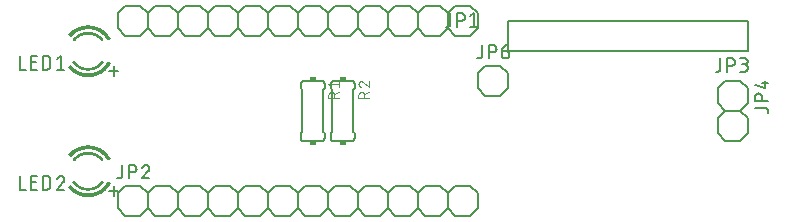
<source format=gbr>
G04 EAGLE Gerber RS-274X export*
G75*
%MOMM*%
%FSLAX34Y34*%
%LPD*%
%INSilkscreen Top*%
%IPPOS*%
%AMOC8*
5,1,8,0,0,1.08239X$1,22.5*%
G01*
%ADD10C,0.152400*%
%ADD11C,0.127000*%
%ADD12C,0.015238*%
%ADD13C,0.025400*%
%ADD14R,0.508000X0.381000*%
%ADD15C,0.101600*%


D10*
X133350Y279400D02*
X120650Y279400D01*
X114300Y285750D01*
X114300Y298450D01*
X120650Y304800D01*
X114300Y285750D02*
X107950Y279400D01*
X95250Y279400D01*
X88900Y285750D01*
X88900Y298450D01*
X95250Y304800D01*
X107950Y304800D01*
X114300Y298450D01*
X158750Y279400D02*
X165100Y285750D01*
X158750Y279400D02*
X146050Y279400D01*
X139700Y285750D01*
X139700Y298450D01*
X146050Y304800D01*
X158750Y304800D01*
X165100Y298450D01*
X139700Y285750D02*
X133350Y279400D01*
X139700Y298450D02*
X133350Y304800D01*
X120650Y304800D01*
X196850Y279400D02*
X209550Y279400D01*
X196850Y279400D02*
X190500Y285750D01*
X190500Y298450D01*
X196850Y304800D01*
X190500Y285750D02*
X184150Y279400D01*
X171450Y279400D01*
X165100Y285750D01*
X165100Y298450D01*
X171450Y304800D01*
X184150Y304800D01*
X190500Y298450D01*
X234950Y279400D02*
X241300Y285750D01*
X234950Y279400D02*
X222250Y279400D01*
X215900Y285750D01*
X215900Y298450D01*
X222250Y304800D01*
X234950Y304800D01*
X241300Y298450D01*
X215900Y285750D02*
X209550Y279400D01*
X215900Y298450D02*
X209550Y304800D01*
X196850Y304800D01*
X273050Y279400D02*
X285750Y279400D01*
X273050Y279400D02*
X266700Y285750D01*
X266700Y298450D01*
X273050Y304800D01*
X266700Y285750D02*
X260350Y279400D01*
X247650Y279400D01*
X241300Y285750D01*
X241300Y298450D01*
X247650Y304800D01*
X260350Y304800D01*
X266700Y298450D01*
X311150Y279400D02*
X317500Y285750D01*
X311150Y279400D02*
X298450Y279400D01*
X292100Y285750D01*
X292100Y298450D01*
X298450Y304800D01*
X311150Y304800D01*
X317500Y298450D01*
X292100Y285750D02*
X285750Y279400D01*
X292100Y298450D02*
X285750Y304800D01*
X273050Y304800D01*
X349250Y279400D02*
X361950Y279400D01*
X349250Y279400D02*
X342900Y285750D01*
X342900Y298450D01*
X349250Y304800D01*
X342900Y285750D02*
X336550Y279400D01*
X323850Y279400D01*
X317500Y285750D01*
X317500Y298450D01*
X323850Y304800D01*
X336550Y304800D01*
X342900Y298450D01*
X368300Y298450D02*
X368300Y285750D01*
X361950Y279400D01*
X368300Y298450D02*
X361950Y304800D01*
X349250Y304800D01*
X88900Y285750D02*
X82550Y279400D01*
X69850Y279400D01*
X63500Y285750D01*
X63500Y298450D01*
X69850Y304800D01*
X82550Y304800D01*
X88900Y298450D01*
D11*
X345238Y298577D02*
X345238Y289687D01*
X345236Y289587D01*
X345230Y289488D01*
X345220Y289388D01*
X345207Y289290D01*
X345189Y289191D01*
X345168Y289094D01*
X345143Y288998D01*
X345114Y288902D01*
X345081Y288808D01*
X345045Y288715D01*
X345005Y288624D01*
X344961Y288534D01*
X344914Y288446D01*
X344864Y288360D01*
X344810Y288276D01*
X344753Y288194D01*
X344693Y288115D01*
X344629Y288037D01*
X344563Y287963D01*
X344494Y287891D01*
X344422Y287822D01*
X344348Y287756D01*
X344270Y287692D01*
X344191Y287632D01*
X344109Y287575D01*
X344025Y287521D01*
X343939Y287471D01*
X343851Y287424D01*
X343761Y287380D01*
X343670Y287340D01*
X343577Y287304D01*
X343483Y287271D01*
X343387Y287242D01*
X343291Y287217D01*
X343194Y287196D01*
X343095Y287178D01*
X342997Y287165D01*
X342897Y287155D01*
X342798Y287149D01*
X342698Y287147D01*
X341428Y287147D01*
X351219Y287147D02*
X351219Y298577D01*
X354394Y298577D01*
X354505Y298575D01*
X354615Y298569D01*
X354726Y298560D01*
X354836Y298546D01*
X354945Y298529D01*
X355054Y298508D01*
X355162Y298483D01*
X355269Y298454D01*
X355375Y298422D01*
X355480Y298386D01*
X355583Y298346D01*
X355685Y298303D01*
X355786Y298256D01*
X355885Y298205D01*
X355982Y298152D01*
X356076Y298095D01*
X356169Y298034D01*
X356260Y297971D01*
X356349Y297904D01*
X356435Y297834D01*
X356518Y297761D01*
X356600Y297686D01*
X356678Y297608D01*
X356753Y297526D01*
X356826Y297443D01*
X356896Y297357D01*
X356963Y297268D01*
X357026Y297177D01*
X357087Y297084D01*
X357144Y296989D01*
X357197Y296893D01*
X357248Y296794D01*
X357295Y296693D01*
X357338Y296591D01*
X357378Y296488D01*
X357414Y296383D01*
X357446Y296277D01*
X357475Y296170D01*
X357500Y296062D01*
X357521Y295953D01*
X357538Y295844D01*
X357552Y295734D01*
X357561Y295623D01*
X357567Y295513D01*
X357569Y295402D01*
X357567Y295291D01*
X357561Y295181D01*
X357552Y295070D01*
X357538Y294960D01*
X357521Y294851D01*
X357500Y294742D01*
X357475Y294634D01*
X357446Y294527D01*
X357414Y294421D01*
X357378Y294316D01*
X357338Y294213D01*
X357295Y294111D01*
X357248Y294010D01*
X357197Y293911D01*
X357144Y293814D01*
X357087Y293720D01*
X357026Y293627D01*
X356963Y293536D01*
X356896Y293447D01*
X356826Y293361D01*
X356753Y293278D01*
X356678Y293196D01*
X356600Y293118D01*
X356518Y293043D01*
X356435Y292970D01*
X356349Y292900D01*
X356260Y292833D01*
X356169Y292770D01*
X356076Y292709D01*
X355982Y292652D01*
X355885Y292599D01*
X355786Y292548D01*
X355685Y292501D01*
X355583Y292458D01*
X355480Y292418D01*
X355375Y292382D01*
X355269Y292350D01*
X355162Y292321D01*
X355054Y292296D01*
X354945Y292275D01*
X354836Y292258D01*
X354726Y292244D01*
X354615Y292235D01*
X354505Y292229D01*
X354394Y292227D01*
X351219Y292227D01*
X362077Y296037D02*
X365252Y298577D01*
X365252Y287147D01*
X362077Y287147D02*
X368427Y287147D01*
D10*
X311150Y152400D02*
X298450Y152400D01*
X311150Y152400D02*
X317500Y146050D01*
X317500Y133350D01*
X311150Y127000D01*
X317500Y146050D02*
X323850Y152400D01*
X336550Y152400D01*
X342900Y146050D01*
X342900Y133350D01*
X336550Y127000D01*
X323850Y127000D01*
X317500Y133350D01*
X273050Y152400D02*
X266700Y146050D01*
X273050Y152400D02*
X285750Y152400D01*
X292100Y146050D01*
X292100Y133350D01*
X285750Y127000D01*
X273050Y127000D01*
X266700Y133350D01*
X292100Y146050D02*
X298450Y152400D01*
X292100Y133350D02*
X298450Y127000D01*
X311150Y127000D01*
X234950Y152400D02*
X222250Y152400D01*
X234950Y152400D02*
X241300Y146050D01*
X241300Y133350D01*
X234950Y127000D01*
X241300Y146050D02*
X247650Y152400D01*
X260350Y152400D01*
X266700Y146050D01*
X266700Y133350D01*
X260350Y127000D01*
X247650Y127000D01*
X241300Y133350D01*
X196850Y152400D02*
X190500Y146050D01*
X196850Y152400D02*
X209550Y152400D01*
X215900Y146050D01*
X215900Y133350D01*
X209550Y127000D01*
X196850Y127000D01*
X190500Y133350D01*
X215900Y146050D02*
X222250Y152400D01*
X215900Y133350D02*
X222250Y127000D01*
X234950Y127000D01*
X158750Y152400D02*
X146050Y152400D01*
X158750Y152400D02*
X165100Y146050D01*
X165100Y133350D01*
X158750Y127000D01*
X165100Y146050D02*
X171450Y152400D01*
X184150Y152400D01*
X190500Y146050D01*
X190500Y133350D01*
X184150Y127000D01*
X171450Y127000D01*
X165100Y133350D01*
X120650Y152400D02*
X114300Y146050D01*
X120650Y152400D02*
X133350Y152400D01*
X139700Y146050D01*
X139700Y133350D01*
X133350Y127000D01*
X120650Y127000D01*
X114300Y133350D01*
X139700Y146050D02*
X146050Y152400D01*
X139700Y133350D02*
X146050Y127000D01*
X158750Y127000D01*
X82550Y152400D02*
X69850Y152400D01*
X82550Y152400D02*
X88900Y146050D01*
X88900Y133350D01*
X82550Y127000D01*
X88900Y146050D02*
X95250Y152400D01*
X107950Y152400D01*
X114300Y146050D01*
X114300Y133350D01*
X107950Y127000D01*
X95250Y127000D01*
X88900Y133350D01*
X63500Y133350D02*
X63500Y146050D01*
X69850Y152400D01*
X63500Y133350D02*
X69850Y127000D01*
X82550Y127000D01*
X342900Y146050D02*
X349250Y152400D01*
X361950Y152400D01*
X368300Y146050D01*
X368300Y133350D01*
X361950Y127000D01*
X349250Y127000D01*
X342900Y133350D01*
D11*
X67183Y161163D02*
X67183Y170053D01*
X67183Y161163D02*
X67181Y161063D01*
X67175Y160964D01*
X67165Y160864D01*
X67152Y160766D01*
X67134Y160667D01*
X67113Y160570D01*
X67088Y160474D01*
X67059Y160378D01*
X67026Y160284D01*
X66990Y160191D01*
X66950Y160100D01*
X66906Y160010D01*
X66859Y159922D01*
X66809Y159836D01*
X66755Y159752D01*
X66698Y159670D01*
X66638Y159591D01*
X66574Y159513D01*
X66508Y159439D01*
X66439Y159367D01*
X66367Y159298D01*
X66293Y159232D01*
X66215Y159168D01*
X66136Y159108D01*
X66054Y159051D01*
X65970Y158997D01*
X65884Y158947D01*
X65796Y158900D01*
X65706Y158856D01*
X65615Y158816D01*
X65522Y158780D01*
X65428Y158747D01*
X65332Y158718D01*
X65236Y158693D01*
X65139Y158672D01*
X65040Y158654D01*
X64942Y158641D01*
X64842Y158631D01*
X64743Y158625D01*
X64643Y158623D01*
X63373Y158623D01*
X73163Y158623D02*
X73163Y170053D01*
X76338Y170053D01*
X76449Y170051D01*
X76559Y170045D01*
X76670Y170036D01*
X76780Y170022D01*
X76889Y170005D01*
X76998Y169984D01*
X77106Y169959D01*
X77213Y169930D01*
X77319Y169898D01*
X77424Y169862D01*
X77527Y169822D01*
X77629Y169779D01*
X77730Y169732D01*
X77829Y169681D01*
X77926Y169628D01*
X78020Y169571D01*
X78113Y169510D01*
X78204Y169447D01*
X78293Y169380D01*
X78379Y169310D01*
X78462Y169237D01*
X78544Y169162D01*
X78622Y169084D01*
X78697Y169002D01*
X78770Y168919D01*
X78840Y168833D01*
X78907Y168744D01*
X78970Y168653D01*
X79031Y168560D01*
X79088Y168465D01*
X79141Y168369D01*
X79192Y168270D01*
X79239Y168169D01*
X79282Y168067D01*
X79322Y167964D01*
X79358Y167859D01*
X79390Y167753D01*
X79419Y167646D01*
X79444Y167538D01*
X79465Y167429D01*
X79482Y167320D01*
X79496Y167210D01*
X79505Y167099D01*
X79511Y166989D01*
X79513Y166878D01*
X79511Y166767D01*
X79505Y166657D01*
X79496Y166546D01*
X79482Y166436D01*
X79465Y166327D01*
X79444Y166218D01*
X79419Y166110D01*
X79390Y166003D01*
X79358Y165897D01*
X79322Y165792D01*
X79282Y165689D01*
X79239Y165587D01*
X79192Y165486D01*
X79141Y165387D01*
X79088Y165290D01*
X79031Y165196D01*
X78970Y165103D01*
X78907Y165012D01*
X78840Y164923D01*
X78770Y164837D01*
X78697Y164754D01*
X78622Y164672D01*
X78544Y164594D01*
X78462Y164519D01*
X78379Y164446D01*
X78293Y164376D01*
X78204Y164309D01*
X78113Y164246D01*
X78020Y164185D01*
X77925Y164128D01*
X77829Y164075D01*
X77730Y164024D01*
X77629Y163977D01*
X77527Y163934D01*
X77424Y163894D01*
X77319Y163858D01*
X77213Y163826D01*
X77106Y163797D01*
X76998Y163772D01*
X76889Y163751D01*
X76780Y163734D01*
X76670Y163720D01*
X76559Y163711D01*
X76449Y163705D01*
X76338Y163703D01*
X73163Y163703D01*
X87514Y170054D02*
X87618Y170052D01*
X87723Y170046D01*
X87827Y170037D01*
X87930Y170024D01*
X88033Y170006D01*
X88135Y169986D01*
X88237Y169961D01*
X88337Y169933D01*
X88437Y169901D01*
X88535Y169865D01*
X88632Y169826D01*
X88727Y169784D01*
X88821Y169738D01*
X88913Y169688D01*
X89003Y169636D01*
X89091Y169580D01*
X89177Y169520D01*
X89261Y169458D01*
X89342Y169393D01*
X89421Y169325D01*
X89498Y169253D01*
X89571Y169180D01*
X89643Y169103D01*
X89711Y169024D01*
X89776Y168943D01*
X89838Y168859D01*
X89898Y168773D01*
X89954Y168685D01*
X90006Y168595D01*
X90056Y168503D01*
X90102Y168409D01*
X90144Y168314D01*
X90183Y168217D01*
X90219Y168119D01*
X90251Y168019D01*
X90279Y167919D01*
X90304Y167817D01*
X90324Y167715D01*
X90342Y167612D01*
X90355Y167509D01*
X90364Y167405D01*
X90370Y167300D01*
X90372Y167196D01*
X87514Y170053D02*
X87396Y170051D01*
X87277Y170045D01*
X87159Y170036D01*
X87042Y170023D01*
X86925Y170005D01*
X86808Y169985D01*
X86692Y169960D01*
X86577Y169932D01*
X86464Y169899D01*
X86351Y169864D01*
X86239Y169824D01*
X86129Y169782D01*
X86020Y169735D01*
X85912Y169685D01*
X85807Y169632D01*
X85703Y169575D01*
X85601Y169515D01*
X85501Y169452D01*
X85403Y169385D01*
X85307Y169316D01*
X85214Y169243D01*
X85123Y169167D01*
X85034Y169089D01*
X84948Y169007D01*
X84865Y168923D01*
X84784Y168837D01*
X84707Y168747D01*
X84632Y168656D01*
X84560Y168562D01*
X84491Y168465D01*
X84426Y168367D01*
X84363Y168266D01*
X84304Y168163D01*
X84248Y168059D01*
X84196Y167953D01*
X84147Y167845D01*
X84102Y167736D01*
X84060Y167625D01*
X84022Y167513D01*
X89420Y164974D02*
X89496Y165049D01*
X89571Y165128D01*
X89642Y165209D01*
X89711Y165293D01*
X89776Y165379D01*
X89838Y165467D01*
X89898Y165557D01*
X89954Y165649D01*
X90007Y165744D01*
X90056Y165840D01*
X90102Y165938D01*
X90145Y166037D01*
X90184Y166138D01*
X90219Y166240D01*
X90251Y166343D01*
X90279Y166447D01*
X90304Y166552D01*
X90325Y166659D01*
X90342Y166765D01*
X90355Y166872D01*
X90364Y166980D01*
X90370Y167088D01*
X90372Y167196D01*
X89419Y164973D02*
X84022Y158623D01*
X90372Y158623D01*
X393700Y266700D02*
X596900Y266700D01*
X393700Y266700D02*
X393700Y292100D01*
X596900Y292100D01*
X596900Y266700D01*
X573838Y260477D02*
X573838Y251587D01*
X573836Y251487D01*
X573830Y251388D01*
X573820Y251288D01*
X573807Y251190D01*
X573789Y251091D01*
X573768Y250994D01*
X573743Y250898D01*
X573714Y250802D01*
X573681Y250708D01*
X573645Y250615D01*
X573605Y250524D01*
X573561Y250434D01*
X573514Y250346D01*
X573464Y250260D01*
X573410Y250176D01*
X573353Y250094D01*
X573293Y250015D01*
X573229Y249937D01*
X573163Y249863D01*
X573094Y249791D01*
X573022Y249722D01*
X572948Y249656D01*
X572870Y249592D01*
X572791Y249532D01*
X572709Y249475D01*
X572625Y249421D01*
X572539Y249371D01*
X572451Y249324D01*
X572361Y249280D01*
X572270Y249240D01*
X572177Y249204D01*
X572083Y249171D01*
X571987Y249142D01*
X571891Y249117D01*
X571794Y249096D01*
X571695Y249078D01*
X571597Y249065D01*
X571497Y249055D01*
X571398Y249049D01*
X571298Y249047D01*
X570028Y249047D01*
X579819Y249047D02*
X579819Y260477D01*
X582994Y260477D01*
X583105Y260475D01*
X583215Y260469D01*
X583326Y260460D01*
X583436Y260446D01*
X583545Y260429D01*
X583654Y260408D01*
X583762Y260383D01*
X583869Y260354D01*
X583975Y260322D01*
X584080Y260286D01*
X584183Y260246D01*
X584285Y260203D01*
X584386Y260156D01*
X584485Y260105D01*
X584582Y260052D01*
X584676Y259995D01*
X584769Y259934D01*
X584860Y259871D01*
X584949Y259804D01*
X585035Y259734D01*
X585118Y259661D01*
X585200Y259586D01*
X585278Y259508D01*
X585353Y259426D01*
X585426Y259343D01*
X585496Y259257D01*
X585563Y259168D01*
X585626Y259077D01*
X585687Y258984D01*
X585744Y258889D01*
X585797Y258793D01*
X585848Y258694D01*
X585895Y258593D01*
X585938Y258491D01*
X585978Y258388D01*
X586014Y258283D01*
X586046Y258177D01*
X586075Y258070D01*
X586100Y257962D01*
X586121Y257853D01*
X586138Y257744D01*
X586152Y257634D01*
X586161Y257523D01*
X586167Y257413D01*
X586169Y257302D01*
X586167Y257191D01*
X586161Y257081D01*
X586152Y256970D01*
X586138Y256860D01*
X586121Y256751D01*
X586100Y256642D01*
X586075Y256534D01*
X586046Y256427D01*
X586014Y256321D01*
X585978Y256216D01*
X585938Y256113D01*
X585895Y256011D01*
X585848Y255910D01*
X585797Y255811D01*
X585744Y255714D01*
X585687Y255620D01*
X585626Y255527D01*
X585563Y255436D01*
X585496Y255347D01*
X585426Y255261D01*
X585353Y255178D01*
X585278Y255096D01*
X585200Y255018D01*
X585118Y254943D01*
X585035Y254870D01*
X584949Y254800D01*
X584860Y254733D01*
X584769Y254670D01*
X584676Y254609D01*
X584582Y254552D01*
X584485Y254499D01*
X584386Y254448D01*
X584285Y254401D01*
X584183Y254358D01*
X584080Y254318D01*
X583975Y254282D01*
X583869Y254250D01*
X583762Y254221D01*
X583654Y254196D01*
X583545Y254175D01*
X583436Y254158D01*
X583326Y254144D01*
X583215Y254135D01*
X583105Y254129D01*
X582994Y254127D01*
X579819Y254127D01*
X590677Y249047D02*
X593852Y249047D01*
X593963Y249049D01*
X594073Y249055D01*
X594184Y249064D01*
X594294Y249078D01*
X594403Y249095D01*
X594512Y249116D01*
X594620Y249141D01*
X594727Y249170D01*
X594833Y249202D01*
X594938Y249238D01*
X595041Y249278D01*
X595143Y249321D01*
X595244Y249368D01*
X595343Y249419D01*
X595440Y249472D01*
X595534Y249529D01*
X595627Y249590D01*
X595718Y249653D01*
X595807Y249720D01*
X595893Y249790D01*
X595976Y249863D01*
X596058Y249938D01*
X596136Y250016D01*
X596211Y250098D01*
X596284Y250181D01*
X596354Y250267D01*
X596421Y250356D01*
X596484Y250447D01*
X596545Y250540D01*
X596602Y250634D01*
X596655Y250731D01*
X596706Y250830D01*
X596753Y250931D01*
X596796Y251033D01*
X596836Y251136D01*
X596872Y251241D01*
X596904Y251347D01*
X596933Y251454D01*
X596958Y251562D01*
X596979Y251671D01*
X596996Y251780D01*
X597010Y251890D01*
X597019Y252001D01*
X597025Y252111D01*
X597027Y252222D01*
X597025Y252333D01*
X597019Y252443D01*
X597010Y252554D01*
X596996Y252664D01*
X596979Y252773D01*
X596958Y252882D01*
X596933Y252990D01*
X596904Y253097D01*
X596872Y253203D01*
X596836Y253308D01*
X596796Y253411D01*
X596753Y253513D01*
X596706Y253614D01*
X596655Y253713D01*
X596602Y253809D01*
X596545Y253904D01*
X596484Y253997D01*
X596421Y254088D01*
X596354Y254177D01*
X596284Y254263D01*
X596211Y254346D01*
X596136Y254428D01*
X596058Y254506D01*
X595976Y254581D01*
X595893Y254654D01*
X595807Y254724D01*
X595718Y254791D01*
X595627Y254854D01*
X595534Y254915D01*
X595440Y254972D01*
X595343Y255025D01*
X595244Y255076D01*
X595143Y255123D01*
X595041Y255166D01*
X594938Y255206D01*
X594833Y255242D01*
X594727Y255274D01*
X594620Y255303D01*
X594512Y255328D01*
X594403Y255349D01*
X594294Y255366D01*
X594184Y255380D01*
X594073Y255389D01*
X593963Y255395D01*
X593852Y255397D01*
X594487Y260477D02*
X590677Y260477D01*
X594487Y260477D02*
X594587Y260475D01*
X594686Y260469D01*
X594786Y260459D01*
X594884Y260446D01*
X594983Y260428D01*
X595080Y260407D01*
X595176Y260382D01*
X595272Y260353D01*
X595366Y260320D01*
X595459Y260284D01*
X595550Y260244D01*
X595640Y260200D01*
X595728Y260153D01*
X595814Y260103D01*
X595898Y260049D01*
X595980Y259992D01*
X596059Y259932D01*
X596137Y259868D01*
X596211Y259802D01*
X596283Y259733D01*
X596352Y259661D01*
X596418Y259587D01*
X596482Y259509D01*
X596542Y259430D01*
X596599Y259348D01*
X596653Y259264D01*
X596703Y259178D01*
X596750Y259090D01*
X596794Y259000D01*
X596834Y258909D01*
X596870Y258816D01*
X596903Y258722D01*
X596932Y258626D01*
X596957Y258530D01*
X596978Y258433D01*
X596996Y258334D01*
X597009Y258236D01*
X597019Y258136D01*
X597025Y258037D01*
X597027Y257937D01*
X597025Y257837D01*
X597019Y257738D01*
X597009Y257638D01*
X596996Y257540D01*
X596978Y257441D01*
X596957Y257344D01*
X596932Y257248D01*
X596903Y257152D01*
X596870Y257058D01*
X596834Y256965D01*
X596794Y256874D01*
X596750Y256784D01*
X596703Y256696D01*
X596653Y256610D01*
X596599Y256526D01*
X596542Y256444D01*
X596482Y256365D01*
X596418Y256287D01*
X596352Y256213D01*
X596283Y256141D01*
X596211Y256072D01*
X596137Y256006D01*
X596059Y255942D01*
X595980Y255882D01*
X595898Y255825D01*
X595814Y255771D01*
X595728Y255721D01*
X595640Y255674D01*
X595550Y255630D01*
X595459Y255590D01*
X595366Y255554D01*
X595272Y255521D01*
X595176Y255492D01*
X595080Y255467D01*
X594983Y255446D01*
X594884Y255428D01*
X594786Y255415D01*
X594686Y255405D01*
X594587Y255399D01*
X594487Y255397D01*
X591947Y255397D01*
D12*
X25185Y257382D02*
X26302Y258179D01*
X26301Y258179D02*
X26510Y257897D01*
X26726Y257620D01*
X26948Y257349D01*
X27176Y257083D01*
X27411Y256822D01*
X27652Y256567D01*
X27900Y256319D01*
X28153Y256076D01*
X28412Y255839D01*
X28676Y255609D01*
X28947Y255385D01*
X29222Y255168D01*
X29502Y254957D01*
X29788Y254753D01*
X30078Y254556D01*
X30373Y254366D01*
X30673Y254184D01*
X30977Y254008D01*
X31285Y253840D01*
X31597Y253680D01*
X31912Y253527D01*
X32232Y253382D01*
X32554Y253244D01*
X32880Y253114D01*
X33209Y252992D01*
X33541Y252878D01*
X33876Y252773D01*
X34212Y252675D01*
X34552Y252585D01*
X34893Y252504D01*
X35236Y252431D01*
X35581Y252366D01*
X35927Y252309D01*
X36274Y252261D01*
X36623Y252221D01*
X36972Y252190D01*
X37322Y252167D01*
X37673Y252152D01*
X38024Y252146D01*
X38024Y250775D01*
X38024Y250774D01*
X37639Y250781D01*
X37256Y250796D01*
X36872Y250821D01*
X36489Y250856D01*
X36108Y250899D01*
X35727Y250952D01*
X35348Y251014D01*
X34970Y251085D01*
X34594Y251165D01*
X34220Y251254D01*
X33849Y251352D01*
X33480Y251459D01*
X33114Y251575D01*
X32750Y251699D01*
X32390Y251833D01*
X32033Y251975D01*
X31679Y252126D01*
X31330Y252285D01*
X30984Y252452D01*
X30642Y252628D01*
X30305Y252812D01*
X29972Y253004D01*
X29644Y253204D01*
X29321Y253412D01*
X29003Y253628D01*
X28690Y253851D01*
X28383Y254082D01*
X28081Y254320D01*
X27785Y254565D01*
X27496Y254818D01*
X27212Y255077D01*
X26935Y255343D01*
X26664Y255616D01*
X26400Y255895D01*
X26143Y256180D01*
X25892Y256472D01*
X25649Y256769D01*
X25413Y257073D01*
X25185Y257382D01*
X25301Y257465D01*
X25528Y257159D01*
X25761Y256858D01*
X26002Y256563D01*
X26251Y256274D01*
X26505Y255992D01*
X26767Y255715D01*
X27035Y255445D01*
X27310Y255181D01*
X27591Y254924D01*
X27878Y254674D01*
X28171Y254431D01*
X28470Y254195D01*
X28775Y253966D01*
X29085Y253745D01*
X29400Y253532D01*
X29720Y253325D01*
X30045Y253127D01*
X30375Y252937D01*
X30709Y252755D01*
X31048Y252580D01*
X31390Y252414D01*
X31737Y252257D01*
X32087Y252107D01*
X32441Y251966D01*
X32798Y251834D01*
X33158Y251711D01*
X33521Y251596D01*
X33887Y251490D01*
X34255Y251393D01*
X34625Y251304D01*
X34998Y251225D01*
X35372Y251155D01*
X35748Y251093D01*
X36125Y251041D01*
X36503Y250998D01*
X36883Y250964D01*
X37262Y250939D01*
X37643Y250924D01*
X38024Y250917D01*
X38024Y251060D01*
X37646Y251067D01*
X37269Y251082D01*
X36893Y251107D01*
X36517Y251140D01*
X36142Y251183D01*
X35769Y251235D01*
X35396Y251295D01*
X35025Y251365D01*
X34656Y251444D01*
X34289Y251531D01*
X33925Y251628D01*
X33562Y251733D01*
X33203Y251847D01*
X32846Y251969D01*
X32492Y252100D01*
X32141Y252240D01*
X31794Y252387D01*
X31451Y252544D01*
X31111Y252708D01*
X30776Y252881D01*
X30445Y253062D01*
X30118Y253250D01*
X29796Y253447D01*
X29479Y253651D01*
X29166Y253863D01*
X28859Y254082D01*
X28558Y254308D01*
X28262Y254542D01*
X27971Y254783D01*
X27687Y255031D01*
X27408Y255285D01*
X27136Y255546D01*
X26870Y255814D01*
X26611Y256088D01*
X26358Y256368D01*
X26112Y256655D01*
X25874Y256947D01*
X25642Y257245D01*
X25417Y257548D01*
X25534Y257631D01*
X25756Y257330D01*
X25986Y257035D01*
X26222Y256746D01*
X26466Y256463D01*
X26716Y256185D01*
X26973Y255913D01*
X27237Y255648D01*
X27506Y255389D01*
X27782Y255137D01*
X28064Y254892D01*
X28352Y254653D01*
X28645Y254421D01*
X28944Y254197D01*
X29248Y253980D01*
X29558Y253770D01*
X29872Y253568D01*
X30191Y253373D01*
X30515Y253186D01*
X30843Y253007D01*
X31175Y252836D01*
X31512Y252673D01*
X31852Y252518D01*
X32196Y252372D01*
X32543Y252234D01*
X32894Y252104D01*
X33247Y251982D01*
X33604Y251870D01*
X33963Y251766D01*
X34324Y251670D01*
X34688Y251583D01*
X35053Y251505D01*
X35421Y251436D01*
X35789Y251376D01*
X36160Y251325D01*
X36531Y251283D01*
X36903Y251249D01*
X37276Y251225D01*
X37650Y251210D01*
X38024Y251203D01*
X38024Y251346D01*
X37653Y251352D01*
X37283Y251368D01*
X36914Y251392D01*
X36545Y251425D01*
X36177Y251467D01*
X35810Y251518D01*
X35445Y251577D01*
X35081Y251646D01*
X34719Y251723D01*
X34359Y251809D01*
X34000Y251903D01*
X33645Y252007D01*
X33292Y252118D01*
X32942Y252238D01*
X32594Y252367D01*
X32250Y252504D01*
X31910Y252649D01*
X31572Y252803D01*
X31239Y252964D01*
X30910Y253134D01*
X30585Y253311D01*
X30264Y253496D01*
X29948Y253689D01*
X29637Y253889D01*
X29330Y254097D01*
X29029Y254312D01*
X28733Y254535D01*
X28442Y254764D01*
X28157Y255000D01*
X27878Y255244D01*
X27604Y255493D01*
X27337Y255750D01*
X27076Y256013D01*
X26822Y256282D01*
X26574Y256557D01*
X26332Y256837D01*
X26098Y257124D01*
X25871Y257416D01*
X25650Y257714D01*
X25767Y257797D01*
X25985Y257502D01*
X26210Y257213D01*
X26442Y256929D01*
X26681Y256651D01*
X26927Y256378D01*
X27179Y256112D01*
X27438Y255851D01*
X27702Y255598D01*
X27973Y255350D01*
X28250Y255109D01*
X28532Y254875D01*
X28820Y254648D01*
X29113Y254427D01*
X29412Y254214D01*
X29716Y254008D01*
X30024Y253810D01*
X30337Y253619D01*
X30655Y253436D01*
X30977Y253260D01*
X31303Y253092D01*
X31633Y252932D01*
X31967Y252780D01*
X32305Y252636D01*
X32645Y252501D01*
X32989Y252373D01*
X33336Y252254D01*
X33686Y252143D01*
X34038Y252041D01*
X34393Y251948D01*
X34750Y251863D01*
X35109Y251786D01*
X35469Y251718D01*
X35831Y251659D01*
X36195Y251609D01*
X36559Y251567D01*
X36924Y251535D01*
X37290Y251511D01*
X37657Y251495D01*
X38024Y251489D01*
X38024Y251632D01*
X37660Y251638D01*
X37297Y251653D01*
X36935Y251677D01*
X36573Y251710D01*
X36212Y251751D01*
X35852Y251801D01*
X35493Y251859D01*
X35136Y251926D01*
X34781Y252002D01*
X34428Y252086D01*
X34076Y252179D01*
X33727Y252280D01*
X33381Y252390D01*
X33037Y252508D01*
X32697Y252634D01*
X32359Y252769D01*
X32025Y252911D01*
X31694Y253062D01*
X31367Y253220D01*
X31044Y253386D01*
X30725Y253560D01*
X30410Y253742D01*
X30100Y253931D01*
X29795Y254128D01*
X29494Y254332D01*
X29198Y254543D01*
X28908Y254761D01*
X28622Y254986D01*
X28343Y255218D01*
X28069Y255456D01*
X27800Y255702D01*
X27538Y255953D01*
X27282Y256211D01*
X27032Y256475D01*
X26789Y256745D01*
X26552Y257020D01*
X26322Y257302D01*
X26099Y257588D01*
X25883Y257880D01*
X25999Y257963D01*
X26213Y257674D01*
X26435Y257390D01*
X26662Y257112D01*
X26897Y256839D01*
X27138Y256571D01*
X27385Y256310D01*
X27639Y256055D01*
X27899Y255806D01*
X28164Y255563D01*
X28436Y255327D01*
X28713Y255097D01*
X28995Y254874D01*
X29283Y254658D01*
X29576Y254449D01*
X29873Y254247D01*
X30176Y254052D01*
X30483Y253865D01*
X30795Y253685D01*
X31111Y253513D01*
X31431Y253348D01*
X31755Y253191D01*
X32082Y253042D01*
X32413Y252901D01*
X32748Y252768D01*
X33085Y252643D01*
X33425Y252526D01*
X33769Y252417D01*
X34114Y252317D01*
X34462Y252225D01*
X34812Y252142D01*
X35164Y252067D01*
X35518Y252000D01*
X35873Y251942D01*
X36229Y251893D01*
X36587Y251852D01*
X36945Y251820D01*
X37304Y251796D01*
X37664Y251781D01*
X38024Y251775D01*
X38024Y251918D01*
X37667Y251924D01*
X37311Y251939D01*
X36956Y251962D01*
X36601Y251994D01*
X36247Y252035D01*
X35894Y252084D01*
X35542Y252141D01*
X35192Y252207D01*
X34843Y252281D01*
X34497Y252364D01*
X34152Y252455D01*
X33810Y252554D01*
X33470Y252662D01*
X33133Y252778D01*
X32799Y252901D01*
X32468Y253033D01*
X32140Y253173D01*
X31815Y253320D01*
X31495Y253476D01*
X31178Y253639D01*
X30865Y253810D01*
X30556Y253988D01*
X30252Y254173D01*
X29952Y254366D01*
X29657Y254566D01*
X29367Y254773D01*
X29082Y254987D01*
X28803Y255208D01*
X28528Y255435D01*
X28260Y255669D01*
X27997Y255910D01*
X27739Y256156D01*
X27488Y256409D01*
X27243Y256668D01*
X27005Y256933D01*
X26772Y257203D01*
X26547Y257479D01*
X26328Y257760D01*
X26116Y258046D01*
X26232Y258130D01*
X26442Y257846D01*
X26659Y257568D01*
X26882Y257294D01*
X27112Y257027D01*
X27349Y256765D01*
X27591Y256509D01*
X27840Y256258D01*
X28095Y256014D01*
X28355Y255776D01*
X28621Y255544D01*
X28893Y255319D01*
X29170Y255100D01*
X29452Y254888D01*
X29739Y254683D01*
X30031Y254485D01*
X30328Y254294D01*
X30629Y254111D01*
X30935Y253934D01*
X31245Y253765D01*
X31559Y253604D01*
X31876Y253450D01*
X32197Y253304D01*
X32522Y253165D01*
X32850Y253035D01*
X33181Y252912D01*
X33515Y252798D01*
X33851Y252691D01*
X34190Y252593D01*
X34531Y252503D01*
X34874Y252421D01*
X35219Y252347D01*
X35566Y252282D01*
X35915Y252225D01*
X36264Y252177D01*
X36615Y252137D01*
X36966Y252105D01*
X37318Y252082D01*
X37671Y252067D01*
X38024Y252061D01*
X38175Y250775D02*
X38175Y252147D01*
X38176Y252146D02*
X38527Y252152D01*
X38878Y252167D01*
X39228Y252190D01*
X39578Y252221D01*
X39927Y252261D01*
X40275Y252309D01*
X40621Y252366D01*
X40966Y252431D01*
X41310Y252504D01*
X41651Y252586D01*
X41991Y252676D01*
X42328Y252774D01*
X42663Y252880D01*
X42995Y252994D01*
X43324Y253116D01*
X43650Y253246D01*
X43973Y253384D01*
X44293Y253529D01*
X44609Y253683D01*
X44921Y253843D01*
X45229Y254012D01*
X45533Y254187D01*
X45833Y254370D01*
X46128Y254560D01*
X46419Y254758D01*
X46704Y254962D01*
X46985Y255173D01*
X47260Y255391D01*
X47531Y255615D01*
X47795Y255846D01*
X48054Y256083D01*
X48308Y256326D01*
X48555Y256575D01*
X48796Y256830D01*
X49031Y257091D01*
X49260Y257358D01*
X49482Y257630D01*
X49697Y257907D01*
X50795Y257084D01*
X50559Y256780D01*
X50316Y256482D01*
X50066Y256190D01*
X49808Y255904D01*
X49544Y255624D01*
X49273Y255351D01*
X48996Y255085D01*
X48712Y254825D01*
X48423Y254572D01*
X48127Y254326D01*
X47825Y254088D01*
X47518Y253857D01*
X47205Y253633D01*
X46886Y253417D01*
X46563Y253209D01*
X46235Y253008D01*
X45902Y252816D01*
X45564Y252632D01*
X45222Y252455D01*
X44876Y252288D01*
X44526Y252128D01*
X44172Y251977D01*
X43815Y251835D01*
X43454Y251701D01*
X43091Y251576D01*
X42724Y251460D01*
X42355Y251353D01*
X41983Y251255D01*
X41609Y251165D01*
X41233Y251085D01*
X40855Y251014D01*
X40475Y250952D01*
X40094Y250899D01*
X39712Y250856D01*
X39329Y250821D01*
X38945Y250796D01*
X38561Y250781D01*
X38176Y250774D01*
X38176Y250917D01*
X38557Y250924D01*
X38938Y250939D01*
X39318Y250964D01*
X39698Y250998D01*
X40077Y251041D01*
X40454Y251094D01*
X40830Y251155D01*
X41205Y251225D01*
X41578Y251305D01*
X41948Y251393D01*
X42317Y251491D01*
X42683Y251597D01*
X43046Y251712D01*
X43407Y251836D01*
X43764Y251968D01*
X44118Y252109D01*
X44469Y252259D01*
X44815Y252417D01*
X45158Y252583D01*
X45497Y252758D01*
X45832Y252940D01*
X46162Y253131D01*
X46487Y253330D01*
X46807Y253536D01*
X47123Y253750D01*
X47433Y253972D01*
X47737Y254201D01*
X48036Y254437D01*
X48330Y254681D01*
X48617Y254931D01*
X48898Y255189D01*
X49173Y255453D01*
X49441Y255724D01*
X49703Y256001D01*
X49958Y256284D01*
X50206Y256573D01*
X50447Y256869D01*
X50681Y257170D01*
X50566Y257255D01*
X50335Y256957D01*
X50096Y256665D01*
X49850Y256378D01*
X49597Y256097D01*
X49338Y255823D01*
X49072Y255554D01*
X48800Y255293D01*
X48521Y255038D01*
X48237Y254790D01*
X47946Y254548D01*
X47650Y254314D01*
X47348Y254087D01*
X47041Y253868D01*
X46728Y253655D01*
X46411Y253451D01*
X46089Y253254D01*
X45762Y253065D01*
X45430Y252884D01*
X45094Y252711D01*
X44755Y252546D01*
X44411Y252390D01*
X44064Y252242D01*
X43713Y252102D01*
X43359Y251971D01*
X43002Y251848D01*
X42641Y251734D01*
X42279Y251629D01*
X41914Y251532D01*
X41546Y251444D01*
X41177Y251366D01*
X40806Y251296D01*
X40433Y251235D01*
X40059Y251183D01*
X39684Y251140D01*
X39308Y251107D01*
X38931Y251082D01*
X38554Y251067D01*
X38176Y251060D01*
X38176Y251203D01*
X38550Y251210D01*
X38924Y251225D01*
X39297Y251249D01*
X39670Y251283D01*
X40042Y251325D01*
X40412Y251376D01*
X40782Y251437D01*
X41149Y251506D01*
X41515Y251584D01*
X41879Y251671D01*
X42241Y251766D01*
X42600Y251871D01*
X42957Y251984D01*
X43311Y252105D01*
X43662Y252235D01*
X44009Y252374D01*
X44353Y252521D01*
X44694Y252676D01*
X45030Y252839D01*
X45363Y253010D01*
X45691Y253190D01*
X46015Y253377D01*
X46335Y253572D01*
X46649Y253775D01*
X46959Y253985D01*
X47263Y254202D01*
X47562Y254427D01*
X47856Y254659D01*
X48144Y254898D01*
X48426Y255144D01*
X48702Y255397D01*
X48971Y255656D01*
X49235Y255922D01*
X49492Y256194D01*
X49742Y256472D01*
X49986Y256756D01*
X50222Y257046D01*
X50452Y257341D01*
X50337Y257427D01*
X50110Y257134D01*
X49876Y256847D01*
X49634Y256566D01*
X49386Y256290D01*
X49132Y256021D01*
X48871Y255758D01*
X48603Y255501D01*
X48330Y255251D01*
X48051Y255007D01*
X47766Y254770D01*
X47475Y254540D01*
X47178Y254317D01*
X46877Y254102D01*
X46570Y253894D01*
X46259Y253693D01*
X45942Y253500D01*
X45621Y253314D01*
X45296Y253137D01*
X44967Y252967D01*
X44633Y252805D01*
X44296Y252652D01*
X43955Y252506D01*
X43610Y252369D01*
X43263Y252240D01*
X42912Y252120D01*
X42559Y252008D01*
X42203Y251904D01*
X41845Y251810D01*
X41484Y251724D01*
X41122Y251646D01*
X40757Y251578D01*
X40391Y251518D01*
X40024Y251467D01*
X39656Y251425D01*
X39287Y251392D01*
X38917Y251368D01*
X38547Y251352D01*
X38176Y251346D01*
X38176Y251489D01*
X38543Y251495D01*
X38910Y251511D01*
X39276Y251535D01*
X39642Y251567D01*
X40007Y251609D01*
X40371Y251659D01*
X40733Y251719D01*
X41094Y251787D01*
X41453Y251863D01*
X41810Y251948D01*
X42165Y252042D01*
X42518Y252145D01*
X42868Y252255D01*
X43215Y252375D01*
X43559Y252502D01*
X43900Y252638D01*
X44238Y252782D01*
X44572Y252935D01*
X44903Y253095D01*
X45229Y253263D01*
X45551Y253439D01*
X45869Y253623D01*
X46183Y253814D01*
X46491Y254013D01*
X46795Y254219D01*
X47094Y254433D01*
X47387Y254653D01*
X47675Y254881D01*
X47958Y255116D01*
X48234Y255357D01*
X48505Y255605D01*
X48770Y255859D01*
X49029Y256120D01*
X49281Y256387D01*
X49527Y256660D01*
X49766Y256938D01*
X49998Y257223D01*
X50223Y257513D01*
X50109Y257599D01*
X49885Y257311D01*
X49655Y257030D01*
X49419Y256754D01*
X49175Y256483D01*
X48926Y256219D01*
X48669Y255961D01*
X48407Y255709D01*
X48139Y255463D01*
X47865Y255224D01*
X47585Y254992D01*
X47300Y254766D01*
X47009Y254548D01*
X46713Y254336D01*
X46412Y254132D01*
X46106Y253935D01*
X45796Y253746D01*
X45481Y253564D01*
X45162Y253389D01*
X44839Y253223D01*
X44511Y253064D01*
X44180Y252913D01*
X43846Y252771D01*
X43508Y252636D01*
X43167Y252510D01*
X42823Y252391D01*
X42476Y252282D01*
X42127Y252180D01*
X41776Y252087D01*
X41422Y252003D01*
X41066Y251927D01*
X40709Y251860D01*
X40350Y251801D01*
X39989Y251751D01*
X39628Y251710D01*
X39266Y251677D01*
X38903Y251653D01*
X38540Y251638D01*
X38176Y251632D01*
X38176Y251775D01*
X38536Y251781D01*
X38896Y251796D01*
X39255Y251820D01*
X39614Y251852D01*
X39972Y251893D01*
X40329Y251942D01*
X40684Y252000D01*
X41038Y252067D01*
X41391Y252142D01*
X41741Y252226D01*
X42089Y252318D01*
X42435Y252418D01*
X42778Y252527D01*
X43119Y252644D01*
X43457Y252769D01*
X43791Y252903D01*
X44123Y253044D01*
X44451Y253193D01*
X44775Y253351D01*
X45095Y253516D01*
X45411Y253688D01*
X45723Y253868D01*
X46030Y254056D01*
X46333Y254251D01*
X46631Y254454D01*
X46924Y254663D01*
X47212Y254879D01*
X47495Y255103D01*
X47772Y255333D01*
X48043Y255570D01*
X48309Y255813D01*
X48569Y256062D01*
X48822Y256318D01*
X49070Y256580D01*
X49311Y256848D01*
X49545Y257121D01*
X49773Y257400D01*
X49994Y257684D01*
X49880Y257770D01*
X49661Y257488D01*
X49435Y257212D01*
X49203Y256941D01*
X48964Y256676D01*
X48719Y256417D01*
X48468Y256164D01*
X48211Y255917D01*
X47948Y255676D01*
X47679Y255442D01*
X47404Y255214D01*
X47125Y254993D01*
X46839Y254778D01*
X46549Y254571D01*
X46254Y254370D01*
X45954Y254177D01*
X45650Y253991D01*
X45341Y253813D01*
X45028Y253642D01*
X44711Y253479D01*
X44390Y253323D01*
X44065Y253175D01*
X43737Y253035D01*
X43406Y252903D01*
X43071Y252779D01*
X42734Y252663D01*
X42394Y252555D01*
X42051Y252456D01*
X41706Y252365D01*
X41359Y252282D01*
X41011Y252207D01*
X40660Y252141D01*
X40308Y252084D01*
X39955Y252035D01*
X39600Y251994D01*
X39245Y251962D01*
X38889Y251939D01*
X38533Y251924D01*
X38176Y251918D01*
X38176Y252061D01*
X38529Y252067D01*
X38882Y252082D01*
X39235Y252105D01*
X39586Y252137D01*
X39937Y252177D01*
X40287Y252225D01*
X40636Y252282D01*
X40983Y252348D01*
X41328Y252421D01*
X41672Y252503D01*
X42013Y252594D01*
X42353Y252692D01*
X42689Y252799D01*
X43023Y252914D01*
X43355Y253037D01*
X43683Y253167D01*
X44008Y253306D01*
X44329Y253452D01*
X44647Y253606D01*
X44961Y253768D01*
X45271Y253938D01*
X45577Y254114D01*
X45878Y254298D01*
X46175Y254490D01*
X46467Y254688D01*
X46755Y254893D01*
X47037Y255106D01*
X47314Y255325D01*
X47586Y255550D01*
X47852Y255782D01*
X48113Y256021D01*
X48367Y256265D01*
X48616Y256516D01*
X48859Y256773D01*
X49095Y257035D01*
X49325Y257303D01*
X49549Y257577D01*
X49765Y257856D01*
X38024Y282625D02*
X38024Y281253D01*
X38024Y281254D02*
X37670Y281248D01*
X37317Y281233D01*
X36964Y281210D01*
X36612Y281178D01*
X36260Y281137D01*
X35910Y281088D01*
X35561Y281031D01*
X35213Y280965D01*
X34867Y280890D01*
X34523Y280808D01*
X34182Y280717D01*
X33842Y280617D01*
X33505Y280510D01*
X33171Y280394D01*
X32839Y280270D01*
X32511Y280138D01*
X32186Y279998D01*
X31865Y279851D01*
X31547Y279695D01*
X31233Y279532D01*
X30923Y279361D01*
X30618Y279183D01*
X30316Y278998D01*
X30020Y278805D01*
X29728Y278605D01*
X29441Y278398D01*
X29159Y278184D01*
X28883Y277963D01*
X28612Y277736D01*
X28347Y277502D01*
X28087Y277262D01*
X27833Y277016D01*
X27585Y276763D01*
X27344Y276504D01*
X27109Y276240D01*
X26880Y275970D01*
X26658Y275695D01*
X25576Y276537D01*
X25575Y276537D01*
X25818Y276839D01*
X26069Y277135D01*
X26326Y277424D01*
X26590Y277708D01*
X26862Y277984D01*
X27139Y278254D01*
X27424Y278518D01*
X27714Y278774D01*
X28011Y279023D01*
X28314Y279265D01*
X28623Y279499D01*
X28937Y279726D01*
X29256Y279945D01*
X29581Y280156D01*
X29911Y280359D01*
X30246Y280555D01*
X30585Y280742D01*
X30929Y280920D01*
X31277Y281090D01*
X31629Y281252D01*
X31985Y281405D01*
X32345Y281550D01*
X32708Y281685D01*
X33074Y281812D01*
X33443Y281930D01*
X33815Y282039D01*
X34189Y282138D01*
X34566Y282229D01*
X34945Y282310D01*
X35326Y282382D01*
X35708Y282445D01*
X36092Y282499D01*
X36477Y282543D01*
X36863Y282578D01*
X37249Y282603D01*
X37636Y282619D01*
X38024Y282626D01*
X38024Y282483D01*
X37640Y282476D01*
X37256Y282460D01*
X36873Y282435D01*
X36491Y282401D01*
X36109Y282357D01*
X35729Y282304D01*
X35350Y282242D01*
X34973Y282170D01*
X34598Y282089D01*
X34224Y282000D01*
X33853Y281901D01*
X33485Y281793D01*
X33119Y281676D01*
X32756Y281551D01*
X32396Y281416D01*
X32040Y281273D01*
X31687Y281122D01*
X31338Y280961D01*
X30993Y280793D01*
X30653Y280616D01*
X30316Y280430D01*
X29985Y280237D01*
X29658Y280035D01*
X29336Y279826D01*
X29019Y279609D01*
X28708Y279384D01*
X28402Y279152D01*
X28102Y278912D01*
X27808Y278666D01*
X27520Y278412D01*
X27238Y278151D01*
X26963Y277883D01*
X26694Y277609D01*
X26432Y277328D01*
X26177Y277041D01*
X25929Y276748D01*
X25688Y276449D01*
X25801Y276361D01*
X26040Y276658D01*
X26285Y276948D01*
X26538Y277232D01*
X26798Y277511D01*
X27064Y277782D01*
X27337Y278047D01*
X27616Y278306D01*
X27901Y278557D01*
X28193Y278802D01*
X28490Y279039D01*
X28793Y279270D01*
X29102Y279492D01*
X29416Y279707D01*
X29734Y279915D01*
X30058Y280114D01*
X30387Y280306D01*
X30720Y280489D01*
X31058Y280665D01*
X31400Y280832D01*
X31745Y280991D01*
X32095Y281141D01*
X32448Y281283D01*
X32804Y281416D01*
X33164Y281541D01*
X33526Y281656D01*
X33891Y281763D01*
X34259Y281861D01*
X34629Y281950D01*
X35001Y282030D01*
X35375Y282101D01*
X35750Y282162D01*
X36127Y282215D01*
X36505Y282258D01*
X36884Y282293D01*
X37263Y282318D01*
X37644Y282333D01*
X38024Y282340D01*
X38024Y282197D01*
X37647Y282190D01*
X37270Y282175D01*
X36894Y282150D01*
X36519Y282116D01*
X36144Y282073D01*
X35771Y282021D01*
X35399Y281960D01*
X35029Y281890D01*
X34660Y281810D01*
X34294Y281722D01*
X33930Y281625D01*
X33568Y281519D01*
X33209Y281405D01*
X32853Y281282D01*
X32499Y281150D01*
X32150Y281009D01*
X31803Y280860D01*
X31461Y280703D01*
X31122Y280537D01*
X30788Y280363D01*
X30458Y280182D01*
X30132Y279992D01*
X29811Y279794D01*
X29495Y279588D01*
X29184Y279375D01*
X28879Y279155D01*
X28578Y278927D01*
X28284Y278692D01*
X27995Y278449D01*
X27712Y278200D01*
X27436Y277944D01*
X27165Y277681D01*
X26901Y277412D01*
X26644Y277137D01*
X26394Y276855D01*
X26150Y276567D01*
X25914Y276274D01*
X26027Y276186D01*
X26261Y276477D01*
X26502Y276762D01*
X26750Y277041D01*
X27005Y277314D01*
X27267Y277580D01*
X27534Y277841D01*
X27808Y278094D01*
X28089Y278341D01*
X28375Y278581D01*
X28666Y278814D01*
X28964Y279040D01*
X29267Y279259D01*
X29575Y279470D01*
X29888Y279673D01*
X30206Y279869D01*
X30528Y280057D01*
X30855Y280237D01*
X31187Y280410D01*
X31522Y280574D01*
X31861Y280729D01*
X32204Y280877D01*
X32551Y281016D01*
X32901Y281147D01*
X33254Y281269D01*
X33609Y281383D01*
X33968Y281487D01*
X34329Y281584D01*
X34692Y281671D01*
X35057Y281749D01*
X35424Y281819D01*
X35792Y281880D01*
X36162Y281931D01*
X36533Y281974D01*
X36905Y282007D01*
X37277Y282032D01*
X37651Y282047D01*
X38024Y282054D01*
X38024Y281911D01*
X37654Y281904D01*
X37284Y281889D01*
X36915Y281865D01*
X36547Y281832D01*
X36179Y281789D01*
X35813Y281738D01*
X35448Y281678D01*
X35085Y281609D01*
X34723Y281531D01*
X34363Y281445D01*
X34006Y281350D01*
X33651Y281246D01*
X33299Y281133D01*
X32949Y281012D01*
X32603Y280883D01*
X32259Y280745D01*
X31920Y280599D01*
X31583Y280444D01*
X31251Y280282D01*
X30923Y280111D01*
X30599Y279933D01*
X30279Y279746D01*
X29964Y279552D01*
X29654Y279351D01*
X29349Y279142D01*
X29049Y278925D01*
X28755Y278702D01*
X28466Y278471D01*
X28182Y278233D01*
X27905Y277988D01*
X27633Y277737D01*
X27368Y277479D01*
X27109Y277215D01*
X26856Y276945D01*
X26611Y276668D01*
X26372Y276386D01*
X26140Y276098D01*
X26252Y276010D01*
X26482Y276296D01*
X26719Y276575D01*
X26963Y276849D01*
X27213Y277117D01*
X27469Y277378D01*
X27732Y277634D01*
X28001Y277883D01*
X28276Y278125D01*
X28556Y278360D01*
X28843Y278589D01*
X29134Y278811D01*
X29432Y279025D01*
X29734Y279232D01*
X30041Y279432D01*
X30353Y279624D01*
X30669Y279808D01*
X30990Y279985D01*
X31315Y280154D01*
X31645Y280315D01*
X31978Y280468D01*
X32314Y280613D01*
X32654Y280749D01*
X32997Y280878D01*
X33344Y280998D01*
X33693Y281109D01*
X34044Y281212D01*
X34398Y281306D01*
X34754Y281392D01*
X35113Y281469D01*
X35473Y281537D01*
X35834Y281597D01*
X36197Y281647D01*
X36561Y281689D01*
X36926Y281722D01*
X37292Y281746D01*
X37658Y281762D01*
X38024Y281768D01*
X38024Y281625D01*
X37661Y281619D01*
X37299Y281603D01*
X36936Y281580D01*
X36575Y281547D01*
X36215Y281505D01*
X35855Y281455D01*
X35497Y281396D01*
X35141Y281329D01*
X34786Y281252D01*
X34433Y281168D01*
X34082Y281074D01*
X33734Y280972D01*
X33388Y280862D01*
X33046Y280743D01*
X32706Y280616D01*
X32369Y280481D01*
X32036Y280337D01*
X31706Y280186D01*
X31380Y280027D01*
X31058Y279859D01*
X30740Y279684D01*
X30427Y279501D01*
X30118Y279311D01*
X29813Y279113D01*
X29514Y278908D01*
X29220Y278696D01*
X28931Y278476D01*
X28647Y278250D01*
X28369Y278017D01*
X28097Y277777D01*
X27831Y277530D01*
X27570Y277277D01*
X27316Y277018D01*
X27069Y276753D01*
X26828Y276482D01*
X26593Y276205D01*
X26365Y275922D01*
X26478Y275835D01*
X26704Y276115D01*
X26936Y276389D01*
X27175Y276657D01*
X27420Y276920D01*
X27672Y277176D01*
X27929Y277427D01*
X28193Y277671D01*
X28463Y277909D01*
X28738Y278139D01*
X29019Y278364D01*
X29305Y278581D01*
X29597Y278791D01*
X29893Y278994D01*
X30194Y279190D01*
X30500Y279379D01*
X30811Y279560D01*
X31125Y279733D01*
X31444Y279899D01*
X31767Y280057D01*
X32094Y280207D01*
X32424Y280349D01*
X32757Y280483D01*
X33094Y280608D01*
X33433Y280726D01*
X33776Y280835D01*
X34121Y280936D01*
X34468Y281029D01*
X34817Y281113D01*
X35169Y281188D01*
X35522Y281255D01*
X35876Y281314D01*
X36232Y281364D01*
X36589Y281405D01*
X36947Y281437D01*
X37306Y281461D01*
X37665Y281476D01*
X38024Y281482D01*
X38024Y281339D01*
X37668Y281333D01*
X37313Y281318D01*
X36958Y281294D01*
X36603Y281262D01*
X36250Y281222D01*
X35897Y281172D01*
X35546Y281115D01*
X35197Y281048D01*
X34849Y280973D01*
X34503Y280890D01*
X34159Y280798D01*
X33817Y280699D01*
X33478Y280590D01*
X33142Y280474D01*
X32809Y280349D01*
X32479Y280217D01*
X32152Y280076D01*
X31828Y279927D01*
X31509Y279771D01*
X31193Y279607D01*
X30881Y279435D01*
X30574Y279256D01*
X30271Y279070D01*
X29973Y278876D01*
X29679Y278674D01*
X29390Y278466D01*
X29107Y278251D01*
X28829Y278029D01*
X28556Y277800D01*
X28289Y277565D01*
X28028Y277323D01*
X27773Y277076D01*
X27524Y276821D01*
X27281Y276561D01*
X27044Y276296D01*
X26814Y276024D01*
X26591Y275747D01*
X50624Y276537D02*
X49541Y275694D01*
X49542Y275695D02*
X49320Y275970D01*
X49091Y276240D01*
X48856Y276504D01*
X48615Y276763D01*
X48367Y277016D01*
X48113Y277262D01*
X47853Y277502D01*
X47588Y277736D01*
X47317Y277963D01*
X47041Y278184D01*
X46759Y278398D01*
X46472Y278605D01*
X46180Y278805D01*
X45884Y278998D01*
X45582Y279183D01*
X45277Y279361D01*
X44967Y279532D01*
X44653Y279695D01*
X44335Y279851D01*
X44014Y279998D01*
X43689Y280138D01*
X43361Y280270D01*
X43029Y280394D01*
X42695Y280510D01*
X42358Y280617D01*
X42018Y280717D01*
X41677Y280808D01*
X41333Y280890D01*
X40987Y280965D01*
X40639Y281031D01*
X40290Y281088D01*
X39940Y281137D01*
X39588Y281178D01*
X39236Y281210D01*
X38883Y281233D01*
X38530Y281248D01*
X38176Y281254D01*
X38176Y282625D01*
X38176Y282626D01*
X38564Y282619D01*
X38951Y282603D01*
X39337Y282578D01*
X39723Y282543D01*
X40108Y282499D01*
X40492Y282445D01*
X40874Y282382D01*
X41255Y282310D01*
X41634Y282229D01*
X42011Y282138D01*
X42385Y282039D01*
X42757Y281930D01*
X43126Y281812D01*
X43492Y281685D01*
X43855Y281550D01*
X44215Y281405D01*
X44571Y281252D01*
X44923Y281090D01*
X45271Y280920D01*
X45615Y280742D01*
X45954Y280555D01*
X46289Y280359D01*
X46619Y280156D01*
X46944Y279945D01*
X47263Y279726D01*
X47577Y279499D01*
X47886Y279265D01*
X48189Y279023D01*
X48486Y278774D01*
X48776Y278518D01*
X49061Y278254D01*
X49338Y277984D01*
X49610Y277708D01*
X49874Y277424D01*
X50131Y277135D01*
X50382Y276839D01*
X50625Y276537D01*
X50512Y276449D01*
X50271Y276748D01*
X50023Y277041D01*
X49768Y277328D01*
X49506Y277609D01*
X49237Y277883D01*
X48962Y278151D01*
X48680Y278412D01*
X48392Y278666D01*
X48098Y278912D01*
X47798Y279152D01*
X47492Y279384D01*
X47181Y279609D01*
X46864Y279826D01*
X46542Y280035D01*
X46215Y280237D01*
X45884Y280430D01*
X45547Y280616D01*
X45207Y280793D01*
X44862Y280961D01*
X44513Y281122D01*
X44160Y281273D01*
X43804Y281416D01*
X43444Y281551D01*
X43081Y281676D01*
X42715Y281793D01*
X42347Y281901D01*
X41976Y282000D01*
X41602Y282089D01*
X41227Y282170D01*
X40850Y282242D01*
X40471Y282304D01*
X40091Y282357D01*
X39709Y282401D01*
X39327Y282435D01*
X38944Y282460D01*
X38560Y282476D01*
X38176Y282483D01*
X38176Y282340D01*
X38556Y282333D01*
X38937Y282318D01*
X39316Y282293D01*
X39695Y282258D01*
X40073Y282215D01*
X40450Y282162D01*
X40825Y282101D01*
X41199Y282030D01*
X41571Y281950D01*
X41941Y281861D01*
X42309Y281763D01*
X42674Y281656D01*
X43036Y281541D01*
X43396Y281416D01*
X43752Y281283D01*
X44105Y281141D01*
X44455Y280991D01*
X44800Y280832D01*
X45142Y280665D01*
X45480Y280489D01*
X45813Y280306D01*
X46142Y280114D01*
X46466Y279915D01*
X46784Y279707D01*
X47098Y279492D01*
X47407Y279270D01*
X47710Y279039D01*
X48007Y278802D01*
X48299Y278557D01*
X48584Y278306D01*
X48863Y278047D01*
X49136Y277782D01*
X49402Y277511D01*
X49662Y277232D01*
X49915Y276948D01*
X50160Y276658D01*
X50399Y276361D01*
X50286Y276274D01*
X50050Y276567D01*
X49806Y276855D01*
X49556Y277137D01*
X49299Y277412D01*
X49035Y277681D01*
X48764Y277944D01*
X48488Y278200D01*
X48205Y278449D01*
X47916Y278692D01*
X47622Y278927D01*
X47321Y279155D01*
X47016Y279375D01*
X46705Y279588D01*
X46389Y279794D01*
X46068Y279992D01*
X45742Y280182D01*
X45412Y280363D01*
X45078Y280537D01*
X44739Y280703D01*
X44397Y280860D01*
X44050Y281009D01*
X43701Y281150D01*
X43347Y281282D01*
X42991Y281405D01*
X42632Y281519D01*
X42270Y281625D01*
X41906Y281722D01*
X41540Y281810D01*
X41171Y281890D01*
X40801Y281960D01*
X40429Y282021D01*
X40056Y282073D01*
X39681Y282116D01*
X39306Y282150D01*
X38930Y282175D01*
X38553Y282190D01*
X38176Y282197D01*
X38176Y282054D01*
X38549Y282047D01*
X38923Y282032D01*
X39295Y282007D01*
X39667Y281974D01*
X40038Y281931D01*
X40408Y281880D01*
X40776Y281819D01*
X41143Y281749D01*
X41508Y281671D01*
X41871Y281584D01*
X42232Y281487D01*
X42591Y281383D01*
X42946Y281269D01*
X43299Y281147D01*
X43649Y281016D01*
X43996Y280877D01*
X44339Y280729D01*
X44678Y280574D01*
X45013Y280410D01*
X45345Y280237D01*
X45672Y280057D01*
X45994Y279869D01*
X46312Y279673D01*
X46625Y279470D01*
X46933Y279259D01*
X47236Y279040D01*
X47534Y278814D01*
X47825Y278581D01*
X48111Y278341D01*
X48392Y278094D01*
X48666Y277841D01*
X48933Y277580D01*
X49195Y277314D01*
X49450Y277041D01*
X49698Y276762D01*
X49939Y276477D01*
X50173Y276186D01*
X50060Y276098D01*
X49828Y276386D01*
X49589Y276668D01*
X49344Y276945D01*
X49091Y277215D01*
X48832Y277479D01*
X48567Y277737D01*
X48295Y277988D01*
X48018Y278233D01*
X47734Y278471D01*
X47445Y278702D01*
X47151Y278925D01*
X46851Y279142D01*
X46546Y279351D01*
X46236Y279552D01*
X45921Y279746D01*
X45601Y279933D01*
X45277Y280111D01*
X44949Y280282D01*
X44617Y280444D01*
X44280Y280599D01*
X43941Y280745D01*
X43597Y280883D01*
X43251Y281012D01*
X42901Y281133D01*
X42549Y281246D01*
X42194Y281350D01*
X41837Y281445D01*
X41477Y281531D01*
X41115Y281609D01*
X40752Y281678D01*
X40387Y281738D01*
X40021Y281789D01*
X39653Y281832D01*
X39285Y281865D01*
X38916Y281889D01*
X38546Y281904D01*
X38176Y281911D01*
X38176Y281768D01*
X38542Y281762D01*
X38908Y281746D01*
X39274Y281722D01*
X39639Y281689D01*
X40003Y281647D01*
X40366Y281597D01*
X40727Y281537D01*
X41087Y281469D01*
X41446Y281392D01*
X41802Y281306D01*
X42156Y281212D01*
X42507Y281109D01*
X42856Y280998D01*
X43203Y280878D01*
X43546Y280749D01*
X43886Y280613D01*
X44222Y280468D01*
X44555Y280315D01*
X44885Y280154D01*
X45210Y279985D01*
X45531Y279808D01*
X45847Y279624D01*
X46159Y279432D01*
X46466Y279232D01*
X46768Y279025D01*
X47066Y278811D01*
X47357Y278589D01*
X47644Y278360D01*
X47924Y278125D01*
X48199Y277883D01*
X48468Y277634D01*
X48731Y277378D01*
X48987Y277117D01*
X49237Y276849D01*
X49481Y276575D01*
X49718Y276296D01*
X49948Y276010D01*
X49835Y275922D01*
X49607Y276205D01*
X49372Y276482D01*
X49131Y276753D01*
X48884Y277018D01*
X48630Y277277D01*
X48369Y277530D01*
X48103Y277777D01*
X47831Y278017D01*
X47553Y278250D01*
X47269Y278476D01*
X46980Y278696D01*
X46686Y278908D01*
X46387Y279113D01*
X46082Y279311D01*
X45773Y279501D01*
X45460Y279684D01*
X45142Y279859D01*
X44820Y280027D01*
X44494Y280186D01*
X44164Y280337D01*
X43831Y280481D01*
X43494Y280616D01*
X43154Y280743D01*
X42812Y280862D01*
X42466Y280972D01*
X42118Y281074D01*
X41767Y281168D01*
X41414Y281252D01*
X41059Y281329D01*
X40703Y281396D01*
X40345Y281455D01*
X39985Y281505D01*
X39625Y281547D01*
X39264Y281580D01*
X38901Y281603D01*
X38539Y281619D01*
X38176Y281625D01*
X38176Y281482D01*
X38535Y281476D01*
X38894Y281461D01*
X39253Y281437D01*
X39611Y281405D01*
X39968Y281364D01*
X40324Y281314D01*
X40678Y281255D01*
X41031Y281188D01*
X41383Y281113D01*
X41732Y281029D01*
X42079Y280936D01*
X42424Y280835D01*
X42767Y280726D01*
X43106Y280608D01*
X43443Y280483D01*
X43776Y280349D01*
X44106Y280207D01*
X44433Y280057D01*
X44756Y279899D01*
X45075Y279733D01*
X45389Y279560D01*
X45700Y279379D01*
X46006Y279190D01*
X46307Y278994D01*
X46603Y278791D01*
X46895Y278581D01*
X47181Y278364D01*
X47462Y278139D01*
X47737Y277909D01*
X48007Y277671D01*
X48271Y277427D01*
X48528Y277176D01*
X48780Y276920D01*
X49025Y276657D01*
X49264Y276389D01*
X49496Y276115D01*
X49722Y275835D01*
X49609Y275747D01*
X49386Y276024D01*
X49156Y276296D01*
X48919Y276561D01*
X48676Y276821D01*
X48427Y277076D01*
X48172Y277323D01*
X47911Y277565D01*
X47644Y277800D01*
X47371Y278029D01*
X47093Y278251D01*
X46810Y278466D01*
X46521Y278674D01*
X46227Y278876D01*
X45929Y279070D01*
X45626Y279256D01*
X45319Y279435D01*
X45007Y279607D01*
X44691Y279771D01*
X44372Y279927D01*
X44048Y280076D01*
X43721Y280217D01*
X43391Y280349D01*
X43058Y280474D01*
X42722Y280590D01*
X42383Y280699D01*
X42041Y280798D01*
X41697Y280890D01*
X41351Y280973D01*
X41003Y281048D01*
X40654Y281115D01*
X40303Y281172D01*
X39950Y281222D01*
X39597Y281262D01*
X39242Y281294D01*
X38887Y281318D01*
X38532Y281333D01*
X38176Y281339D01*
D13*
X21694Y252862D02*
X23450Y254326D01*
X23450Y254325D02*
X23751Y253978D01*
X24060Y253638D01*
X24377Y253305D01*
X24702Y252980D01*
X25034Y252663D01*
X25374Y252354D01*
X25722Y252053D01*
X26076Y251760D01*
X26438Y251477D01*
X26806Y251202D01*
X27181Y250935D01*
X27562Y250678D01*
X27949Y250430D01*
X28341Y250192D01*
X28740Y249963D01*
X29144Y249743D01*
X29552Y249533D01*
X29966Y249333D01*
X30385Y249143D01*
X30808Y248964D01*
X31235Y248794D01*
X31666Y248635D01*
X32101Y248486D01*
X32539Y248347D01*
X32980Y248219D01*
X33425Y248102D01*
X33872Y247995D01*
X34321Y247899D01*
X34773Y247814D01*
X35226Y247740D01*
X35682Y247676D01*
X36138Y247624D01*
X36596Y247582D01*
X37054Y247552D01*
X37514Y247532D01*
X37973Y247523D01*
X37974Y245238D01*
X37973Y245237D01*
X37458Y245247D01*
X36943Y245268D01*
X36429Y245302D01*
X35916Y245348D01*
X35404Y245407D01*
X34894Y245478D01*
X34385Y245561D01*
X33879Y245656D01*
X33375Y245764D01*
X32874Y245883D01*
X32376Y246014D01*
X31881Y246158D01*
X31390Y246313D01*
X30902Y246480D01*
X30419Y246659D01*
X29940Y246849D01*
X29466Y247050D01*
X28997Y247263D01*
X28533Y247487D01*
X28074Y247722D01*
X27622Y247969D01*
X27175Y248225D01*
X26735Y248493D01*
X26301Y248771D01*
X25874Y249059D01*
X25454Y249358D01*
X25042Y249667D01*
X24636Y249985D01*
X24239Y250313D01*
X23850Y250650D01*
X23469Y250997D01*
X23096Y251353D01*
X22732Y251717D01*
X22377Y252090D01*
X22031Y252472D01*
X21694Y252862D01*
X21878Y253016D01*
X22211Y252630D01*
X22553Y252253D01*
X22905Y251884D01*
X23265Y251524D01*
X23633Y251172D01*
X24010Y250829D01*
X24395Y250496D01*
X24788Y250171D01*
X25188Y249857D01*
X25596Y249552D01*
X26011Y249256D01*
X26433Y248971D01*
X26862Y248696D01*
X27298Y248432D01*
X27739Y248178D01*
X28187Y247935D01*
X28640Y247702D01*
X29098Y247481D01*
X29562Y247270D01*
X30031Y247071D01*
X30505Y246883D01*
X30982Y246706D01*
X31464Y246541D01*
X31950Y246388D01*
X32439Y246246D01*
X32932Y246116D01*
X33427Y245998D01*
X33925Y245892D01*
X34426Y245797D01*
X34929Y245715D01*
X35433Y245645D01*
X35939Y245587D01*
X36447Y245542D01*
X36955Y245508D01*
X37464Y245487D01*
X37973Y245477D01*
X37973Y245717D01*
X37470Y245726D01*
X36967Y245748D01*
X36464Y245781D01*
X35963Y245826D01*
X35462Y245883D01*
X34964Y245953D01*
X34467Y246034D01*
X33972Y246127D01*
X33479Y246232D01*
X32990Y246349D01*
X32503Y246477D01*
X32019Y246617D01*
X31539Y246769D01*
X31063Y246932D01*
X30590Y247107D01*
X30122Y247293D01*
X29659Y247490D01*
X29200Y247698D01*
X28747Y247917D01*
X28299Y248147D01*
X27856Y248387D01*
X27420Y248638D01*
X26990Y248900D01*
X26566Y249172D01*
X26148Y249453D01*
X25738Y249745D01*
X25335Y250047D01*
X24939Y250358D01*
X24550Y250678D01*
X24170Y251008D01*
X23797Y251347D01*
X23433Y251694D01*
X23077Y252051D01*
X22730Y252415D01*
X22392Y252788D01*
X22062Y253169D01*
X22247Y253323D01*
X22572Y252946D01*
X22907Y252578D01*
X23250Y252217D01*
X23602Y251865D01*
X23962Y251522D01*
X24330Y251187D01*
X24706Y250861D01*
X25090Y250544D01*
X25481Y250237D01*
X25880Y249939D01*
X26286Y249650D01*
X26698Y249372D01*
X27117Y249103D01*
X27542Y248845D01*
X27974Y248597D01*
X28411Y248359D01*
X28854Y248132D01*
X29302Y247915D01*
X29755Y247710D01*
X30213Y247515D01*
X30676Y247331D01*
X31143Y247159D01*
X31614Y246997D01*
X32088Y246847D01*
X32566Y246709D01*
X33047Y246582D01*
X33531Y246466D01*
X34018Y246363D01*
X34507Y246270D01*
X34999Y246190D01*
X35491Y246122D01*
X35986Y246065D01*
X36482Y246020D01*
X36978Y245987D01*
X37476Y245966D01*
X37973Y245957D01*
X37973Y246197D01*
X37481Y246206D01*
X36990Y246227D01*
X36499Y246260D01*
X36009Y246304D01*
X35521Y246360D01*
X35033Y246428D01*
X34548Y246507D01*
X34065Y246598D01*
X33584Y246701D01*
X33105Y246815D01*
X32630Y246940D01*
X32157Y247077D01*
X31688Y247225D01*
X31223Y247385D01*
X30762Y247555D01*
X30304Y247737D01*
X29852Y247929D01*
X29404Y248133D01*
X28961Y248346D01*
X28523Y248571D01*
X28091Y248806D01*
X27665Y249051D01*
X27245Y249307D01*
X26830Y249572D01*
X26423Y249847D01*
X26022Y250132D01*
X25628Y250427D01*
X25241Y250731D01*
X24862Y251044D01*
X24490Y251366D01*
X24126Y251697D01*
X23770Y252036D01*
X23423Y252384D01*
X23083Y252740D01*
X22753Y253104D01*
X22431Y253477D01*
X22616Y253630D01*
X22933Y253263D01*
X23260Y252903D01*
X23595Y252551D01*
X23939Y252207D01*
X24290Y251871D01*
X24650Y251545D01*
X25017Y251226D01*
X25392Y250917D01*
X25775Y250617D01*
X26164Y250326D01*
X26560Y250044D01*
X26963Y249772D01*
X27372Y249510D01*
X27787Y249258D01*
X28209Y249015D01*
X28636Y248783D01*
X29068Y248561D01*
X29506Y248350D01*
X29948Y248149D01*
X30396Y247959D01*
X30847Y247779D01*
X31303Y247611D01*
X31763Y247453D01*
X32226Y247307D01*
X32693Y247172D01*
X33163Y247048D01*
X33636Y246935D01*
X34111Y246833D01*
X34589Y246744D01*
X35068Y246665D01*
X35550Y246598D01*
X36033Y246543D01*
X36517Y246499D01*
X37002Y246467D01*
X37487Y246446D01*
X37973Y246437D01*
X37973Y246677D01*
X37493Y246686D01*
X37013Y246707D01*
X36534Y246738D01*
X36056Y246782D01*
X35579Y246836D01*
X35103Y246903D01*
X34629Y246980D01*
X34158Y247069D01*
X33688Y247169D01*
X33221Y247281D01*
X32757Y247403D01*
X32295Y247537D01*
X31838Y247682D01*
X31383Y247837D01*
X30933Y248004D01*
X30487Y248181D01*
X30045Y248369D01*
X29607Y248567D01*
X29175Y248776D01*
X28748Y248995D01*
X28326Y249225D01*
X27910Y249464D01*
X27499Y249713D01*
X27095Y249972D01*
X26697Y250241D01*
X26306Y250519D01*
X25921Y250807D01*
X25543Y251103D01*
X25173Y251409D01*
X24810Y251723D01*
X24455Y252046D01*
X24107Y252378D01*
X23768Y252717D01*
X23437Y253065D01*
X23114Y253421D01*
X22800Y253784D01*
X22984Y253937D01*
X23295Y253579D01*
X23613Y253228D01*
X23941Y252884D01*
X24276Y252549D01*
X24619Y252221D01*
X24970Y251902D01*
X25329Y251592D01*
X25695Y251290D01*
X26068Y250997D01*
X26448Y250713D01*
X26834Y250438D01*
X27227Y250173D01*
X27627Y249917D01*
X28032Y249670D01*
X28443Y249434D01*
X28860Y249207D01*
X29282Y248991D01*
X29709Y248785D01*
X30141Y248589D01*
X30578Y248403D01*
X31019Y248228D01*
X31463Y248063D01*
X31912Y247910D01*
X32364Y247767D01*
X32820Y247635D01*
X33279Y247513D01*
X33740Y247403D01*
X34204Y247304D01*
X34670Y247217D01*
X35138Y247140D01*
X35608Y247075D01*
X36079Y247020D01*
X36552Y246978D01*
X37025Y246946D01*
X37499Y246926D01*
X37973Y246917D01*
X37973Y247157D01*
X37505Y247166D01*
X37037Y247186D01*
X36569Y247217D01*
X36103Y247259D01*
X35637Y247313D01*
X35173Y247377D01*
X34711Y247453D01*
X34250Y247540D01*
X33792Y247638D01*
X33336Y247746D01*
X32884Y247866D01*
X32434Y247997D01*
X31987Y248138D01*
X31544Y248290D01*
X31104Y248452D01*
X30669Y248625D01*
X30238Y248808D01*
X29811Y249002D01*
X29389Y249206D01*
X28972Y249420D01*
X28561Y249643D01*
X28155Y249877D01*
X27754Y250120D01*
X27360Y250373D01*
X26971Y250635D01*
X26590Y250906D01*
X26214Y251187D01*
X25846Y251476D01*
X25484Y251774D01*
X25130Y252081D01*
X24784Y252396D01*
X24444Y252719D01*
X24113Y253051D01*
X23790Y253390D01*
X23475Y253737D01*
X23169Y254091D01*
X23353Y254245D01*
X23656Y253895D01*
X23967Y253552D01*
X24286Y253217D01*
X24613Y252890D01*
X24948Y252571D01*
X25290Y252260D01*
X25640Y251957D01*
X25997Y251663D01*
X26361Y251377D01*
X26731Y251100D01*
X27109Y250832D01*
X27492Y250573D01*
X27882Y250323D01*
X28277Y250083D01*
X28678Y249853D01*
X29085Y249632D01*
X29496Y249421D01*
X29913Y249219D01*
X30334Y249028D01*
X30760Y248847D01*
X31190Y248676D01*
X31624Y248516D01*
X32062Y248366D01*
X32503Y248226D01*
X32947Y248098D01*
X33394Y247979D01*
X33844Y247872D01*
X34297Y247775D01*
X34751Y247690D01*
X35208Y247615D01*
X35666Y247551D01*
X36126Y247498D01*
X36587Y247456D01*
X37048Y247426D01*
X37511Y247406D01*
X37973Y247397D01*
X38226Y245238D02*
X38226Y247524D01*
X38227Y247523D02*
X38692Y247532D01*
X39157Y247552D01*
X39621Y247583D01*
X40084Y247626D01*
X40546Y247680D01*
X41007Y247745D01*
X41466Y247821D01*
X41923Y247908D01*
X42378Y248006D01*
X42830Y248116D01*
X43280Y248236D01*
X43726Y248367D01*
X44169Y248509D01*
X44609Y248662D01*
X45044Y248825D01*
X45476Y248999D01*
X45903Y249183D01*
X46326Y249377D01*
X46744Y249582D01*
X47157Y249797D01*
X47564Y250022D01*
X47966Y250256D01*
X48362Y250500D01*
X48752Y250754D01*
X49136Y251017D01*
X49513Y251290D01*
X49883Y251571D01*
X50247Y251861D01*
X50603Y252160D01*
X50952Y252468D01*
X51294Y252784D01*
X51628Y253108D01*
X51953Y253441D01*
X52271Y253781D01*
X52580Y254128D01*
X52881Y254483D01*
X53173Y254845D01*
X53456Y255215D01*
X53730Y255591D01*
X53995Y255973D01*
X54251Y256362D01*
X54497Y256757D01*
X54733Y257158D01*
X54960Y257564D01*
X56977Y256489D01*
X56977Y256488D01*
X56723Y256033D01*
X56459Y255583D01*
X56183Y255141D01*
X55897Y254705D01*
X55600Y254276D01*
X55294Y253854D01*
X54976Y253440D01*
X54649Y253034D01*
X54312Y252636D01*
X53966Y252247D01*
X53610Y251865D01*
X53245Y251493D01*
X52871Y251130D01*
X52489Y250775D01*
X52098Y250430D01*
X51698Y250095D01*
X51291Y249770D01*
X50876Y249454D01*
X50453Y249149D01*
X50023Y248854D01*
X49586Y248570D01*
X49142Y248296D01*
X48692Y248033D01*
X48235Y247781D01*
X47773Y247541D01*
X47304Y247311D01*
X46831Y247093D01*
X46352Y246887D01*
X45868Y246692D01*
X45380Y246510D01*
X44887Y246339D01*
X44390Y246180D01*
X43890Y246033D01*
X43386Y245898D01*
X42879Y245776D01*
X42370Y245666D01*
X41857Y245569D01*
X41343Y245484D01*
X40826Y245411D01*
X40309Y245351D01*
X39789Y245304D01*
X39269Y245269D01*
X38748Y245247D01*
X38227Y245237D01*
X38227Y245477D01*
X38742Y245487D01*
X39257Y245509D01*
X39772Y245543D01*
X40285Y245590D01*
X40797Y245649D01*
X41308Y245721D01*
X41816Y245805D01*
X42323Y245902D01*
X42827Y246010D01*
X43328Y246131D01*
X43826Y246264D01*
X44321Y246409D01*
X44812Y246567D01*
X45299Y246736D01*
X45781Y246916D01*
X46260Y247109D01*
X46733Y247313D01*
X47202Y247528D01*
X47665Y247755D01*
X48122Y247993D01*
X48573Y248242D01*
X49019Y248502D01*
X49457Y248772D01*
X49890Y249053D01*
X50315Y249345D01*
X50733Y249647D01*
X51143Y249959D01*
X51546Y250281D01*
X51941Y250612D01*
X52327Y250953D01*
X52706Y251303D01*
X53075Y251663D01*
X53436Y252031D01*
X53788Y252408D01*
X54131Y252793D01*
X54464Y253187D01*
X54787Y253588D01*
X55101Y253997D01*
X55404Y254414D01*
X55697Y254838D01*
X55980Y255269D01*
X56253Y255707D01*
X56514Y256151D01*
X56765Y256601D01*
X56554Y256714D01*
X56306Y256269D01*
X56047Y255830D01*
X55778Y255397D01*
X55498Y254971D01*
X55208Y254552D01*
X54908Y254140D01*
X54598Y253736D01*
X54278Y253339D01*
X53949Y252950D01*
X53610Y252569D01*
X53262Y252196D01*
X52906Y251832D01*
X52540Y251477D01*
X52166Y251131D01*
X51784Y250794D01*
X51394Y250466D01*
X50995Y250148D01*
X50590Y249840D01*
X50176Y249541D01*
X49756Y249253D01*
X49329Y248975D01*
X48895Y248707D01*
X48455Y248451D01*
X48009Y248204D01*
X47557Y247969D01*
X47099Y247745D01*
X46636Y247532D01*
X46168Y247330D01*
X45695Y247140D01*
X45218Y246961D01*
X44736Y246794D01*
X44251Y246639D01*
X43762Y246496D01*
X43269Y246364D01*
X42774Y246244D01*
X42276Y246137D01*
X41775Y246042D01*
X41272Y245958D01*
X40768Y245887D01*
X40261Y245829D01*
X39754Y245782D01*
X39245Y245748D01*
X38736Y245727D01*
X38227Y245717D01*
X38227Y245957D01*
X38730Y245967D01*
X39234Y245988D01*
X39736Y246022D01*
X40238Y246068D01*
X40738Y246126D01*
X41237Y246196D01*
X41734Y246278D01*
X42229Y246372D01*
X42721Y246479D01*
X43211Y246597D01*
X43698Y246727D01*
X44181Y246869D01*
X44661Y247022D01*
X45137Y247187D01*
X45609Y247364D01*
X46076Y247552D01*
X46538Y247751D01*
X46996Y247962D01*
X47449Y248184D01*
X47895Y248416D01*
X48337Y248659D01*
X48772Y248913D01*
X49200Y249178D01*
X49623Y249452D01*
X50038Y249737D01*
X50446Y250032D01*
X50848Y250337D01*
X51241Y250651D01*
X51627Y250975D01*
X52005Y251308D01*
X52375Y251651D01*
X52736Y252002D01*
X53088Y252362D01*
X53432Y252730D01*
X53767Y253106D01*
X54092Y253491D01*
X54408Y253883D01*
X54715Y254283D01*
X55011Y254690D01*
X55298Y255104D01*
X55575Y255525D01*
X55841Y255953D01*
X56097Y256387D01*
X56342Y256827D01*
X56130Y256940D01*
X55888Y256505D01*
X55635Y256076D01*
X55372Y255654D01*
X55098Y255237D01*
X54815Y254828D01*
X54522Y254426D01*
X54219Y254031D01*
X53907Y253643D01*
X53585Y253263D01*
X53254Y252891D01*
X52914Y252527D01*
X52566Y252171D01*
X52209Y251824D01*
X51844Y251486D01*
X51470Y251157D01*
X51089Y250837D01*
X50700Y250526D01*
X50303Y250225D01*
X49900Y249934D01*
X49489Y249652D01*
X49072Y249380D01*
X48648Y249119D01*
X48218Y248868D01*
X47782Y248628D01*
X47341Y248398D01*
X46893Y248179D01*
X46441Y247971D01*
X45984Y247774D01*
X45522Y247588D01*
X45056Y247413D01*
X44586Y247250D01*
X44111Y247098D01*
X43634Y246958D01*
X43153Y246830D01*
X42669Y246713D01*
X42182Y246608D01*
X41693Y246514D01*
X41202Y246433D01*
X40709Y246364D01*
X40214Y246306D01*
X39719Y246261D01*
X39222Y246228D01*
X38724Y246207D01*
X38227Y246197D01*
X38227Y246437D01*
X38718Y246446D01*
X39210Y246467D01*
X39701Y246500D01*
X40191Y246545D01*
X40679Y246602D01*
X41167Y246671D01*
X41652Y246751D01*
X42135Y246843D01*
X42616Y246947D01*
X43094Y247062D01*
X43570Y247189D01*
X44042Y247328D01*
X44510Y247478D01*
X44975Y247639D01*
X45436Y247812D01*
X45892Y247996D01*
X46344Y248190D01*
X46791Y248396D01*
X47233Y248612D01*
X47669Y248839D01*
X48100Y249077D01*
X48525Y249325D01*
X48943Y249583D01*
X49356Y249851D01*
X49761Y250130D01*
X50160Y250418D01*
X50552Y250715D01*
X50936Y251022D01*
X51313Y251339D01*
X51682Y251664D01*
X52043Y251998D01*
X52396Y252341D01*
X52741Y252692D01*
X53076Y253052D01*
X53403Y253420D01*
X53721Y253795D01*
X54030Y254178D01*
X54329Y254568D01*
X54619Y254966D01*
X54899Y255371D01*
X55169Y255782D01*
X55429Y256199D01*
X55679Y256623D01*
X55918Y257053D01*
X55706Y257166D01*
X55470Y256741D01*
X55223Y256323D01*
X54966Y255910D01*
X54699Y255504D01*
X54422Y255104D01*
X54136Y254711D01*
X53840Y254326D01*
X53535Y253947D01*
X53221Y253576D01*
X52898Y253213D01*
X52567Y252858D01*
X52226Y252511D01*
X51878Y252172D01*
X51521Y251842D01*
X51156Y251520D01*
X50784Y251208D01*
X50404Y250904D01*
X50017Y250610D01*
X49623Y250326D01*
X49222Y250051D01*
X48815Y249786D01*
X48401Y249531D01*
X47981Y249286D01*
X47556Y249051D01*
X47125Y248827D01*
X46688Y248613D01*
X46246Y248410D01*
X45800Y248217D01*
X45349Y248036D01*
X44894Y247865D01*
X44435Y247706D01*
X43972Y247558D01*
X43506Y247421D01*
X43036Y247295D01*
X42563Y247181D01*
X42088Y247078D01*
X41611Y246987D01*
X41131Y246908D01*
X40650Y246840D01*
X40167Y246784D01*
X39683Y246740D01*
X39198Y246707D01*
X38713Y246686D01*
X38227Y246677D01*
X38227Y246917D01*
X38707Y246926D01*
X39186Y246947D01*
X39665Y246979D01*
X40144Y247023D01*
X40621Y247078D01*
X41096Y247145D01*
X41570Y247224D01*
X42041Y247314D01*
X42511Y247415D01*
X42978Y247528D01*
X43441Y247652D01*
X43902Y247787D01*
X44359Y247934D01*
X44813Y248091D01*
X45263Y248260D01*
X45708Y248439D01*
X46149Y248629D01*
X46585Y248830D01*
X47017Y249041D01*
X47443Y249263D01*
X47863Y249494D01*
X48278Y249736D01*
X48686Y249989D01*
X49089Y250250D01*
X49485Y250522D01*
X49874Y250803D01*
X50257Y251094D01*
X50632Y251393D01*
X51000Y251702D01*
X51360Y252019D01*
X51712Y252346D01*
X52056Y252680D01*
X52393Y253023D01*
X52720Y253374D01*
X53039Y253733D01*
X53350Y254099D01*
X53651Y254473D01*
X53943Y254854D01*
X54226Y255242D01*
X54499Y255637D01*
X54763Y256038D01*
X55017Y256446D01*
X55261Y256859D01*
X55495Y257279D01*
X55283Y257392D01*
X55052Y256978D01*
X54811Y256569D01*
X54560Y256166D01*
X54300Y255770D01*
X54030Y255380D01*
X53750Y254997D01*
X53462Y254621D01*
X53164Y254251D01*
X52858Y253889D01*
X52542Y253535D01*
X52219Y253188D01*
X51887Y252850D01*
X51546Y252519D01*
X51198Y252197D01*
X50843Y251883D01*
X50479Y251579D01*
X50109Y251283D01*
X49731Y250996D01*
X49347Y250718D01*
X48955Y250450D01*
X48558Y250191D01*
X48154Y249942D01*
X47745Y249703D01*
X47329Y249474D01*
X46909Y249255D01*
X46483Y249047D01*
X46052Y248848D01*
X45616Y248661D01*
X45176Y248483D01*
X44732Y248317D01*
X44284Y248162D01*
X43832Y248017D01*
X43377Y247883D01*
X42919Y247761D01*
X42458Y247649D01*
X41995Y247549D01*
X41529Y247460D01*
X41061Y247383D01*
X40591Y247317D01*
X40120Y247262D01*
X39648Y247218D01*
X39175Y247187D01*
X38701Y247166D01*
X38227Y247157D01*
X38227Y247397D01*
X38695Y247406D01*
X39163Y247426D01*
X39630Y247458D01*
X40097Y247501D01*
X40562Y247555D01*
X41026Y247620D01*
X41488Y247697D01*
X41948Y247785D01*
X42406Y247884D01*
X42861Y247994D01*
X43313Y248115D01*
X43763Y248247D01*
X44209Y248389D01*
X44651Y248543D01*
X45090Y248707D01*
X45524Y248882D01*
X45954Y249068D01*
X46380Y249263D01*
X46801Y249470D01*
X47216Y249686D01*
X47626Y249912D01*
X48031Y250148D01*
X48429Y250394D01*
X48822Y250649D01*
X49208Y250914D01*
X49588Y251188D01*
X49961Y251472D01*
X50327Y251764D01*
X50686Y252065D01*
X51037Y252375D01*
X51381Y252693D01*
X51717Y253019D01*
X52045Y253354D01*
X52364Y253696D01*
X52676Y254046D01*
X52979Y254403D01*
X53272Y254768D01*
X53558Y255140D01*
X53833Y255518D01*
X54100Y255903D01*
X54357Y256295D01*
X54605Y256692D01*
X54843Y257096D01*
X55071Y257505D01*
X37974Y288162D02*
X37974Y285876D01*
X37973Y285877D02*
X37505Y285868D01*
X37037Y285847D01*
X36569Y285816D01*
X36102Y285773D01*
X35637Y285718D01*
X35173Y285652D01*
X34711Y285575D01*
X34251Y285487D01*
X33793Y285387D01*
X33337Y285276D01*
X32885Y285154D01*
X32436Y285021D01*
X31990Y284877D01*
X31547Y284723D01*
X31109Y284557D01*
X30675Y284381D01*
X30245Y284194D01*
X29820Y283997D01*
X29400Y283790D01*
X28985Y283572D01*
X28575Y283344D01*
X28171Y283107D01*
X27773Y282859D01*
X27382Y282602D01*
X26996Y282335D01*
X26617Y282059D01*
X26246Y281774D01*
X25881Y281480D01*
X25523Y281177D01*
X25173Y280865D01*
X24831Y280545D01*
X24497Y280217D01*
X24171Y279881D01*
X23853Y279536D01*
X23543Y279184D01*
X21799Y280661D01*
X21798Y280661D01*
X22145Y281056D01*
X22501Y281442D01*
X22866Y281819D01*
X23241Y282188D01*
X23624Y282547D01*
X24017Y282896D01*
X24417Y283236D01*
X24826Y283566D01*
X25243Y283886D01*
X25667Y284195D01*
X26099Y284494D01*
X26538Y284783D01*
X26984Y285060D01*
X27437Y285327D01*
X27896Y285582D01*
X28361Y285826D01*
X28832Y286059D01*
X29309Y286280D01*
X29791Y286489D01*
X30278Y286687D01*
X30769Y286872D01*
X31265Y287046D01*
X31765Y287207D01*
X32269Y287356D01*
X32776Y287492D01*
X33287Y287616D01*
X33800Y287728D01*
X34316Y287827D01*
X34834Y287913D01*
X35354Y287987D01*
X35876Y288047D01*
X36399Y288095D01*
X36923Y288131D01*
X37448Y288153D01*
X37973Y288163D01*
X37973Y287923D01*
X37454Y287913D01*
X36935Y287891D01*
X36417Y287856D01*
X35900Y287809D01*
X35384Y287748D01*
X34870Y287676D01*
X34357Y287590D01*
X33847Y287493D01*
X33340Y287382D01*
X32835Y287260D01*
X32333Y287125D01*
X31835Y286977D01*
X31341Y286818D01*
X30851Y286647D01*
X30365Y286463D01*
X29884Y286268D01*
X29407Y286061D01*
X28936Y285843D01*
X28470Y285613D01*
X28010Y285371D01*
X27557Y285119D01*
X27109Y284855D01*
X26668Y284581D01*
X26234Y284296D01*
X25807Y284000D01*
X25387Y283694D01*
X24975Y283378D01*
X24571Y283052D01*
X24175Y282716D01*
X23787Y282370D01*
X23408Y282015D01*
X23038Y281651D01*
X22676Y281278D01*
X22324Y280896D01*
X21981Y280506D01*
X22165Y280351D01*
X22503Y280737D01*
X22851Y281114D01*
X23209Y281483D01*
X23575Y281843D01*
X23950Y282194D01*
X24333Y282535D01*
X24725Y282867D01*
X25124Y283190D01*
X25531Y283502D01*
X25946Y283805D01*
X26368Y284097D01*
X26798Y284379D01*
X27234Y284650D01*
X27676Y284911D01*
X28125Y285160D01*
X28579Y285399D01*
X29040Y285626D01*
X29505Y285842D01*
X29976Y286047D01*
X30452Y286240D01*
X30933Y286421D01*
X31417Y286590D01*
X31906Y286748D01*
X32398Y286893D01*
X32894Y287027D01*
X33393Y287148D01*
X33895Y287257D01*
X34399Y287354D01*
X34905Y287438D01*
X35414Y287510D01*
X35924Y287570D01*
X36435Y287617D01*
X36947Y287651D01*
X37460Y287673D01*
X37973Y287683D01*
X37973Y287443D01*
X37466Y287433D01*
X36959Y287412D01*
X36453Y287377D01*
X35947Y287331D01*
X35443Y287272D01*
X34941Y287201D01*
X34440Y287118D01*
X33942Y287022D01*
X33446Y286914D01*
X32953Y286794D01*
X32463Y286662D01*
X31976Y286518D01*
X31493Y286363D01*
X31014Y286195D01*
X30539Y286016D01*
X30069Y285825D01*
X29604Y285623D01*
X29143Y285410D01*
X28688Y285185D01*
X28239Y284949D01*
X27795Y284702D01*
X27358Y284445D01*
X26927Y284177D01*
X26503Y283898D01*
X26086Y283610D01*
X25676Y283311D01*
X25273Y283002D01*
X24878Y282683D01*
X24491Y282355D01*
X24112Y282017D01*
X23742Y281670D01*
X23380Y281315D01*
X23027Y280950D01*
X22683Y280577D01*
X22348Y280196D01*
X22531Y280041D01*
X22862Y280418D01*
X23202Y280786D01*
X23551Y281146D01*
X23909Y281498D01*
X24275Y281841D01*
X24649Y282174D01*
X25032Y282499D01*
X25422Y282814D01*
X25820Y283119D01*
X26225Y283414D01*
X26638Y283700D01*
X27057Y283975D01*
X27483Y284240D01*
X27915Y284494D01*
X28353Y284738D01*
X28797Y284971D01*
X29247Y285193D01*
X29702Y285404D01*
X30162Y285604D01*
X30627Y285792D01*
X31096Y285970D01*
X31569Y286135D01*
X32047Y286289D01*
X32528Y286431D01*
X33012Y286562D01*
X33499Y286680D01*
X33989Y286787D01*
X34482Y286881D01*
X34976Y286964D01*
X35473Y287034D01*
X35971Y287092D01*
X36471Y287138D01*
X36971Y287172D01*
X37472Y287193D01*
X37973Y287203D01*
X37973Y286963D01*
X37478Y286953D01*
X36983Y286932D01*
X36488Y286899D01*
X35995Y286853D01*
X35503Y286796D01*
X35012Y286726D01*
X34523Y286645D01*
X34037Y286551D01*
X33552Y286446D01*
X33071Y286329D01*
X32592Y286200D01*
X32117Y286060D01*
X31645Y285907D01*
X31178Y285744D01*
X30714Y285569D01*
X30255Y285383D01*
X29800Y285185D01*
X29351Y284977D01*
X28906Y284757D01*
X28468Y284527D01*
X28034Y284286D01*
X27607Y284035D01*
X27187Y283773D01*
X26772Y283501D01*
X26365Y283219D01*
X25964Y282927D01*
X25571Y282625D01*
X25186Y282314D01*
X24808Y281994D01*
X24438Y281664D01*
X24076Y281326D01*
X23722Y280978D01*
X23377Y280622D01*
X23041Y280258D01*
X22714Y279886D01*
X22897Y279731D01*
X23221Y280099D01*
X23553Y280458D01*
X23893Y280810D01*
X24243Y281153D01*
X24600Y281488D01*
X24966Y281813D01*
X25339Y282130D01*
X25720Y282437D01*
X26109Y282735D01*
X26504Y283024D01*
X26907Y283302D01*
X27316Y283571D01*
X27732Y283830D01*
X28154Y284078D01*
X28582Y284316D01*
X29015Y284543D01*
X29454Y284760D01*
X29899Y284966D01*
X30348Y285161D01*
X30801Y285345D01*
X31259Y285518D01*
X31721Y285680D01*
X32187Y285830D01*
X32657Y285969D01*
X33130Y286096D01*
X33605Y286212D01*
X34084Y286316D01*
X34565Y286408D01*
X35048Y286489D01*
X35532Y286558D01*
X36019Y286615D01*
X36506Y286659D01*
X36995Y286692D01*
X37484Y286714D01*
X37973Y286723D01*
X37973Y286483D01*
X37490Y286474D01*
X37007Y286453D01*
X36524Y286420D01*
X36042Y286376D01*
X35562Y286320D01*
X35083Y286252D01*
X34606Y286172D01*
X34131Y286081D01*
X33659Y285978D01*
X33189Y285864D01*
X32722Y285738D01*
X32258Y285601D01*
X31798Y285452D01*
X31341Y285293D01*
X30889Y285122D01*
X30440Y284940D01*
X29997Y284747D01*
X29558Y284544D01*
X29124Y284330D01*
X28696Y284105D01*
X28273Y283870D01*
X27857Y283625D01*
X27446Y283369D01*
X27042Y283104D01*
X26644Y282828D01*
X26253Y282544D01*
X25869Y282249D01*
X25493Y281946D01*
X25124Y281633D01*
X24763Y281311D01*
X24410Y280981D01*
X24065Y280642D01*
X23728Y280295D01*
X23400Y279939D01*
X23081Y279576D01*
X23264Y279421D01*
X23579Y279780D01*
X23903Y280131D01*
X24236Y280474D01*
X24577Y280808D01*
X24925Y281135D01*
X25282Y281452D01*
X25647Y281761D01*
X26018Y282061D01*
X26397Y282352D01*
X26783Y282633D01*
X27176Y282905D01*
X27576Y283167D01*
X27981Y283419D01*
X28393Y283662D01*
X28810Y283894D01*
X29233Y284116D01*
X29662Y284327D01*
X30095Y284528D01*
X30533Y284719D01*
X30976Y284898D01*
X31423Y285067D01*
X31874Y285225D01*
X32328Y285371D01*
X32786Y285507D01*
X33248Y285631D01*
X33712Y285744D01*
X34179Y285846D01*
X34648Y285936D01*
X35119Y286014D01*
X35592Y286081D01*
X36066Y286137D01*
X36542Y286181D01*
X37019Y286213D01*
X37496Y286234D01*
X37973Y286243D01*
X37973Y286003D01*
X37502Y285994D01*
X37030Y285973D01*
X36560Y285941D01*
X36090Y285898D01*
X35621Y285843D01*
X35154Y285777D01*
X34689Y285699D01*
X34226Y285610D01*
X33765Y285510D01*
X33307Y285398D01*
X32851Y285276D01*
X32399Y285142D01*
X31950Y284997D01*
X31504Y284841D01*
X31063Y284675D01*
X30626Y284497D01*
X30193Y284309D01*
X29765Y284111D01*
X29342Y283902D01*
X28925Y283683D01*
X28512Y283454D01*
X28106Y283214D01*
X27705Y282965D01*
X27311Y282706D01*
X26923Y282438D01*
X26542Y282160D01*
X26167Y281873D01*
X25800Y281577D01*
X25440Y281272D01*
X25088Y280958D01*
X24743Y280636D01*
X24407Y280305D01*
X24079Y279967D01*
X23759Y279620D01*
X23447Y279266D01*
X56672Y277459D02*
X54687Y276324D01*
X54688Y276325D02*
X54450Y276723D01*
X54204Y277115D01*
X53947Y277500D01*
X53682Y277880D01*
X53408Y278253D01*
X53124Y278619D01*
X52832Y278978D01*
X52531Y279330D01*
X52222Y279675D01*
X51905Y280012D01*
X51579Y280342D01*
X51246Y280663D01*
X50905Y280977D01*
X50556Y281282D01*
X50201Y281578D01*
X49838Y281866D01*
X49468Y282145D01*
X49092Y282415D01*
X48709Y282676D01*
X48320Y282927D01*
X47926Y283169D01*
X47525Y283402D01*
X47119Y283624D01*
X46708Y283837D01*
X46291Y284040D01*
X45870Y284233D01*
X45445Y284415D01*
X45015Y284587D01*
X44581Y284749D01*
X44143Y284900D01*
X43702Y285041D01*
X43257Y285171D01*
X42810Y285290D01*
X42360Y285398D01*
X41907Y285496D01*
X41452Y285582D01*
X40995Y285657D01*
X40536Y285722D01*
X40076Y285775D01*
X39615Y285817D01*
X39153Y285848D01*
X38690Y285868D01*
X38227Y285877D01*
X38227Y288162D01*
X38227Y288163D01*
X38746Y288153D01*
X39265Y288131D01*
X39783Y288097D01*
X40300Y288050D01*
X40815Y287991D01*
X41329Y287919D01*
X41841Y287835D01*
X42351Y287738D01*
X42859Y287629D01*
X43363Y287508D01*
X43865Y287375D01*
X44363Y287229D01*
X44858Y287072D01*
X45348Y286902D01*
X45835Y286721D01*
X46317Y286528D01*
X46794Y286324D01*
X47265Y286108D01*
X47732Y285881D01*
X48193Y285642D01*
X48648Y285393D01*
X49097Y285132D01*
X49539Y284861D01*
X49975Y284579D01*
X50404Y284287D01*
X50826Y283984D01*
X51240Y283671D01*
X51646Y283349D01*
X52045Y283016D01*
X52436Y282674D01*
X52818Y282323D01*
X53191Y281963D01*
X53556Y281593D01*
X53911Y281215D01*
X54258Y280829D01*
X54595Y280434D01*
X54922Y280031D01*
X55239Y279621D01*
X55547Y279202D01*
X55844Y278777D01*
X56131Y278344D01*
X56407Y277905D01*
X56672Y277459D01*
X56464Y277340D01*
X56202Y277781D01*
X55928Y278215D01*
X55645Y278643D01*
X55351Y279064D01*
X55047Y279477D01*
X54733Y279883D01*
X54409Y280281D01*
X54076Y280672D01*
X53734Y281054D01*
X53382Y281427D01*
X53022Y281793D01*
X52653Y282149D01*
X52275Y282496D01*
X51889Y282834D01*
X51495Y283163D01*
X51093Y283482D01*
X50683Y283791D01*
X50266Y284090D01*
X49842Y284379D01*
X49411Y284658D01*
X48974Y284926D01*
X48530Y285184D01*
X48080Y285430D01*
X47625Y285666D01*
X47163Y285891D01*
X46697Y286104D01*
X46225Y286307D01*
X45749Y286497D01*
X45268Y286676D01*
X44783Y286844D01*
X44294Y286999D01*
X43801Y287143D01*
X43305Y287275D01*
X42806Y287395D01*
X42305Y287503D01*
X41800Y287598D01*
X41294Y287681D01*
X40786Y287752D01*
X40276Y287811D01*
X39765Y287858D01*
X39253Y287892D01*
X38740Y287913D01*
X38227Y287923D01*
X38227Y287683D01*
X38735Y287673D01*
X39241Y287652D01*
X39748Y287618D01*
X40253Y287572D01*
X40757Y287514D01*
X41259Y287444D01*
X41760Y287362D01*
X42258Y287267D01*
X42754Y287161D01*
X43247Y287042D01*
X43737Y286912D01*
X44224Y286770D01*
X44708Y286616D01*
X45187Y286450D01*
X45663Y286273D01*
X46133Y286085D01*
X46600Y285885D01*
X47061Y285674D01*
X47517Y285452D01*
X47968Y285219D01*
X48412Y284975D01*
X48851Y284720D01*
X49284Y284455D01*
X49709Y284179D01*
X50129Y283894D01*
X50541Y283598D01*
X50946Y283292D01*
X51343Y282977D01*
X51732Y282652D01*
X52114Y282318D01*
X52488Y281975D01*
X52853Y281622D01*
X53209Y281261D01*
X53557Y280892D01*
X53895Y280514D01*
X54224Y280128D01*
X54544Y279735D01*
X54855Y279333D01*
X55155Y278925D01*
X55446Y278509D01*
X55726Y278086D01*
X55996Y277657D01*
X56256Y277221D01*
X56047Y277102D01*
X55791Y277533D01*
X55524Y277957D01*
X55247Y278375D01*
X54959Y278786D01*
X54662Y279190D01*
X54356Y279586D01*
X54039Y279976D01*
X53714Y280357D01*
X53379Y280730D01*
X53036Y281095D01*
X52683Y281452D01*
X52323Y281800D01*
X51953Y282140D01*
X51576Y282470D01*
X51191Y282791D01*
X50798Y283103D01*
X50398Y283405D01*
X49991Y283697D01*
X49577Y283980D01*
X49156Y284252D01*
X48728Y284514D01*
X48294Y284766D01*
X47855Y285007D01*
X47409Y285237D01*
X46959Y285457D01*
X46503Y285665D01*
X46042Y285863D01*
X45576Y286049D01*
X45107Y286224D01*
X44633Y286388D01*
X44155Y286540D01*
X43674Y286680D01*
X43189Y286809D01*
X42701Y286926D01*
X42211Y287032D01*
X41719Y287125D01*
X41224Y287207D01*
X40727Y287276D01*
X40229Y287334D01*
X39730Y287379D01*
X39230Y287412D01*
X38729Y287433D01*
X38227Y287443D01*
X38227Y287203D01*
X38723Y287194D01*
X39218Y287173D01*
X39712Y287140D01*
X40206Y287095D01*
X40698Y287038D01*
X41189Y286969D01*
X41678Y286889D01*
X42165Y286796D01*
X42649Y286692D01*
X43131Y286576D01*
X43610Y286449D01*
X44085Y286310D01*
X44558Y286160D01*
X45026Y285998D01*
X45490Y285825D01*
X45950Y285641D01*
X46406Y285446D01*
X46856Y285240D01*
X47302Y285023D01*
X47742Y284795D01*
X48176Y284557D01*
X48605Y284308D01*
X49028Y284049D01*
X49444Y283780D01*
X49853Y283501D01*
X50256Y283212D01*
X50651Y282913D01*
X51039Y282605D01*
X51420Y282288D01*
X51793Y281961D01*
X52157Y281626D01*
X52514Y281282D01*
X52862Y280929D01*
X53202Y280569D01*
X53533Y280200D01*
X53854Y279823D01*
X54167Y279438D01*
X54470Y279046D01*
X54764Y278647D01*
X55047Y278241D01*
X55321Y277828D01*
X55585Y277409D01*
X55839Y276983D01*
X55631Y276864D01*
X55380Y277284D01*
X55119Y277699D01*
X54848Y278107D01*
X54568Y278508D01*
X54278Y278903D01*
X53978Y279290D01*
X53669Y279670D01*
X53351Y280042D01*
X53025Y280407D01*
X52689Y280763D01*
X52345Y281112D01*
X51992Y281452D01*
X51632Y281783D01*
X51264Y282106D01*
X50887Y282419D01*
X50504Y282724D01*
X50113Y283019D01*
X49715Y283304D01*
X49311Y283580D01*
X48900Y283846D01*
X48482Y284102D01*
X48059Y284348D01*
X47629Y284583D01*
X47194Y284808D01*
X46754Y285022D01*
X46309Y285226D01*
X45859Y285419D01*
X45404Y285601D01*
X44945Y285772D01*
X44483Y285932D01*
X44016Y286080D01*
X43546Y286218D01*
X43073Y286344D01*
X42597Y286458D01*
X42118Y286561D01*
X41637Y286652D01*
X41154Y286732D01*
X40669Y286800D01*
X40182Y286856D01*
X39695Y286900D01*
X39206Y286933D01*
X38717Y286954D01*
X38227Y286963D01*
X38227Y286723D01*
X38711Y286714D01*
X39194Y286693D01*
X39677Y286661D01*
X40159Y286617D01*
X40640Y286561D01*
X41119Y286494D01*
X41596Y286416D01*
X42071Y286325D01*
X42544Y286224D01*
X43015Y286111D01*
X43482Y285986D01*
X43947Y285851D01*
X44408Y285704D01*
X44865Y285546D01*
X45318Y285377D01*
X45767Y285197D01*
X46212Y285007D01*
X46652Y284805D01*
X47087Y284593D01*
X47516Y284371D01*
X47941Y284139D01*
X48359Y283896D01*
X48772Y283643D01*
X49178Y283380D01*
X49578Y283108D01*
X49971Y282826D01*
X50357Y282534D01*
X50736Y282233D01*
X51107Y281924D01*
X51471Y281605D01*
X51827Y281278D01*
X52176Y280942D01*
X52516Y280597D01*
X52847Y280245D01*
X53170Y279885D01*
X53484Y279517D01*
X53789Y279142D01*
X54085Y278759D01*
X54372Y278369D01*
X54649Y277973D01*
X54917Y277570D01*
X55174Y277160D01*
X55422Y276745D01*
X55214Y276626D01*
X54969Y277036D01*
X54714Y277441D01*
X54450Y277839D01*
X54176Y278230D01*
X53893Y278615D01*
X53601Y278993D01*
X53299Y279364D01*
X52989Y279728D01*
X52670Y280083D01*
X52342Y280431D01*
X52006Y280771D01*
X51662Y281103D01*
X51311Y281427D01*
X50951Y281741D01*
X50584Y282047D01*
X50209Y282345D01*
X49828Y282632D01*
X49440Y282911D01*
X49045Y283180D01*
X48644Y283440D01*
X48236Y283690D01*
X47823Y283929D01*
X47404Y284159D01*
X46979Y284379D01*
X46550Y284588D01*
X46115Y284787D01*
X45676Y284975D01*
X45232Y285153D01*
X44784Y285320D01*
X44333Y285476D01*
X43877Y285621D01*
X43418Y285755D01*
X42957Y285878D01*
X42492Y285990D01*
X42025Y286090D01*
X41555Y286179D01*
X41084Y286257D01*
X40610Y286323D01*
X40136Y286378D01*
X39660Y286422D01*
X39183Y286453D01*
X38705Y286474D01*
X38227Y286483D01*
X38227Y286243D01*
X38699Y286234D01*
X39171Y286214D01*
X39642Y286182D01*
X40112Y286139D01*
X40581Y286085D01*
X41049Y286019D01*
X41514Y285943D01*
X41978Y285855D01*
X42440Y285755D01*
X42898Y285645D01*
X43355Y285524D01*
X43808Y285391D01*
X44258Y285248D01*
X44704Y285094D01*
X45146Y284929D01*
X45584Y284754D01*
X46018Y284568D01*
X46447Y284371D01*
X46872Y284164D01*
X47291Y283947D01*
X47705Y283720D01*
X48113Y283484D01*
X48516Y283237D01*
X48912Y282980D01*
X49302Y282715D01*
X49686Y282439D01*
X50062Y282155D01*
X50432Y281862D01*
X50795Y281559D01*
X51150Y281248D01*
X51497Y280929D01*
X51837Y280601D01*
X52169Y280265D01*
X52492Y279922D01*
X52808Y279570D01*
X53114Y279211D01*
X53412Y278845D01*
X53701Y278472D01*
X53981Y278092D01*
X54251Y277705D01*
X54512Y277311D01*
X54764Y276912D01*
X55005Y276507D01*
X54797Y276387D01*
X54558Y276788D01*
X54310Y277182D01*
X54052Y277571D01*
X53785Y277953D01*
X53509Y278328D01*
X53223Y278697D01*
X52929Y279059D01*
X52626Y279413D01*
X52315Y279760D01*
X51996Y280099D01*
X51668Y280431D01*
X51332Y280755D01*
X50989Y281070D01*
X50638Y281377D01*
X50280Y281676D01*
X49915Y281965D01*
X49543Y282246D01*
X49164Y282518D01*
X48779Y282781D01*
X48388Y283034D01*
X47990Y283277D01*
X47587Y283511D01*
X47178Y283736D01*
X46764Y283950D01*
X46345Y284154D01*
X45921Y284348D01*
X45493Y284532D01*
X45060Y284705D01*
X44623Y284868D01*
X44183Y285020D01*
X43738Y285161D01*
X43291Y285292D01*
X42840Y285412D01*
X42387Y285521D01*
X41931Y285619D01*
X41473Y285706D01*
X41013Y285782D01*
X40552Y285847D01*
X40089Y285900D01*
X39624Y285943D01*
X39159Y285974D01*
X38694Y285994D01*
X38227Y286003D01*
D11*
X56642Y249428D02*
X64008Y249428D01*
X60452Y245618D02*
X60452Y253492D01*
X-19533Y250825D02*
X-19533Y262255D01*
X-19533Y250825D02*
X-14453Y250825D01*
X-9627Y250825D02*
X-4547Y250825D01*
X-9627Y250825D02*
X-9627Y262255D01*
X-4547Y262255D01*
X-5817Y257175D02*
X-9627Y257175D01*
X254Y262255D02*
X254Y250825D01*
X254Y262255D02*
X3429Y262255D01*
X3540Y262253D01*
X3650Y262247D01*
X3761Y262238D01*
X3871Y262224D01*
X3980Y262207D01*
X4089Y262186D01*
X4197Y262161D01*
X4304Y262132D01*
X4410Y262100D01*
X4515Y262064D01*
X4618Y262024D01*
X4720Y261981D01*
X4821Y261934D01*
X4920Y261883D01*
X5016Y261830D01*
X5111Y261773D01*
X5204Y261712D01*
X5295Y261649D01*
X5384Y261582D01*
X5470Y261512D01*
X5553Y261439D01*
X5635Y261364D01*
X5713Y261286D01*
X5788Y261204D01*
X5861Y261121D01*
X5931Y261035D01*
X5998Y260946D01*
X6061Y260855D01*
X6122Y260762D01*
X6179Y260668D01*
X6232Y260571D01*
X6283Y260472D01*
X6330Y260371D01*
X6373Y260269D01*
X6413Y260166D01*
X6449Y260061D01*
X6481Y259955D01*
X6510Y259848D01*
X6535Y259740D01*
X6556Y259631D01*
X6573Y259522D01*
X6587Y259412D01*
X6596Y259301D01*
X6602Y259191D01*
X6604Y259080D01*
X6604Y254000D01*
X6602Y253889D01*
X6596Y253779D01*
X6587Y253668D01*
X6573Y253558D01*
X6556Y253449D01*
X6535Y253340D01*
X6510Y253232D01*
X6481Y253125D01*
X6449Y253019D01*
X6413Y252914D01*
X6373Y252811D01*
X6330Y252709D01*
X6283Y252608D01*
X6232Y252509D01*
X6179Y252412D01*
X6122Y252318D01*
X6061Y252225D01*
X5998Y252134D01*
X5931Y252045D01*
X5861Y251959D01*
X5788Y251876D01*
X5713Y251794D01*
X5635Y251716D01*
X5553Y251641D01*
X5470Y251568D01*
X5384Y251498D01*
X5295Y251431D01*
X5204Y251368D01*
X5111Y251307D01*
X5016Y251250D01*
X4920Y251197D01*
X4821Y251146D01*
X4720Y251099D01*
X4618Y251056D01*
X4515Y251016D01*
X4410Y250980D01*
X4304Y250948D01*
X4197Y250919D01*
X4089Y250894D01*
X3980Y250873D01*
X3871Y250856D01*
X3761Y250842D01*
X3650Y250833D01*
X3540Y250827D01*
X3429Y250825D01*
X254Y250825D01*
X12065Y259715D02*
X15240Y262255D01*
X15240Y250825D01*
X12065Y250825D02*
X18415Y250825D01*
D12*
X25185Y155782D02*
X26302Y156579D01*
X26301Y156579D02*
X26510Y156297D01*
X26726Y156020D01*
X26948Y155749D01*
X27176Y155483D01*
X27411Y155222D01*
X27652Y154967D01*
X27900Y154719D01*
X28153Y154476D01*
X28412Y154239D01*
X28676Y154009D01*
X28947Y153785D01*
X29222Y153568D01*
X29502Y153357D01*
X29788Y153153D01*
X30078Y152956D01*
X30373Y152766D01*
X30673Y152584D01*
X30977Y152408D01*
X31285Y152240D01*
X31597Y152080D01*
X31912Y151927D01*
X32232Y151782D01*
X32554Y151644D01*
X32880Y151514D01*
X33209Y151392D01*
X33541Y151278D01*
X33876Y151173D01*
X34212Y151075D01*
X34552Y150985D01*
X34893Y150904D01*
X35236Y150831D01*
X35581Y150766D01*
X35927Y150709D01*
X36274Y150661D01*
X36623Y150621D01*
X36972Y150590D01*
X37322Y150567D01*
X37673Y150552D01*
X38024Y150546D01*
X38024Y149175D01*
X38024Y149174D01*
X37639Y149181D01*
X37256Y149196D01*
X36872Y149221D01*
X36489Y149256D01*
X36108Y149299D01*
X35727Y149352D01*
X35348Y149414D01*
X34970Y149485D01*
X34594Y149565D01*
X34220Y149654D01*
X33849Y149752D01*
X33480Y149859D01*
X33114Y149975D01*
X32750Y150099D01*
X32390Y150233D01*
X32033Y150375D01*
X31679Y150526D01*
X31330Y150685D01*
X30984Y150852D01*
X30642Y151028D01*
X30305Y151212D01*
X29972Y151404D01*
X29644Y151604D01*
X29321Y151812D01*
X29003Y152028D01*
X28690Y152251D01*
X28383Y152482D01*
X28081Y152720D01*
X27785Y152965D01*
X27496Y153218D01*
X27212Y153477D01*
X26935Y153743D01*
X26664Y154016D01*
X26400Y154295D01*
X26143Y154580D01*
X25892Y154872D01*
X25649Y155169D01*
X25413Y155473D01*
X25185Y155782D01*
X25301Y155865D01*
X25528Y155559D01*
X25761Y155258D01*
X26002Y154963D01*
X26251Y154674D01*
X26505Y154392D01*
X26767Y154115D01*
X27035Y153845D01*
X27310Y153581D01*
X27591Y153324D01*
X27878Y153074D01*
X28171Y152831D01*
X28470Y152595D01*
X28775Y152366D01*
X29085Y152145D01*
X29400Y151932D01*
X29720Y151725D01*
X30045Y151527D01*
X30375Y151337D01*
X30709Y151155D01*
X31048Y150980D01*
X31390Y150814D01*
X31737Y150657D01*
X32087Y150507D01*
X32441Y150366D01*
X32798Y150234D01*
X33158Y150111D01*
X33521Y149996D01*
X33887Y149890D01*
X34255Y149793D01*
X34625Y149704D01*
X34998Y149625D01*
X35372Y149555D01*
X35748Y149493D01*
X36125Y149441D01*
X36503Y149398D01*
X36883Y149364D01*
X37262Y149339D01*
X37643Y149324D01*
X38024Y149317D01*
X38024Y149460D01*
X37646Y149467D01*
X37269Y149482D01*
X36893Y149507D01*
X36517Y149540D01*
X36142Y149583D01*
X35769Y149635D01*
X35396Y149695D01*
X35025Y149765D01*
X34656Y149844D01*
X34289Y149931D01*
X33925Y150028D01*
X33562Y150133D01*
X33203Y150247D01*
X32846Y150369D01*
X32492Y150500D01*
X32141Y150640D01*
X31794Y150787D01*
X31451Y150944D01*
X31111Y151108D01*
X30776Y151281D01*
X30445Y151462D01*
X30118Y151650D01*
X29796Y151847D01*
X29479Y152051D01*
X29166Y152263D01*
X28859Y152482D01*
X28558Y152708D01*
X28262Y152942D01*
X27971Y153183D01*
X27687Y153431D01*
X27408Y153685D01*
X27136Y153946D01*
X26870Y154214D01*
X26611Y154488D01*
X26358Y154768D01*
X26112Y155055D01*
X25874Y155347D01*
X25642Y155645D01*
X25417Y155948D01*
X25534Y156031D01*
X25756Y155730D01*
X25986Y155435D01*
X26222Y155146D01*
X26466Y154863D01*
X26716Y154585D01*
X26973Y154313D01*
X27237Y154048D01*
X27506Y153789D01*
X27782Y153537D01*
X28064Y153292D01*
X28352Y153053D01*
X28645Y152821D01*
X28944Y152597D01*
X29248Y152380D01*
X29558Y152170D01*
X29872Y151968D01*
X30191Y151773D01*
X30515Y151586D01*
X30843Y151407D01*
X31175Y151236D01*
X31512Y151073D01*
X31852Y150918D01*
X32196Y150772D01*
X32543Y150634D01*
X32894Y150504D01*
X33247Y150382D01*
X33604Y150270D01*
X33963Y150166D01*
X34324Y150070D01*
X34688Y149983D01*
X35053Y149905D01*
X35421Y149836D01*
X35789Y149776D01*
X36160Y149725D01*
X36531Y149683D01*
X36903Y149649D01*
X37276Y149625D01*
X37650Y149610D01*
X38024Y149603D01*
X38024Y149746D01*
X37653Y149752D01*
X37283Y149768D01*
X36914Y149792D01*
X36545Y149825D01*
X36177Y149867D01*
X35810Y149918D01*
X35445Y149977D01*
X35081Y150046D01*
X34719Y150123D01*
X34359Y150209D01*
X34000Y150303D01*
X33645Y150407D01*
X33292Y150518D01*
X32942Y150638D01*
X32594Y150767D01*
X32250Y150904D01*
X31910Y151049D01*
X31572Y151203D01*
X31239Y151364D01*
X30910Y151534D01*
X30585Y151711D01*
X30264Y151896D01*
X29948Y152089D01*
X29637Y152289D01*
X29330Y152497D01*
X29029Y152712D01*
X28733Y152935D01*
X28442Y153164D01*
X28157Y153400D01*
X27878Y153644D01*
X27604Y153893D01*
X27337Y154150D01*
X27076Y154413D01*
X26822Y154682D01*
X26574Y154957D01*
X26332Y155237D01*
X26098Y155524D01*
X25871Y155816D01*
X25650Y156114D01*
X25767Y156197D01*
X25985Y155902D01*
X26210Y155613D01*
X26442Y155329D01*
X26681Y155051D01*
X26927Y154778D01*
X27179Y154512D01*
X27438Y154251D01*
X27702Y153998D01*
X27973Y153750D01*
X28250Y153509D01*
X28532Y153275D01*
X28820Y153048D01*
X29113Y152827D01*
X29412Y152614D01*
X29716Y152408D01*
X30024Y152210D01*
X30337Y152019D01*
X30655Y151836D01*
X30977Y151660D01*
X31303Y151492D01*
X31633Y151332D01*
X31967Y151180D01*
X32305Y151036D01*
X32645Y150901D01*
X32989Y150773D01*
X33336Y150654D01*
X33686Y150543D01*
X34038Y150441D01*
X34393Y150348D01*
X34750Y150263D01*
X35109Y150186D01*
X35469Y150118D01*
X35831Y150059D01*
X36195Y150009D01*
X36559Y149967D01*
X36924Y149935D01*
X37290Y149911D01*
X37657Y149895D01*
X38024Y149889D01*
X38024Y150032D01*
X37660Y150038D01*
X37297Y150053D01*
X36935Y150077D01*
X36573Y150110D01*
X36212Y150151D01*
X35852Y150201D01*
X35493Y150259D01*
X35136Y150326D01*
X34781Y150402D01*
X34428Y150486D01*
X34076Y150579D01*
X33727Y150680D01*
X33381Y150790D01*
X33037Y150908D01*
X32697Y151034D01*
X32359Y151169D01*
X32025Y151311D01*
X31694Y151462D01*
X31367Y151620D01*
X31044Y151786D01*
X30725Y151960D01*
X30410Y152142D01*
X30100Y152331D01*
X29795Y152528D01*
X29494Y152732D01*
X29198Y152943D01*
X28908Y153161D01*
X28622Y153386D01*
X28343Y153618D01*
X28069Y153856D01*
X27800Y154102D01*
X27538Y154353D01*
X27282Y154611D01*
X27032Y154875D01*
X26789Y155145D01*
X26552Y155420D01*
X26322Y155702D01*
X26099Y155988D01*
X25883Y156280D01*
X25999Y156363D01*
X26213Y156074D01*
X26435Y155790D01*
X26662Y155512D01*
X26897Y155239D01*
X27138Y154971D01*
X27385Y154710D01*
X27639Y154455D01*
X27899Y154206D01*
X28164Y153963D01*
X28436Y153727D01*
X28713Y153497D01*
X28995Y153274D01*
X29283Y153058D01*
X29576Y152849D01*
X29873Y152647D01*
X30176Y152452D01*
X30483Y152265D01*
X30795Y152085D01*
X31111Y151913D01*
X31431Y151748D01*
X31755Y151591D01*
X32082Y151442D01*
X32413Y151301D01*
X32748Y151168D01*
X33085Y151043D01*
X33425Y150926D01*
X33769Y150817D01*
X34114Y150717D01*
X34462Y150625D01*
X34812Y150542D01*
X35164Y150467D01*
X35518Y150400D01*
X35873Y150342D01*
X36229Y150293D01*
X36587Y150252D01*
X36945Y150220D01*
X37304Y150196D01*
X37664Y150181D01*
X38024Y150175D01*
X38024Y150318D01*
X37667Y150324D01*
X37311Y150339D01*
X36956Y150362D01*
X36601Y150394D01*
X36247Y150435D01*
X35894Y150484D01*
X35542Y150541D01*
X35192Y150607D01*
X34843Y150681D01*
X34497Y150764D01*
X34152Y150855D01*
X33810Y150954D01*
X33470Y151062D01*
X33133Y151178D01*
X32799Y151301D01*
X32468Y151433D01*
X32140Y151573D01*
X31815Y151720D01*
X31495Y151876D01*
X31178Y152039D01*
X30865Y152210D01*
X30556Y152388D01*
X30252Y152573D01*
X29952Y152766D01*
X29657Y152966D01*
X29367Y153173D01*
X29082Y153387D01*
X28803Y153608D01*
X28528Y153835D01*
X28260Y154069D01*
X27997Y154310D01*
X27739Y154556D01*
X27488Y154809D01*
X27243Y155068D01*
X27005Y155333D01*
X26772Y155603D01*
X26547Y155879D01*
X26328Y156160D01*
X26116Y156446D01*
X26232Y156530D01*
X26442Y156246D01*
X26659Y155968D01*
X26882Y155694D01*
X27112Y155427D01*
X27349Y155165D01*
X27591Y154909D01*
X27840Y154658D01*
X28095Y154414D01*
X28355Y154176D01*
X28621Y153944D01*
X28893Y153719D01*
X29170Y153500D01*
X29452Y153288D01*
X29739Y153083D01*
X30031Y152885D01*
X30328Y152694D01*
X30629Y152511D01*
X30935Y152334D01*
X31245Y152165D01*
X31559Y152004D01*
X31876Y151850D01*
X32197Y151704D01*
X32522Y151565D01*
X32850Y151435D01*
X33181Y151312D01*
X33515Y151198D01*
X33851Y151091D01*
X34190Y150993D01*
X34531Y150903D01*
X34874Y150821D01*
X35219Y150747D01*
X35566Y150682D01*
X35915Y150625D01*
X36264Y150577D01*
X36615Y150537D01*
X36966Y150505D01*
X37318Y150482D01*
X37671Y150467D01*
X38024Y150461D01*
X38175Y149175D02*
X38175Y150547D01*
X38176Y150546D02*
X38527Y150552D01*
X38878Y150567D01*
X39228Y150590D01*
X39578Y150621D01*
X39927Y150661D01*
X40275Y150709D01*
X40621Y150766D01*
X40966Y150831D01*
X41310Y150904D01*
X41651Y150986D01*
X41991Y151076D01*
X42328Y151174D01*
X42663Y151280D01*
X42995Y151394D01*
X43324Y151516D01*
X43650Y151646D01*
X43973Y151784D01*
X44293Y151929D01*
X44609Y152083D01*
X44921Y152243D01*
X45229Y152412D01*
X45533Y152587D01*
X45833Y152770D01*
X46128Y152960D01*
X46419Y153158D01*
X46704Y153362D01*
X46985Y153573D01*
X47260Y153791D01*
X47531Y154015D01*
X47795Y154246D01*
X48054Y154483D01*
X48308Y154726D01*
X48555Y154975D01*
X48796Y155230D01*
X49031Y155491D01*
X49260Y155758D01*
X49482Y156030D01*
X49697Y156307D01*
X50795Y155484D01*
X50559Y155180D01*
X50316Y154882D01*
X50066Y154590D01*
X49808Y154304D01*
X49544Y154024D01*
X49273Y153751D01*
X48996Y153485D01*
X48712Y153225D01*
X48423Y152972D01*
X48127Y152726D01*
X47825Y152488D01*
X47518Y152257D01*
X47205Y152033D01*
X46886Y151817D01*
X46563Y151609D01*
X46235Y151408D01*
X45902Y151216D01*
X45564Y151032D01*
X45222Y150855D01*
X44876Y150688D01*
X44526Y150528D01*
X44172Y150377D01*
X43815Y150235D01*
X43454Y150101D01*
X43091Y149976D01*
X42724Y149860D01*
X42355Y149753D01*
X41983Y149655D01*
X41609Y149565D01*
X41233Y149485D01*
X40855Y149414D01*
X40475Y149352D01*
X40094Y149299D01*
X39712Y149256D01*
X39329Y149221D01*
X38945Y149196D01*
X38561Y149181D01*
X38176Y149174D01*
X38176Y149317D01*
X38557Y149324D01*
X38938Y149339D01*
X39318Y149364D01*
X39698Y149398D01*
X40077Y149441D01*
X40454Y149494D01*
X40830Y149555D01*
X41205Y149625D01*
X41578Y149705D01*
X41948Y149793D01*
X42317Y149891D01*
X42683Y149997D01*
X43046Y150112D01*
X43407Y150236D01*
X43764Y150368D01*
X44118Y150509D01*
X44469Y150659D01*
X44815Y150817D01*
X45158Y150983D01*
X45497Y151158D01*
X45832Y151340D01*
X46162Y151531D01*
X46487Y151730D01*
X46807Y151936D01*
X47123Y152150D01*
X47433Y152372D01*
X47737Y152601D01*
X48036Y152837D01*
X48330Y153081D01*
X48617Y153331D01*
X48898Y153589D01*
X49173Y153853D01*
X49441Y154124D01*
X49703Y154401D01*
X49958Y154684D01*
X50206Y154973D01*
X50447Y155269D01*
X50681Y155570D01*
X50566Y155655D01*
X50335Y155357D01*
X50096Y155065D01*
X49850Y154778D01*
X49597Y154497D01*
X49338Y154223D01*
X49072Y153954D01*
X48800Y153693D01*
X48521Y153438D01*
X48237Y153190D01*
X47946Y152948D01*
X47650Y152714D01*
X47348Y152487D01*
X47041Y152268D01*
X46728Y152055D01*
X46411Y151851D01*
X46089Y151654D01*
X45762Y151465D01*
X45430Y151284D01*
X45094Y151111D01*
X44755Y150946D01*
X44411Y150790D01*
X44064Y150642D01*
X43713Y150502D01*
X43359Y150371D01*
X43002Y150248D01*
X42641Y150134D01*
X42279Y150029D01*
X41914Y149932D01*
X41546Y149844D01*
X41177Y149766D01*
X40806Y149696D01*
X40433Y149635D01*
X40059Y149583D01*
X39684Y149540D01*
X39308Y149507D01*
X38931Y149482D01*
X38554Y149467D01*
X38176Y149460D01*
X38176Y149603D01*
X38550Y149610D01*
X38924Y149625D01*
X39297Y149649D01*
X39670Y149683D01*
X40042Y149725D01*
X40412Y149776D01*
X40782Y149837D01*
X41149Y149906D01*
X41515Y149984D01*
X41879Y150071D01*
X42241Y150166D01*
X42600Y150271D01*
X42957Y150384D01*
X43311Y150505D01*
X43662Y150635D01*
X44009Y150774D01*
X44353Y150921D01*
X44694Y151076D01*
X45030Y151239D01*
X45363Y151410D01*
X45691Y151590D01*
X46015Y151777D01*
X46335Y151972D01*
X46649Y152175D01*
X46959Y152385D01*
X47263Y152602D01*
X47562Y152827D01*
X47856Y153059D01*
X48144Y153298D01*
X48426Y153544D01*
X48702Y153797D01*
X48971Y154056D01*
X49235Y154322D01*
X49492Y154594D01*
X49742Y154872D01*
X49986Y155156D01*
X50222Y155446D01*
X50452Y155741D01*
X50337Y155827D01*
X50110Y155534D01*
X49876Y155247D01*
X49634Y154966D01*
X49386Y154690D01*
X49132Y154421D01*
X48871Y154158D01*
X48603Y153901D01*
X48330Y153651D01*
X48051Y153407D01*
X47766Y153170D01*
X47475Y152940D01*
X47178Y152717D01*
X46877Y152502D01*
X46570Y152294D01*
X46259Y152093D01*
X45942Y151900D01*
X45621Y151714D01*
X45296Y151537D01*
X44967Y151367D01*
X44633Y151205D01*
X44296Y151052D01*
X43955Y150906D01*
X43610Y150769D01*
X43263Y150640D01*
X42912Y150520D01*
X42559Y150408D01*
X42203Y150304D01*
X41845Y150210D01*
X41484Y150124D01*
X41122Y150046D01*
X40757Y149978D01*
X40391Y149918D01*
X40024Y149867D01*
X39656Y149825D01*
X39287Y149792D01*
X38917Y149768D01*
X38547Y149752D01*
X38176Y149746D01*
X38176Y149889D01*
X38543Y149895D01*
X38910Y149911D01*
X39276Y149935D01*
X39642Y149967D01*
X40007Y150009D01*
X40371Y150059D01*
X40733Y150119D01*
X41094Y150187D01*
X41453Y150263D01*
X41810Y150348D01*
X42165Y150442D01*
X42518Y150545D01*
X42868Y150655D01*
X43215Y150775D01*
X43559Y150902D01*
X43900Y151038D01*
X44238Y151182D01*
X44572Y151335D01*
X44903Y151495D01*
X45229Y151663D01*
X45551Y151839D01*
X45869Y152023D01*
X46183Y152214D01*
X46491Y152413D01*
X46795Y152619D01*
X47094Y152833D01*
X47387Y153053D01*
X47675Y153281D01*
X47958Y153516D01*
X48234Y153757D01*
X48505Y154005D01*
X48770Y154259D01*
X49029Y154520D01*
X49281Y154787D01*
X49527Y155060D01*
X49766Y155338D01*
X49998Y155623D01*
X50223Y155913D01*
X50109Y155999D01*
X49885Y155711D01*
X49655Y155430D01*
X49419Y155154D01*
X49175Y154883D01*
X48926Y154619D01*
X48669Y154361D01*
X48407Y154109D01*
X48139Y153863D01*
X47865Y153624D01*
X47585Y153392D01*
X47300Y153166D01*
X47009Y152948D01*
X46713Y152736D01*
X46412Y152532D01*
X46106Y152335D01*
X45796Y152146D01*
X45481Y151964D01*
X45162Y151789D01*
X44839Y151623D01*
X44511Y151464D01*
X44180Y151313D01*
X43846Y151171D01*
X43508Y151036D01*
X43167Y150910D01*
X42823Y150791D01*
X42476Y150682D01*
X42127Y150580D01*
X41776Y150487D01*
X41422Y150403D01*
X41066Y150327D01*
X40709Y150260D01*
X40350Y150201D01*
X39989Y150151D01*
X39628Y150110D01*
X39266Y150077D01*
X38903Y150053D01*
X38540Y150038D01*
X38176Y150032D01*
X38176Y150175D01*
X38536Y150181D01*
X38896Y150196D01*
X39255Y150220D01*
X39614Y150252D01*
X39972Y150293D01*
X40329Y150342D01*
X40684Y150400D01*
X41038Y150467D01*
X41391Y150542D01*
X41741Y150626D01*
X42089Y150718D01*
X42435Y150818D01*
X42778Y150927D01*
X43119Y151044D01*
X43457Y151169D01*
X43791Y151303D01*
X44123Y151444D01*
X44451Y151593D01*
X44775Y151751D01*
X45095Y151916D01*
X45411Y152088D01*
X45723Y152268D01*
X46030Y152456D01*
X46333Y152651D01*
X46631Y152854D01*
X46924Y153063D01*
X47212Y153279D01*
X47495Y153503D01*
X47772Y153733D01*
X48043Y153970D01*
X48309Y154213D01*
X48569Y154462D01*
X48822Y154718D01*
X49070Y154980D01*
X49311Y155248D01*
X49545Y155521D01*
X49773Y155800D01*
X49994Y156084D01*
X49880Y156170D01*
X49661Y155888D01*
X49435Y155612D01*
X49203Y155341D01*
X48964Y155076D01*
X48719Y154817D01*
X48468Y154564D01*
X48211Y154317D01*
X47948Y154076D01*
X47679Y153842D01*
X47404Y153614D01*
X47125Y153393D01*
X46839Y153178D01*
X46549Y152971D01*
X46254Y152770D01*
X45954Y152577D01*
X45650Y152391D01*
X45341Y152213D01*
X45028Y152042D01*
X44711Y151879D01*
X44390Y151723D01*
X44065Y151575D01*
X43737Y151435D01*
X43406Y151303D01*
X43071Y151179D01*
X42734Y151063D01*
X42394Y150955D01*
X42051Y150856D01*
X41706Y150765D01*
X41359Y150682D01*
X41011Y150607D01*
X40660Y150541D01*
X40308Y150484D01*
X39955Y150435D01*
X39600Y150394D01*
X39245Y150362D01*
X38889Y150339D01*
X38533Y150324D01*
X38176Y150318D01*
X38176Y150461D01*
X38529Y150467D01*
X38882Y150482D01*
X39235Y150505D01*
X39586Y150537D01*
X39937Y150577D01*
X40287Y150625D01*
X40636Y150682D01*
X40983Y150748D01*
X41328Y150821D01*
X41672Y150903D01*
X42013Y150994D01*
X42353Y151092D01*
X42689Y151199D01*
X43023Y151314D01*
X43355Y151437D01*
X43683Y151567D01*
X44008Y151706D01*
X44329Y151852D01*
X44647Y152006D01*
X44961Y152168D01*
X45271Y152338D01*
X45577Y152514D01*
X45878Y152698D01*
X46175Y152890D01*
X46467Y153088D01*
X46755Y153293D01*
X47037Y153506D01*
X47314Y153725D01*
X47586Y153950D01*
X47852Y154182D01*
X48113Y154421D01*
X48367Y154665D01*
X48616Y154916D01*
X48859Y155173D01*
X49095Y155435D01*
X49325Y155703D01*
X49549Y155977D01*
X49765Y156256D01*
X38024Y181025D02*
X38024Y179653D01*
X38024Y179654D02*
X37670Y179648D01*
X37317Y179633D01*
X36964Y179610D01*
X36612Y179578D01*
X36260Y179537D01*
X35910Y179488D01*
X35561Y179431D01*
X35213Y179365D01*
X34867Y179290D01*
X34523Y179208D01*
X34182Y179117D01*
X33842Y179017D01*
X33505Y178910D01*
X33171Y178794D01*
X32839Y178670D01*
X32511Y178538D01*
X32186Y178398D01*
X31865Y178251D01*
X31547Y178095D01*
X31233Y177932D01*
X30923Y177761D01*
X30618Y177583D01*
X30316Y177398D01*
X30020Y177205D01*
X29728Y177005D01*
X29441Y176798D01*
X29159Y176584D01*
X28883Y176363D01*
X28612Y176136D01*
X28347Y175902D01*
X28087Y175662D01*
X27833Y175416D01*
X27585Y175163D01*
X27344Y174904D01*
X27109Y174640D01*
X26880Y174370D01*
X26658Y174095D01*
X25576Y174937D01*
X25575Y174937D01*
X25818Y175239D01*
X26069Y175535D01*
X26326Y175824D01*
X26590Y176108D01*
X26862Y176384D01*
X27139Y176654D01*
X27424Y176918D01*
X27714Y177174D01*
X28011Y177423D01*
X28314Y177665D01*
X28623Y177899D01*
X28937Y178126D01*
X29256Y178345D01*
X29581Y178556D01*
X29911Y178759D01*
X30246Y178955D01*
X30585Y179142D01*
X30929Y179320D01*
X31277Y179490D01*
X31629Y179652D01*
X31985Y179805D01*
X32345Y179950D01*
X32708Y180085D01*
X33074Y180212D01*
X33443Y180330D01*
X33815Y180439D01*
X34189Y180538D01*
X34566Y180629D01*
X34945Y180710D01*
X35326Y180782D01*
X35708Y180845D01*
X36092Y180899D01*
X36477Y180943D01*
X36863Y180978D01*
X37249Y181003D01*
X37636Y181019D01*
X38024Y181026D01*
X38024Y180883D01*
X37640Y180876D01*
X37256Y180860D01*
X36873Y180835D01*
X36491Y180801D01*
X36109Y180757D01*
X35729Y180704D01*
X35350Y180642D01*
X34973Y180570D01*
X34598Y180489D01*
X34224Y180400D01*
X33853Y180301D01*
X33485Y180193D01*
X33119Y180076D01*
X32756Y179951D01*
X32396Y179816D01*
X32040Y179673D01*
X31687Y179522D01*
X31338Y179361D01*
X30993Y179193D01*
X30653Y179016D01*
X30316Y178830D01*
X29985Y178637D01*
X29658Y178435D01*
X29336Y178226D01*
X29019Y178009D01*
X28708Y177784D01*
X28402Y177552D01*
X28102Y177312D01*
X27808Y177066D01*
X27520Y176812D01*
X27238Y176551D01*
X26963Y176283D01*
X26694Y176009D01*
X26432Y175728D01*
X26177Y175441D01*
X25929Y175148D01*
X25688Y174849D01*
X25801Y174761D01*
X26040Y175058D01*
X26285Y175348D01*
X26538Y175632D01*
X26798Y175911D01*
X27064Y176182D01*
X27337Y176447D01*
X27616Y176706D01*
X27901Y176957D01*
X28193Y177202D01*
X28490Y177439D01*
X28793Y177670D01*
X29102Y177892D01*
X29416Y178107D01*
X29734Y178315D01*
X30058Y178514D01*
X30387Y178706D01*
X30720Y178889D01*
X31058Y179065D01*
X31400Y179232D01*
X31745Y179391D01*
X32095Y179541D01*
X32448Y179683D01*
X32804Y179816D01*
X33164Y179941D01*
X33526Y180056D01*
X33891Y180163D01*
X34259Y180261D01*
X34629Y180350D01*
X35001Y180430D01*
X35375Y180501D01*
X35750Y180562D01*
X36127Y180615D01*
X36505Y180658D01*
X36884Y180693D01*
X37263Y180718D01*
X37644Y180733D01*
X38024Y180740D01*
X38024Y180597D01*
X37647Y180590D01*
X37270Y180575D01*
X36894Y180550D01*
X36519Y180516D01*
X36144Y180473D01*
X35771Y180421D01*
X35399Y180360D01*
X35029Y180290D01*
X34660Y180210D01*
X34294Y180122D01*
X33930Y180025D01*
X33568Y179919D01*
X33209Y179805D01*
X32853Y179682D01*
X32499Y179550D01*
X32150Y179409D01*
X31803Y179260D01*
X31461Y179103D01*
X31122Y178937D01*
X30788Y178763D01*
X30458Y178582D01*
X30132Y178392D01*
X29811Y178194D01*
X29495Y177988D01*
X29184Y177775D01*
X28879Y177555D01*
X28578Y177327D01*
X28284Y177092D01*
X27995Y176849D01*
X27712Y176600D01*
X27436Y176344D01*
X27165Y176081D01*
X26901Y175812D01*
X26644Y175537D01*
X26394Y175255D01*
X26150Y174967D01*
X25914Y174674D01*
X26027Y174586D01*
X26261Y174877D01*
X26502Y175162D01*
X26750Y175441D01*
X27005Y175714D01*
X27267Y175980D01*
X27534Y176241D01*
X27808Y176494D01*
X28089Y176741D01*
X28375Y176981D01*
X28666Y177214D01*
X28964Y177440D01*
X29267Y177659D01*
X29575Y177870D01*
X29888Y178073D01*
X30206Y178269D01*
X30528Y178457D01*
X30855Y178637D01*
X31187Y178810D01*
X31522Y178974D01*
X31861Y179129D01*
X32204Y179277D01*
X32551Y179416D01*
X32901Y179547D01*
X33254Y179669D01*
X33609Y179783D01*
X33968Y179887D01*
X34329Y179984D01*
X34692Y180071D01*
X35057Y180149D01*
X35424Y180219D01*
X35792Y180280D01*
X36162Y180331D01*
X36533Y180374D01*
X36905Y180407D01*
X37277Y180432D01*
X37651Y180447D01*
X38024Y180454D01*
X38024Y180311D01*
X37654Y180304D01*
X37284Y180289D01*
X36915Y180265D01*
X36547Y180232D01*
X36179Y180189D01*
X35813Y180138D01*
X35448Y180078D01*
X35085Y180009D01*
X34723Y179931D01*
X34363Y179845D01*
X34006Y179750D01*
X33651Y179646D01*
X33299Y179533D01*
X32949Y179412D01*
X32603Y179283D01*
X32259Y179145D01*
X31920Y178999D01*
X31583Y178844D01*
X31251Y178682D01*
X30923Y178511D01*
X30599Y178333D01*
X30279Y178146D01*
X29964Y177952D01*
X29654Y177751D01*
X29349Y177542D01*
X29049Y177325D01*
X28755Y177102D01*
X28466Y176871D01*
X28182Y176633D01*
X27905Y176388D01*
X27633Y176137D01*
X27368Y175879D01*
X27109Y175615D01*
X26856Y175345D01*
X26611Y175068D01*
X26372Y174786D01*
X26140Y174498D01*
X26252Y174410D01*
X26482Y174696D01*
X26719Y174975D01*
X26963Y175249D01*
X27213Y175517D01*
X27469Y175778D01*
X27732Y176034D01*
X28001Y176283D01*
X28276Y176525D01*
X28556Y176760D01*
X28843Y176989D01*
X29134Y177211D01*
X29432Y177425D01*
X29734Y177632D01*
X30041Y177832D01*
X30353Y178024D01*
X30669Y178208D01*
X30990Y178385D01*
X31315Y178554D01*
X31645Y178715D01*
X31978Y178868D01*
X32314Y179013D01*
X32654Y179149D01*
X32997Y179278D01*
X33344Y179398D01*
X33693Y179509D01*
X34044Y179612D01*
X34398Y179706D01*
X34754Y179792D01*
X35113Y179869D01*
X35473Y179937D01*
X35834Y179997D01*
X36197Y180047D01*
X36561Y180089D01*
X36926Y180122D01*
X37292Y180146D01*
X37658Y180162D01*
X38024Y180168D01*
X38024Y180025D01*
X37661Y180019D01*
X37299Y180003D01*
X36936Y179980D01*
X36575Y179947D01*
X36215Y179905D01*
X35855Y179855D01*
X35497Y179796D01*
X35141Y179729D01*
X34786Y179652D01*
X34433Y179568D01*
X34082Y179474D01*
X33734Y179372D01*
X33388Y179262D01*
X33046Y179143D01*
X32706Y179016D01*
X32369Y178881D01*
X32036Y178737D01*
X31706Y178586D01*
X31380Y178427D01*
X31058Y178259D01*
X30740Y178084D01*
X30427Y177901D01*
X30118Y177711D01*
X29813Y177513D01*
X29514Y177308D01*
X29220Y177096D01*
X28931Y176876D01*
X28647Y176650D01*
X28369Y176417D01*
X28097Y176177D01*
X27831Y175930D01*
X27570Y175677D01*
X27316Y175418D01*
X27069Y175153D01*
X26828Y174882D01*
X26593Y174605D01*
X26365Y174322D01*
X26478Y174235D01*
X26704Y174515D01*
X26936Y174789D01*
X27175Y175057D01*
X27420Y175320D01*
X27672Y175576D01*
X27929Y175827D01*
X28193Y176071D01*
X28463Y176309D01*
X28738Y176539D01*
X29019Y176764D01*
X29305Y176981D01*
X29597Y177191D01*
X29893Y177394D01*
X30194Y177590D01*
X30500Y177779D01*
X30811Y177960D01*
X31125Y178133D01*
X31444Y178299D01*
X31767Y178457D01*
X32094Y178607D01*
X32424Y178749D01*
X32757Y178883D01*
X33094Y179008D01*
X33433Y179126D01*
X33776Y179235D01*
X34121Y179336D01*
X34468Y179429D01*
X34817Y179513D01*
X35169Y179588D01*
X35522Y179655D01*
X35876Y179714D01*
X36232Y179764D01*
X36589Y179805D01*
X36947Y179837D01*
X37306Y179861D01*
X37665Y179876D01*
X38024Y179882D01*
X38024Y179739D01*
X37668Y179733D01*
X37313Y179718D01*
X36958Y179694D01*
X36603Y179662D01*
X36250Y179622D01*
X35897Y179572D01*
X35546Y179515D01*
X35197Y179448D01*
X34849Y179373D01*
X34503Y179290D01*
X34159Y179198D01*
X33817Y179099D01*
X33478Y178990D01*
X33142Y178874D01*
X32809Y178749D01*
X32479Y178617D01*
X32152Y178476D01*
X31828Y178327D01*
X31509Y178171D01*
X31193Y178007D01*
X30881Y177835D01*
X30574Y177656D01*
X30271Y177470D01*
X29973Y177276D01*
X29679Y177074D01*
X29390Y176866D01*
X29107Y176651D01*
X28829Y176429D01*
X28556Y176200D01*
X28289Y175965D01*
X28028Y175723D01*
X27773Y175476D01*
X27524Y175221D01*
X27281Y174961D01*
X27044Y174696D01*
X26814Y174424D01*
X26591Y174147D01*
X50624Y174937D02*
X49541Y174094D01*
X49542Y174095D02*
X49320Y174370D01*
X49091Y174640D01*
X48856Y174904D01*
X48615Y175163D01*
X48367Y175416D01*
X48113Y175662D01*
X47853Y175902D01*
X47588Y176136D01*
X47317Y176363D01*
X47041Y176584D01*
X46759Y176798D01*
X46472Y177005D01*
X46180Y177205D01*
X45884Y177398D01*
X45582Y177583D01*
X45277Y177761D01*
X44967Y177932D01*
X44653Y178095D01*
X44335Y178251D01*
X44014Y178398D01*
X43689Y178538D01*
X43361Y178670D01*
X43029Y178794D01*
X42695Y178910D01*
X42358Y179017D01*
X42018Y179117D01*
X41677Y179208D01*
X41333Y179290D01*
X40987Y179365D01*
X40639Y179431D01*
X40290Y179488D01*
X39940Y179537D01*
X39588Y179578D01*
X39236Y179610D01*
X38883Y179633D01*
X38530Y179648D01*
X38176Y179654D01*
X38176Y181025D01*
X38176Y181026D01*
X38564Y181019D01*
X38951Y181003D01*
X39337Y180978D01*
X39723Y180943D01*
X40108Y180899D01*
X40492Y180845D01*
X40874Y180782D01*
X41255Y180710D01*
X41634Y180629D01*
X42011Y180538D01*
X42385Y180439D01*
X42757Y180330D01*
X43126Y180212D01*
X43492Y180085D01*
X43855Y179950D01*
X44215Y179805D01*
X44571Y179652D01*
X44923Y179490D01*
X45271Y179320D01*
X45615Y179142D01*
X45954Y178955D01*
X46289Y178759D01*
X46619Y178556D01*
X46944Y178345D01*
X47263Y178126D01*
X47577Y177899D01*
X47886Y177665D01*
X48189Y177423D01*
X48486Y177174D01*
X48776Y176918D01*
X49061Y176654D01*
X49338Y176384D01*
X49610Y176108D01*
X49874Y175824D01*
X50131Y175535D01*
X50382Y175239D01*
X50625Y174937D01*
X50512Y174849D01*
X50271Y175148D01*
X50023Y175441D01*
X49768Y175728D01*
X49506Y176009D01*
X49237Y176283D01*
X48962Y176551D01*
X48680Y176812D01*
X48392Y177066D01*
X48098Y177312D01*
X47798Y177552D01*
X47492Y177784D01*
X47181Y178009D01*
X46864Y178226D01*
X46542Y178435D01*
X46215Y178637D01*
X45884Y178830D01*
X45547Y179016D01*
X45207Y179193D01*
X44862Y179361D01*
X44513Y179522D01*
X44160Y179673D01*
X43804Y179816D01*
X43444Y179951D01*
X43081Y180076D01*
X42715Y180193D01*
X42347Y180301D01*
X41976Y180400D01*
X41602Y180489D01*
X41227Y180570D01*
X40850Y180642D01*
X40471Y180704D01*
X40091Y180757D01*
X39709Y180801D01*
X39327Y180835D01*
X38944Y180860D01*
X38560Y180876D01*
X38176Y180883D01*
X38176Y180740D01*
X38556Y180733D01*
X38937Y180718D01*
X39316Y180693D01*
X39695Y180658D01*
X40073Y180615D01*
X40450Y180562D01*
X40825Y180501D01*
X41199Y180430D01*
X41571Y180350D01*
X41941Y180261D01*
X42309Y180163D01*
X42674Y180056D01*
X43036Y179941D01*
X43396Y179816D01*
X43752Y179683D01*
X44105Y179541D01*
X44455Y179391D01*
X44800Y179232D01*
X45142Y179065D01*
X45480Y178889D01*
X45813Y178706D01*
X46142Y178514D01*
X46466Y178315D01*
X46784Y178107D01*
X47098Y177892D01*
X47407Y177670D01*
X47710Y177439D01*
X48007Y177202D01*
X48299Y176957D01*
X48584Y176706D01*
X48863Y176447D01*
X49136Y176182D01*
X49402Y175911D01*
X49662Y175632D01*
X49915Y175348D01*
X50160Y175058D01*
X50399Y174761D01*
X50286Y174674D01*
X50050Y174967D01*
X49806Y175255D01*
X49556Y175537D01*
X49299Y175812D01*
X49035Y176081D01*
X48764Y176344D01*
X48488Y176600D01*
X48205Y176849D01*
X47916Y177092D01*
X47622Y177327D01*
X47321Y177555D01*
X47016Y177775D01*
X46705Y177988D01*
X46389Y178194D01*
X46068Y178392D01*
X45742Y178582D01*
X45412Y178763D01*
X45078Y178937D01*
X44739Y179103D01*
X44397Y179260D01*
X44050Y179409D01*
X43701Y179550D01*
X43347Y179682D01*
X42991Y179805D01*
X42632Y179919D01*
X42270Y180025D01*
X41906Y180122D01*
X41540Y180210D01*
X41171Y180290D01*
X40801Y180360D01*
X40429Y180421D01*
X40056Y180473D01*
X39681Y180516D01*
X39306Y180550D01*
X38930Y180575D01*
X38553Y180590D01*
X38176Y180597D01*
X38176Y180454D01*
X38549Y180447D01*
X38923Y180432D01*
X39295Y180407D01*
X39667Y180374D01*
X40038Y180331D01*
X40408Y180280D01*
X40776Y180219D01*
X41143Y180149D01*
X41508Y180071D01*
X41871Y179984D01*
X42232Y179887D01*
X42591Y179783D01*
X42946Y179669D01*
X43299Y179547D01*
X43649Y179416D01*
X43996Y179277D01*
X44339Y179129D01*
X44678Y178974D01*
X45013Y178810D01*
X45345Y178637D01*
X45672Y178457D01*
X45994Y178269D01*
X46312Y178073D01*
X46625Y177870D01*
X46933Y177659D01*
X47236Y177440D01*
X47534Y177214D01*
X47825Y176981D01*
X48111Y176741D01*
X48392Y176494D01*
X48666Y176241D01*
X48933Y175980D01*
X49195Y175714D01*
X49450Y175441D01*
X49698Y175162D01*
X49939Y174877D01*
X50173Y174586D01*
X50060Y174498D01*
X49828Y174786D01*
X49589Y175068D01*
X49344Y175345D01*
X49091Y175615D01*
X48832Y175879D01*
X48567Y176137D01*
X48295Y176388D01*
X48018Y176633D01*
X47734Y176871D01*
X47445Y177102D01*
X47151Y177325D01*
X46851Y177542D01*
X46546Y177751D01*
X46236Y177952D01*
X45921Y178146D01*
X45601Y178333D01*
X45277Y178511D01*
X44949Y178682D01*
X44617Y178844D01*
X44280Y178999D01*
X43941Y179145D01*
X43597Y179283D01*
X43251Y179412D01*
X42901Y179533D01*
X42549Y179646D01*
X42194Y179750D01*
X41837Y179845D01*
X41477Y179931D01*
X41115Y180009D01*
X40752Y180078D01*
X40387Y180138D01*
X40021Y180189D01*
X39653Y180232D01*
X39285Y180265D01*
X38916Y180289D01*
X38546Y180304D01*
X38176Y180311D01*
X38176Y180168D01*
X38542Y180162D01*
X38908Y180146D01*
X39274Y180122D01*
X39639Y180089D01*
X40003Y180047D01*
X40366Y179997D01*
X40727Y179937D01*
X41087Y179869D01*
X41446Y179792D01*
X41802Y179706D01*
X42156Y179612D01*
X42507Y179509D01*
X42856Y179398D01*
X43203Y179278D01*
X43546Y179149D01*
X43886Y179013D01*
X44222Y178868D01*
X44555Y178715D01*
X44885Y178554D01*
X45210Y178385D01*
X45531Y178208D01*
X45847Y178024D01*
X46159Y177832D01*
X46466Y177632D01*
X46768Y177425D01*
X47066Y177211D01*
X47357Y176989D01*
X47644Y176760D01*
X47924Y176525D01*
X48199Y176283D01*
X48468Y176034D01*
X48731Y175778D01*
X48987Y175517D01*
X49237Y175249D01*
X49481Y174975D01*
X49718Y174696D01*
X49948Y174410D01*
X49835Y174322D01*
X49607Y174605D01*
X49372Y174882D01*
X49131Y175153D01*
X48884Y175418D01*
X48630Y175677D01*
X48369Y175930D01*
X48103Y176177D01*
X47831Y176417D01*
X47553Y176650D01*
X47269Y176876D01*
X46980Y177096D01*
X46686Y177308D01*
X46387Y177513D01*
X46082Y177711D01*
X45773Y177901D01*
X45460Y178084D01*
X45142Y178259D01*
X44820Y178427D01*
X44494Y178586D01*
X44164Y178737D01*
X43831Y178881D01*
X43494Y179016D01*
X43154Y179143D01*
X42812Y179262D01*
X42466Y179372D01*
X42118Y179474D01*
X41767Y179568D01*
X41414Y179652D01*
X41059Y179729D01*
X40703Y179796D01*
X40345Y179855D01*
X39985Y179905D01*
X39625Y179947D01*
X39264Y179980D01*
X38901Y180003D01*
X38539Y180019D01*
X38176Y180025D01*
X38176Y179882D01*
X38535Y179876D01*
X38894Y179861D01*
X39253Y179837D01*
X39611Y179805D01*
X39968Y179764D01*
X40324Y179714D01*
X40678Y179655D01*
X41031Y179588D01*
X41383Y179513D01*
X41732Y179429D01*
X42079Y179336D01*
X42424Y179235D01*
X42767Y179126D01*
X43106Y179008D01*
X43443Y178883D01*
X43776Y178749D01*
X44106Y178607D01*
X44433Y178457D01*
X44756Y178299D01*
X45075Y178133D01*
X45389Y177960D01*
X45700Y177779D01*
X46006Y177590D01*
X46307Y177394D01*
X46603Y177191D01*
X46895Y176981D01*
X47181Y176764D01*
X47462Y176539D01*
X47737Y176309D01*
X48007Y176071D01*
X48271Y175827D01*
X48528Y175576D01*
X48780Y175320D01*
X49025Y175057D01*
X49264Y174789D01*
X49496Y174515D01*
X49722Y174235D01*
X49609Y174147D01*
X49386Y174424D01*
X49156Y174696D01*
X48919Y174961D01*
X48676Y175221D01*
X48427Y175476D01*
X48172Y175723D01*
X47911Y175965D01*
X47644Y176200D01*
X47371Y176429D01*
X47093Y176651D01*
X46810Y176866D01*
X46521Y177074D01*
X46227Y177276D01*
X45929Y177470D01*
X45626Y177656D01*
X45319Y177835D01*
X45007Y178007D01*
X44691Y178171D01*
X44372Y178327D01*
X44048Y178476D01*
X43721Y178617D01*
X43391Y178749D01*
X43058Y178874D01*
X42722Y178990D01*
X42383Y179099D01*
X42041Y179198D01*
X41697Y179290D01*
X41351Y179373D01*
X41003Y179448D01*
X40654Y179515D01*
X40303Y179572D01*
X39950Y179622D01*
X39597Y179662D01*
X39242Y179694D01*
X38887Y179718D01*
X38532Y179733D01*
X38176Y179739D01*
D13*
X21694Y151262D02*
X23450Y152726D01*
X23450Y152725D02*
X23751Y152378D01*
X24060Y152038D01*
X24377Y151705D01*
X24702Y151380D01*
X25034Y151063D01*
X25374Y150754D01*
X25722Y150453D01*
X26076Y150160D01*
X26438Y149877D01*
X26806Y149602D01*
X27181Y149335D01*
X27562Y149078D01*
X27949Y148830D01*
X28341Y148592D01*
X28740Y148363D01*
X29144Y148143D01*
X29552Y147933D01*
X29966Y147733D01*
X30385Y147543D01*
X30808Y147364D01*
X31235Y147194D01*
X31666Y147035D01*
X32101Y146886D01*
X32539Y146747D01*
X32980Y146619D01*
X33425Y146502D01*
X33872Y146395D01*
X34321Y146299D01*
X34773Y146214D01*
X35226Y146140D01*
X35682Y146076D01*
X36138Y146024D01*
X36596Y145982D01*
X37054Y145952D01*
X37514Y145932D01*
X37973Y145923D01*
X37974Y143638D01*
X37973Y143637D01*
X37458Y143647D01*
X36943Y143668D01*
X36429Y143702D01*
X35916Y143748D01*
X35404Y143807D01*
X34894Y143878D01*
X34385Y143961D01*
X33879Y144056D01*
X33375Y144164D01*
X32874Y144283D01*
X32376Y144414D01*
X31881Y144558D01*
X31390Y144713D01*
X30902Y144880D01*
X30419Y145059D01*
X29940Y145249D01*
X29466Y145450D01*
X28997Y145663D01*
X28533Y145887D01*
X28074Y146122D01*
X27622Y146369D01*
X27175Y146625D01*
X26735Y146893D01*
X26301Y147171D01*
X25874Y147459D01*
X25454Y147758D01*
X25042Y148067D01*
X24636Y148385D01*
X24239Y148713D01*
X23850Y149050D01*
X23469Y149397D01*
X23096Y149753D01*
X22732Y150117D01*
X22377Y150490D01*
X22031Y150872D01*
X21694Y151262D01*
X21878Y151416D01*
X22211Y151030D01*
X22553Y150653D01*
X22905Y150284D01*
X23265Y149924D01*
X23633Y149572D01*
X24010Y149229D01*
X24395Y148896D01*
X24788Y148571D01*
X25188Y148257D01*
X25596Y147952D01*
X26011Y147656D01*
X26433Y147371D01*
X26862Y147096D01*
X27298Y146832D01*
X27739Y146578D01*
X28187Y146335D01*
X28640Y146102D01*
X29098Y145881D01*
X29562Y145670D01*
X30031Y145471D01*
X30505Y145283D01*
X30982Y145106D01*
X31464Y144941D01*
X31950Y144788D01*
X32439Y144646D01*
X32932Y144516D01*
X33427Y144398D01*
X33925Y144292D01*
X34426Y144197D01*
X34929Y144115D01*
X35433Y144045D01*
X35939Y143987D01*
X36447Y143942D01*
X36955Y143908D01*
X37464Y143887D01*
X37973Y143877D01*
X37973Y144117D01*
X37470Y144126D01*
X36967Y144148D01*
X36464Y144181D01*
X35963Y144226D01*
X35462Y144283D01*
X34964Y144353D01*
X34467Y144434D01*
X33972Y144527D01*
X33479Y144632D01*
X32990Y144749D01*
X32503Y144877D01*
X32019Y145017D01*
X31539Y145169D01*
X31063Y145332D01*
X30590Y145507D01*
X30122Y145693D01*
X29659Y145890D01*
X29200Y146098D01*
X28747Y146317D01*
X28299Y146547D01*
X27856Y146787D01*
X27420Y147038D01*
X26990Y147300D01*
X26566Y147572D01*
X26148Y147853D01*
X25738Y148145D01*
X25335Y148447D01*
X24939Y148758D01*
X24550Y149078D01*
X24170Y149408D01*
X23797Y149747D01*
X23433Y150094D01*
X23077Y150451D01*
X22730Y150815D01*
X22392Y151188D01*
X22062Y151569D01*
X22247Y151723D01*
X22572Y151346D01*
X22907Y150978D01*
X23250Y150617D01*
X23602Y150265D01*
X23962Y149922D01*
X24330Y149587D01*
X24706Y149261D01*
X25090Y148944D01*
X25481Y148637D01*
X25880Y148339D01*
X26286Y148050D01*
X26698Y147772D01*
X27117Y147503D01*
X27542Y147245D01*
X27974Y146997D01*
X28411Y146759D01*
X28854Y146532D01*
X29302Y146315D01*
X29755Y146110D01*
X30213Y145915D01*
X30676Y145731D01*
X31143Y145559D01*
X31614Y145397D01*
X32088Y145247D01*
X32566Y145109D01*
X33047Y144982D01*
X33531Y144866D01*
X34018Y144763D01*
X34507Y144670D01*
X34999Y144590D01*
X35491Y144522D01*
X35986Y144465D01*
X36482Y144420D01*
X36978Y144387D01*
X37476Y144366D01*
X37973Y144357D01*
X37973Y144597D01*
X37481Y144606D01*
X36990Y144627D01*
X36499Y144660D01*
X36009Y144704D01*
X35521Y144760D01*
X35033Y144828D01*
X34548Y144907D01*
X34065Y144998D01*
X33584Y145101D01*
X33105Y145215D01*
X32630Y145340D01*
X32157Y145477D01*
X31688Y145625D01*
X31223Y145785D01*
X30762Y145955D01*
X30304Y146137D01*
X29852Y146329D01*
X29404Y146533D01*
X28961Y146746D01*
X28523Y146971D01*
X28091Y147206D01*
X27665Y147451D01*
X27245Y147707D01*
X26830Y147972D01*
X26423Y148247D01*
X26022Y148532D01*
X25628Y148827D01*
X25241Y149131D01*
X24862Y149444D01*
X24490Y149766D01*
X24126Y150097D01*
X23770Y150436D01*
X23423Y150784D01*
X23083Y151140D01*
X22753Y151504D01*
X22431Y151877D01*
X22616Y152030D01*
X22933Y151663D01*
X23260Y151303D01*
X23595Y150951D01*
X23939Y150607D01*
X24290Y150271D01*
X24650Y149945D01*
X25017Y149626D01*
X25392Y149317D01*
X25775Y149017D01*
X26164Y148726D01*
X26560Y148444D01*
X26963Y148172D01*
X27372Y147910D01*
X27787Y147658D01*
X28209Y147415D01*
X28636Y147183D01*
X29068Y146961D01*
X29506Y146750D01*
X29948Y146549D01*
X30396Y146359D01*
X30847Y146179D01*
X31303Y146011D01*
X31763Y145853D01*
X32226Y145707D01*
X32693Y145572D01*
X33163Y145448D01*
X33636Y145335D01*
X34111Y145233D01*
X34589Y145144D01*
X35068Y145065D01*
X35550Y144998D01*
X36033Y144943D01*
X36517Y144899D01*
X37002Y144867D01*
X37487Y144846D01*
X37973Y144837D01*
X37973Y145077D01*
X37493Y145086D01*
X37013Y145107D01*
X36534Y145138D01*
X36056Y145182D01*
X35579Y145236D01*
X35103Y145303D01*
X34629Y145380D01*
X34158Y145469D01*
X33688Y145569D01*
X33221Y145681D01*
X32757Y145803D01*
X32295Y145937D01*
X31838Y146082D01*
X31383Y146237D01*
X30933Y146404D01*
X30487Y146581D01*
X30045Y146769D01*
X29607Y146967D01*
X29175Y147176D01*
X28748Y147395D01*
X28326Y147625D01*
X27910Y147864D01*
X27499Y148113D01*
X27095Y148372D01*
X26697Y148641D01*
X26306Y148919D01*
X25921Y149207D01*
X25543Y149503D01*
X25173Y149809D01*
X24810Y150123D01*
X24455Y150446D01*
X24107Y150778D01*
X23768Y151117D01*
X23437Y151465D01*
X23114Y151821D01*
X22800Y152184D01*
X22984Y152337D01*
X23295Y151979D01*
X23613Y151628D01*
X23941Y151284D01*
X24276Y150949D01*
X24619Y150621D01*
X24970Y150302D01*
X25329Y149992D01*
X25695Y149690D01*
X26068Y149397D01*
X26448Y149113D01*
X26834Y148838D01*
X27227Y148573D01*
X27627Y148317D01*
X28032Y148070D01*
X28443Y147834D01*
X28860Y147607D01*
X29282Y147391D01*
X29709Y147185D01*
X30141Y146989D01*
X30578Y146803D01*
X31019Y146628D01*
X31463Y146463D01*
X31912Y146310D01*
X32364Y146167D01*
X32820Y146035D01*
X33279Y145913D01*
X33740Y145803D01*
X34204Y145704D01*
X34670Y145617D01*
X35138Y145540D01*
X35608Y145475D01*
X36079Y145420D01*
X36552Y145378D01*
X37025Y145346D01*
X37499Y145326D01*
X37973Y145317D01*
X37973Y145557D01*
X37505Y145566D01*
X37037Y145586D01*
X36569Y145617D01*
X36103Y145659D01*
X35637Y145713D01*
X35173Y145777D01*
X34711Y145853D01*
X34250Y145940D01*
X33792Y146038D01*
X33336Y146146D01*
X32884Y146266D01*
X32434Y146397D01*
X31987Y146538D01*
X31544Y146690D01*
X31104Y146852D01*
X30669Y147025D01*
X30238Y147208D01*
X29811Y147402D01*
X29389Y147606D01*
X28972Y147820D01*
X28561Y148043D01*
X28155Y148277D01*
X27754Y148520D01*
X27360Y148773D01*
X26971Y149035D01*
X26590Y149306D01*
X26214Y149587D01*
X25846Y149876D01*
X25484Y150174D01*
X25130Y150481D01*
X24784Y150796D01*
X24444Y151119D01*
X24113Y151451D01*
X23790Y151790D01*
X23475Y152137D01*
X23169Y152491D01*
X23353Y152645D01*
X23656Y152295D01*
X23967Y151952D01*
X24286Y151617D01*
X24613Y151290D01*
X24948Y150971D01*
X25290Y150660D01*
X25640Y150357D01*
X25997Y150063D01*
X26361Y149777D01*
X26731Y149500D01*
X27109Y149232D01*
X27492Y148973D01*
X27882Y148723D01*
X28277Y148483D01*
X28678Y148253D01*
X29085Y148032D01*
X29496Y147821D01*
X29913Y147619D01*
X30334Y147428D01*
X30760Y147247D01*
X31190Y147076D01*
X31624Y146916D01*
X32062Y146766D01*
X32503Y146626D01*
X32947Y146498D01*
X33394Y146379D01*
X33844Y146272D01*
X34297Y146175D01*
X34751Y146090D01*
X35208Y146015D01*
X35666Y145951D01*
X36126Y145898D01*
X36587Y145856D01*
X37048Y145826D01*
X37511Y145806D01*
X37973Y145797D01*
X38226Y143638D02*
X38226Y145924D01*
X38227Y145923D02*
X38692Y145932D01*
X39157Y145952D01*
X39621Y145983D01*
X40084Y146026D01*
X40546Y146080D01*
X41007Y146145D01*
X41466Y146221D01*
X41923Y146308D01*
X42378Y146406D01*
X42830Y146516D01*
X43280Y146636D01*
X43726Y146767D01*
X44169Y146909D01*
X44609Y147062D01*
X45044Y147225D01*
X45476Y147399D01*
X45903Y147583D01*
X46326Y147777D01*
X46744Y147982D01*
X47157Y148197D01*
X47564Y148422D01*
X47966Y148656D01*
X48362Y148900D01*
X48752Y149154D01*
X49136Y149417D01*
X49513Y149690D01*
X49883Y149971D01*
X50247Y150261D01*
X50603Y150560D01*
X50952Y150868D01*
X51294Y151184D01*
X51628Y151508D01*
X51953Y151841D01*
X52271Y152181D01*
X52580Y152528D01*
X52881Y152883D01*
X53173Y153245D01*
X53456Y153615D01*
X53730Y153991D01*
X53995Y154373D01*
X54251Y154762D01*
X54497Y155157D01*
X54733Y155558D01*
X54960Y155964D01*
X56977Y154889D01*
X56977Y154888D01*
X56723Y154433D01*
X56459Y153983D01*
X56183Y153541D01*
X55897Y153105D01*
X55600Y152676D01*
X55294Y152254D01*
X54976Y151840D01*
X54649Y151434D01*
X54312Y151036D01*
X53966Y150647D01*
X53610Y150265D01*
X53245Y149893D01*
X52871Y149530D01*
X52489Y149175D01*
X52098Y148830D01*
X51698Y148495D01*
X51291Y148170D01*
X50876Y147854D01*
X50453Y147549D01*
X50023Y147254D01*
X49586Y146970D01*
X49142Y146696D01*
X48692Y146433D01*
X48235Y146181D01*
X47773Y145941D01*
X47304Y145711D01*
X46831Y145493D01*
X46352Y145287D01*
X45868Y145092D01*
X45380Y144910D01*
X44887Y144739D01*
X44390Y144580D01*
X43890Y144433D01*
X43386Y144298D01*
X42879Y144176D01*
X42370Y144066D01*
X41857Y143969D01*
X41343Y143884D01*
X40826Y143811D01*
X40309Y143751D01*
X39789Y143704D01*
X39269Y143669D01*
X38748Y143647D01*
X38227Y143637D01*
X38227Y143877D01*
X38742Y143887D01*
X39257Y143909D01*
X39772Y143943D01*
X40285Y143990D01*
X40797Y144049D01*
X41308Y144121D01*
X41816Y144205D01*
X42323Y144302D01*
X42827Y144410D01*
X43328Y144531D01*
X43826Y144664D01*
X44321Y144809D01*
X44812Y144967D01*
X45299Y145136D01*
X45781Y145316D01*
X46260Y145509D01*
X46733Y145713D01*
X47202Y145928D01*
X47665Y146155D01*
X48122Y146393D01*
X48573Y146642D01*
X49019Y146902D01*
X49457Y147172D01*
X49890Y147453D01*
X50315Y147745D01*
X50733Y148047D01*
X51143Y148359D01*
X51546Y148681D01*
X51941Y149012D01*
X52327Y149353D01*
X52706Y149703D01*
X53075Y150063D01*
X53436Y150431D01*
X53788Y150808D01*
X54131Y151193D01*
X54464Y151587D01*
X54787Y151988D01*
X55101Y152397D01*
X55404Y152814D01*
X55697Y153238D01*
X55980Y153669D01*
X56253Y154107D01*
X56514Y154551D01*
X56765Y155001D01*
X56554Y155114D01*
X56306Y154669D01*
X56047Y154230D01*
X55778Y153797D01*
X55498Y153371D01*
X55208Y152952D01*
X54908Y152540D01*
X54598Y152136D01*
X54278Y151739D01*
X53949Y151350D01*
X53610Y150969D01*
X53262Y150596D01*
X52906Y150232D01*
X52540Y149877D01*
X52166Y149531D01*
X51784Y149194D01*
X51394Y148866D01*
X50995Y148548D01*
X50590Y148240D01*
X50176Y147941D01*
X49756Y147653D01*
X49329Y147375D01*
X48895Y147107D01*
X48455Y146851D01*
X48009Y146604D01*
X47557Y146369D01*
X47099Y146145D01*
X46636Y145932D01*
X46168Y145730D01*
X45695Y145540D01*
X45218Y145361D01*
X44736Y145194D01*
X44251Y145039D01*
X43762Y144896D01*
X43269Y144764D01*
X42774Y144644D01*
X42276Y144537D01*
X41775Y144442D01*
X41272Y144358D01*
X40768Y144287D01*
X40261Y144229D01*
X39754Y144182D01*
X39245Y144148D01*
X38736Y144127D01*
X38227Y144117D01*
X38227Y144357D01*
X38730Y144367D01*
X39234Y144388D01*
X39736Y144422D01*
X40238Y144468D01*
X40738Y144526D01*
X41237Y144596D01*
X41734Y144678D01*
X42229Y144772D01*
X42721Y144879D01*
X43211Y144997D01*
X43698Y145127D01*
X44181Y145269D01*
X44661Y145422D01*
X45137Y145587D01*
X45609Y145764D01*
X46076Y145952D01*
X46538Y146151D01*
X46996Y146362D01*
X47449Y146584D01*
X47895Y146816D01*
X48337Y147059D01*
X48772Y147313D01*
X49200Y147578D01*
X49623Y147852D01*
X50038Y148137D01*
X50446Y148432D01*
X50848Y148737D01*
X51241Y149051D01*
X51627Y149375D01*
X52005Y149708D01*
X52375Y150051D01*
X52736Y150402D01*
X53088Y150762D01*
X53432Y151130D01*
X53767Y151506D01*
X54092Y151891D01*
X54408Y152283D01*
X54715Y152683D01*
X55011Y153090D01*
X55298Y153504D01*
X55575Y153925D01*
X55841Y154353D01*
X56097Y154787D01*
X56342Y155227D01*
X56130Y155340D01*
X55888Y154905D01*
X55635Y154476D01*
X55372Y154054D01*
X55098Y153637D01*
X54815Y153228D01*
X54522Y152826D01*
X54219Y152431D01*
X53907Y152043D01*
X53585Y151663D01*
X53254Y151291D01*
X52914Y150927D01*
X52566Y150571D01*
X52209Y150224D01*
X51844Y149886D01*
X51470Y149557D01*
X51089Y149237D01*
X50700Y148926D01*
X50303Y148625D01*
X49900Y148334D01*
X49489Y148052D01*
X49072Y147780D01*
X48648Y147519D01*
X48218Y147268D01*
X47782Y147028D01*
X47341Y146798D01*
X46893Y146579D01*
X46441Y146371D01*
X45984Y146174D01*
X45522Y145988D01*
X45056Y145813D01*
X44586Y145650D01*
X44111Y145498D01*
X43634Y145358D01*
X43153Y145230D01*
X42669Y145113D01*
X42182Y145008D01*
X41693Y144914D01*
X41202Y144833D01*
X40709Y144764D01*
X40214Y144706D01*
X39719Y144661D01*
X39222Y144628D01*
X38724Y144607D01*
X38227Y144597D01*
X38227Y144837D01*
X38718Y144846D01*
X39210Y144867D01*
X39701Y144900D01*
X40191Y144945D01*
X40679Y145002D01*
X41167Y145071D01*
X41652Y145151D01*
X42135Y145243D01*
X42616Y145347D01*
X43094Y145462D01*
X43570Y145589D01*
X44042Y145728D01*
X44510Y145878D01*
X44975Y146039D01*
X45436Y146212D01*
X45892Y146396D01*
X46344Y146590D01*
X46791Y146796D01*
X47233Y147012D01*
X47669Y147239D01*
X48100Y147477D01*
X48525Y147725D01*
X48943Y147983D01*
X49356Y148251D01*
X49761Y148530D01*
X50160Y148818D01*
X50552Y149115D01*
X50936Y149422D01*
X51313Y149739D01*
X51682Y150064D01*
X52043Y150398D01*
X52396Y150741D01*
X52741Y151092D01*
X53076Y151452D01*
X53403Y151820D01*
X53721Y152195D01*
X54030Y152578D01*
X54329Y152968D01*
X54619Y153366D01*
X54899Y153771D01*
X55169Y154182D01*
X55429Y154599D01*
X55679Y155023D01*
X55918Y155453D01*
X55706Y155566D01*
X55470Y155141D01*
X55223Y154723D01*
X54966Y154310D01*
X54699Y153904D01*
X54422Y153504D01*
X54136Y153111D01*
X53840Y152726D01*
X53535Y152347D01*
X53221Y151976D01*
X52898Y151613D01*
X52567Y151258D01*
X52226Y150911D01*
X51878Y150572D01*
X51521Y150242D01*
X51156Y149920D01*
X50784Y149608D01*
X50404Y149304D01*
X50017Y149010D01*
X49623Y148726D01*
X49222Y148451D01*
X48815Y148186D01*
X48401Y147931D01*
X47981Y147686D01*
X47556Y147451D01*
X47125Y147227D01*
X46688Y147013D01*
X46246Y146810D01*
X45800Y146617D01*
X45349Y146436D01*
X44894Y146265D01*
X44435Y146106D01*
X43972Y145958D01*
X43506Y145821D01*
X43036Y145695D01*
X42563Y145581D01*
X42088Y145478D01*
X41611Y145387D01*
X41131Y145308D01*
X40650Y145240D01*
X40167Y145184D01*
X39683Y145140D01*
X39198Y145107D01*
X38713Y145086D01*
X38227Y145077D01*
X38227Y145317D01*
X38707Y145326D01*
X39186Y145347D01*
X39665Y145379D01*
X40144Y145423D01*
X40621Y145478D01*
X41096Y145545D01*
X41570Y145624D01*
X42041Y145714D01*
X42511Y145815D01*
X42978Y145928D01*
X43441Y146052D01*
X43902Y146187D01*
X44359Y146334D01*
X44813Y146491D01*
X45263Y146660D01*
X45708Y146839D01*
X46149Y147029D01*
X46585Y147230D01*
X47017Y147441D01*
X47443Y147663D01*
X47863Y147894D01*
X48278Y148136D01*
X48686Y148389D01*
X49089Y148650D01*
X49485Y148922D01*
X49874Y149203D01*
X50257Y149494D01*
X50632Y149793D01*
X51000Y150102D01*
X51360Y150419D01*
X51712Y150746D01*
X52056Y151080D01*
X52393Y151423D01*
X52720Y151774D01*
X53039Y152133D01*
X53350Y152499D01*
X53651Y152873D01*
X53943Y153254D01*
X54226Y153642D01*
X54499Y154037D01*
X54763Y154438D01*
X55017Y154846D01*
X55261Y155259D01*
X55495Y155679D01*
X55283Y155792D01*
X55052Y155378D01*
X54811Y154969D01*
X54560Y154566D01*
X54300Y154170D01*
X54030Y153780D01*
X53750Y153397D01*
X53462Y153021D01*
X53164Y152651D01*
X52858Y152289D01*
X52542Y151935D01*
X52219Y151588D01*
X51887Y151250D01*
X51546Y150919D01*
X51198Y150597D01*
X50843Y150283D01*
X50479Y149979D01*
X50109Y149683D01*
X49731Y149396D01*
X49347Y149118D01*
X48955Y148850D01*
X48558Y148591D01*
X48154Y148342D01*
X47745Y148103D01*
X47329Y147874D01*
X46909Y147655D01*
X46483Y147447D01*
X46052Y147248D01*
X45616Y147061D01*
X45176Y146883D01*
X44732Y146717D01*
X44284Y146562D01*
X43832Y146417D01*
X43377Y146283D01*
X42919Y146161D01*
X42458Y146049D01*
X41995Y145949D01*
X41529Y145860D01*
X41061Y145783D01*
X40591Y145717D01*
X40120Y145662D01*
X39648Y145618D01*
X39175Y145587D01*
X38701Y145566D01*
X38227Y145557D01*
X38227Y145797D01*
X38695Y145806D01*
X39163Y145826D01*
X39630Y145858D01*
X40097Y145901D01*
X40562Y145955D01*
X41026Y146020D01*
X41488Y146097D01*
X41948Y146185D01*
X42406Y146284D01*
X42861Y146394D01*
X43313Y146515D01*
X43763Y146647D01*
X44209Y146789D01*
X44651Y146943D01*
X45090Y147107D01*
X45524Y147282D01*
X45954Y147468D01*
X46380Y147663D01*
X46801Y147870D01*
X47216Y148086D01*
X47626Y148312D01*
X48031Y148548D01*
X48429Y148794D01*
X48822Y149049D01*
X49208Y149314D01*
X49588Y149588D01*
X49961Y149872D01*
X50327Y150164D01*
X50686Y150465D01*
X51037Y150775D01*
X51381Y151093D01*
X51717Y151419D01*
X52045Y151754D01*
X52364Y152096D01*
X52676Y152446D01*
X52979Y152803D01*
X53272Y153168D01*
X53558Y153540D01*
X53833Y153918D01*
X54100Y154303D01*
X54357Y154695D01*
X54605Y155092D01*
X54843Y155496D01*
X55071Y155905D01*
X37974Y186562D02*
X37974Y184276D01*
X37973Y184277D02*
X37505Y184268D01*
X37037Y184247D01*
X36569Y184216D01*
X36102Y184173D01*
X35637Y184118D01*
X35173Y184052D01*
X34711Y183975D01*
X34251Y183887D01*
X33793Y183787D01*
X33337Y183676D01*
X32885Y183554D01*
X32436Y183421D01*
X31990Y183277D01*
X31547Y183123D01*
X31109Y182957D01*
X30675Y182781D01*
X30245Y182594D01*
X29820Y182397D01*
X29400Y182190D01*
X28985Y181972D01*
X28575Y181744D01*
X28171Y181507D01*
X27773Y181259D01*
X27382Y181002D01*
X26996Y180735D01*
X26617Y180459D01*
X26246Y180174D01*
X25881Y179880D01*
X25523Y179577D01*
X25173Y179265D01*
X24831Y178945D01*
X24497Y178617D01*
X24171Y178281D01*
X23853Y177936D01*
X23543Y177584D01*
X21799Y179061D01*
X21798Y179061D01*
X22145Y179456D01*
X22501Y179842D01*
X22866Y180219D01*
X23241Y180588D01*
X23624Y180947D01*
X24017Y181296D01*
X24417Y181636D01*
X24826Y181966D01*
X25243Y182286D01*
X25667Y182595D01*
X26099Y182894D01*
X26538Y183183D01*
X26984Y183460D01*
X27437Y183727D01*
X27896Y183982D01*
X28361Y184226D01*
X28832Y184459D01*
X29309Y184680D01*
X29791Y184889D01*
X30278Y185087D01*
X30769Y185272D01*
X31265Y185446D01*
X31765Y185607D01*
X32269Y185756D01*
X32776Y185892D01*
X33287Y186016D01*
X33800Y186128D01*
X34316Y186227D01*
X34834Y186313D01*
X35354Y186387D01*
X35876Y186447D01*
X36399Y186495D01*
X36923Y186531D01*
X37448Y186553D01*
X37973Y186563D01*
X37973Y186323D01*
X37454Y186313D01*
X36935Y186291D01*
X36417Y186256D01*
X35900Y186209D01*
X35384Y186148D01*
X34870Y186076D01*
X34357Y185990D01*
X33847Y185893D01*
X33340Y185782D01*
X32835Y185660D01*
X32333Y185525D01*
X31835Y185377D01*
X31341Y185218D01*
X30851Y185047D01*
X30365Y184863D01*
X29884Y184668D01*
X29407Y184461D01*
X28936Y184243D01*
X28470Y184013D01*
X28010Y183771D01*
X27557Y183519D01*
X27109Y183255D01*
X26668Y182981D01*
X26234Y182696D01*
X25807Y182400D01*
X25387Y182094D01*
X24975Y181778D01*
X24571Y181452D01*
X24175Y181116D01*
X23787Y180770D01*
X23408Y180415D01*
X23038Y180051D01*
X22676Y179678D01*
X22324Y179296D01*
X21981Y178906D01*
X22165Y178751D01*
X22503Y179137D01*
X22851Y179514D01*
X23209Y179883D01*
X23575Y180243D01*
X23950Y180594D01*
X24333Y180935D01*
X24725Y181267D01*
X25124Y181590D01*
X25531Y181902D01*
X25946Y182205D01*
X26368Y182497D01*
X26798Y182779D01*
X27234Y183050D01*
X27676Y183311D01*
X28125Y183560D01*
X28579Y183799D01*
X29040Y184026D01*
X29505Y184242D01*
X29976Y184447D01*
X30452Y184640D01*
X30933Y184821D01*
X31417Y184990D01*
X31906Y185148D01*
X32398Y185293D01*
X32894Y185427D01*
X33393Y185548D01*
X33895Y185657D01*
X34399Y185754D01*
X34905Y185838D01*
X35414Y185910D01*
X35924Y185970D01*
X36435Y186017D01*
X36947Y186051D01*
X37460Y186073D01*
X37973Y186083D01*
X37973Y185843D01*
X37466Y185833D01*
X36959Y185812D01*
X36453Y185777D01*
X35947Y185731D01*
X35443Y185672D01*
X34941Y185601D01*
X34440Y185518D01*
X33942Y185422D01*
X33446Y185314D01*
X32953Y185194D01*
X32463Y185062D01*
X31976Y184918D01*
X31493Y184763D01*
X31014Y184595D01*
X30539Y184416D01*
X30069Y184225D01*
X29604Y184023D01*
X29143Y183810D01*
X28688Y183585D01*
X28239Y183349D01*
X27795Y183102D01*
X27358Y182845D01*
X26927Y182577D01*
X26503Y182298D01*
X26086Y182010D01*
X25676Y181711D01*
X25273Y181402D01*
X24878Y181083D01*
X24491Y180755D01*
X24112Y180417D01*
X23742Y180070D01*
X23380Y179715D01*
X23027Y179350D01*
X22683Y178977D01*
X22348Y178596D01*
X22531Y178441D01*
X22862Y178818D01*
X23202Y179186D01*
X23551Y179546D01*
X23909Y179898D01*
X24275Y180241D01*
X24649Y180574D01*
X25032Y180899D01*
X25422Y181214D01*
X25820Y181519D01*
X26225Y181814D01*
X26638Y182100D01*
X27057Y182375D01*
X27483Y182640D01*
X27915Y182894D01*
X28353Y183138D01*
X28797Y183371D01*
X29247Y183593D01*
X29702Y183804D01*
X30162Y184004D01*
X30627Y184192D01*
X31096Y184370D01*
X31569Y184535D01*
X32047Y184689D01*
X32528Y184831D01*
X33012Y184962D01*
X33499Y185080D01*
X33989Y185187D01*
X34482Y185281D01*
X34976Y185364D01*
X35473Y185434D01*
X35971Y185492D01*
X36471Y185538D01*
X36971Y185572D01*
X37472Y185593D01*
X37973Y185603D01*
X37973Y185363D01*
X37478Y185353D01*
X36983Y185332D01*
X36488Y185299D01*
X35995Y185253D01*
X35503Y185196D01*
X35012Y185126D01*
X34523Y185045D01*
X34037Y184951D01*
X33552Y184846D01*
X33071Y184729D01*
X32592Y184600D01*
X32117Y184460D01*
X31645Y184307D01*
X31178Y184144D01*
X30714Y183969D01*
X30255Y183783D01*
X29800Y183585D01*
X29351Y183377D01*
X28906Y183157D01*
X28468Y182927D01*
X28034Y182686D01*
X27607Y182435D01*
X27187Y182173D01*
X26772Y181901D01*
X26365Y181619D01*
X25964Y181327D01*
X25571Y181025D01*
X25186Y180714D01*
X24808Y180394D01*
X24438Y180064D01*
X24076Y179726D01*
X23722Y179378D01*
X23377Y179022D01*
X23041Y178658D01*
X22714Y178286D01*
X22897Y178131D01*
X23221Y178499D01*
X23553Y178858D01*
X23893Y179210D01*
X24243Y179553D01*
X24600Y179888D01*
X24966Y180213D01*
X25339Y180530D01*
X25720Y180837D01*
X26109Y181135D01*
X26504Y181424D01*
X26907Y181702D01*
X27316Y181971D01*
X27732Y182230D01*
X28154Y182478D01*
X28582Y182716D01*
X29015Y182943D01*
X29454Y183160D01*
X29899Y183366D01*
X30348Y183561D01*
X30801Y183745D01*
X31259Y183918D01*
X31721Y184080D01*
X32187Y184230D01*
X32657Y184369D01*
X33130Y184496D01*
X33605Y184612D01*
X34084Y184716D01*
X34565Y184808D01*
X35048Y184889D01*
X35532Y184958D01*
X36019Y185015D01*
X36506Y185059D01*
X36995Y185092D01*
X37484Y185114D01*
X37973Y185123D01*
X37973Y184883D01*
X37490Y184874D01*
X37007Y184853D01*
X36524Y184820D01*
X36042Y184776D01*
X35562Y184720D01*
X35083Y184652D01*
X34606Y184572D01*
X34131Y184481D01*
X33659Y184378D01*
X33189Y184264D01*
X32722Y184138D01*
X32258Y184001D01*
X31798Y183852D01*
X31341Y183693D01*
X30889Y183522D01*
X30440Y183340D01*
X29997Y183147D01*
X29558Y182944D01*
X29124Y182730D01*
X28696Y182505D01*
X28273Y182270D01*
X27857Y182025D01*
X27446Y181769D01*
X27042Y181504D01*
X26644Y181228D01*
X26253Y180944D01*
X25869Y180649D01*
X25493Y180346D01*
X25124Y180033D01*
X24763Y179711D01*
X24410Y179381D01*
X24065Y179042D01*
X23728Y178695D01*
X23400Y178339D01*
X23081Y177976D01*
X23264Y177821D01*
X23579Y178180D01*
X23903Y178531D01*
X24236Y178874D01*
X24577Y179208D01*
X24925Y179535D01*
X25282Y179852D01*
X25647Y180161D01*
X26018Y180461D01*
X26397Y180752D01*
X26783Y181033D01*
X27176Y181305D01*
X27576Y181567D01*
X27981Y181819D01*
X28393Y182062D01*
X28810Y182294D01*
X29233Y182516D01*
X29662Y182727D01*
X30095Y182928D01*
X30533Y183119D01*
X30976Y183298D01*
X31423Y183467D01*
X31874Y183625D01*
X32328Y183771D01*
X32786Y183907D01*
X33248Y184031D01*
X33712Y184144D01*
X34179Y184246D01*
X34648Y184336D01*
X35119Y184414D01*
X35592Y184481D01*
X36066Y184537D01*
X36542Y184581D01*
X37019Y184613D01*
X37496Y184634D01*
X37973Y184643D01*
X37973Y184403D01*
X37502Y184394D01*
X37030Y184373D01*
X36560Y184341D01*
X36090Y184298D01*
X35621Y184243D01*
X35154Y184177D01*
X34689Y184099D01*
X34226Y184010D01*
X33765Y183910D01*
X33307Y183798D01*
X32851Y183676D01*
X32399Y183542D01*
X31950Y183397D01*
X31504Y183241D01*
X31063Y183075D01*
X30626Y182897D01*
X30193Y182709D01*
X29765Y182511D01*
X29342Y182302D01*
X28925Y182083D01*
X28512Y181854D01*
X28106Y181614D01*
X27705Y181365D01*
X27311Y181106D01*
X26923Y180838D01*
X26542Y180560D01*
X26167Y180273D01*
X25800Y179977D01*
X25440Y179672D01*
X25088Y179358D01*
X24743Y179036D01*
X24407Y178705D01*
X24079Y178367D01*
X23759Y178020D01*
X23447Y177666D01*
X56672Y175859D02*
X54687Y174724D01*
X54688Y174725D02*
X54450Y175123D01*
X54204Y175515D01*
X53947Y175900D01*
X53682Y176280D01*
X53408Y176653D01*
X53124Y177019D01*
X52832Y177378D01*
X52531Y177730D01*
X52222Y178075D01*
X51905Y178412D01*
X51579Y178742D01*
X51246Y179063D01*
X50905Y179377D01*
X50556Y179682D01*
X50201Y179978D01*
X49838Y180266D01*
X49468Y180545D01*
X49092Y180815D01*
X48709Y181076D01*
X48320Y181327D01*
X47926Y181569D01*
X47525Y181802D01*
X47119Y182024D01*
X46708Y182237D01*
X46291Y182440D01*
X45870Y182633D01*
X45445Y182815D01*
X45015Y182987D01*
X44581Y183149D01*
X44143Y183300D01*
X43702Y183441D01*
X43257Y183571D01*
X42810Y183690D01*
X42360Y183798D01*
X41907Y183896D01*
X41452Y183982D01*
X40995Y184057D01*
X40536Y184122D01*
X40076Y184175D01*
X39615Y184217D01*
X39153Y184248D01*
X38690Y184268D01*
X38227Y184277D01*
X38227Y186562D01*
X38227Y186563D01*
X38746Y186553D01*
X39265Y186531D01*
X39783Y186497D01*
X40300Y186450D01*
X40815Y186391D01*
X41329Y186319D01*
X41841Y186235D01*
X42351Y186138D01*
X42859Y186029D01*
X43363Y185908D01*
X43865Y185775D01*
X44363Y185629D01*
X44858Y185472D01*
X45348Y185302D01*
X45835Y185121D01*
X46317Y184928D01*
X46794Y184724D01*
X47265Y184508D01*
X47732Y184281D01*
X48193Y184042D01*
X48648Y183793D01*
X49097Y183532D01*
X49539Y183261D01*
X49975Y182979D01*
X50404Y182687D01*
X50826Y182384D01*
X51240Y182071D01*
X51646Y181749D01*
X52045Y181416D01*
X52436Y181074D01*
X52818Y180723D01*
X53191Y180363D01*
X53556Y179993D01*
X53911Y179615D01*
X54258Y179229D01*
X54595Y178834D01*
X54922Y178431D01*
X55239Y178021D01*
X55547Y177602D01*
X55844Y177177D01*
X56131Y176744D01*
X56407Y176305D01*
X56672Y175859D01*
X56464Y175740D01*
X56202Y176181D01*
X55928Y176615D01*
X55645Y177043D01*
X55351Y177464D01*
X55047Y177877D01*
X54733Y178283D01*
X54409Y178681D01*
X54076Y179072D01*
X53734Y179454D01*
X53382Y179827D01*
X53022Y180193D01*
X52653Y180549D01*
X52275Y180896D01*
X51889Y181234D01*
X51495Y181563D01*
X51093Y181882D01*
X50683Y182191D01*
X50266Y182490D01*
X49842Y182779D01*
X49411Y183058D01*
X48974Y183326D01*
X48530Y183584D01*
X48080Y183830D01*
X47625Y184066D01*
X47163Y184291D01*
X46697Y184504D01*
X46225Y184707D01*
X45749Y184897D01*
X45268Y185076D01*
X44783Y185244D01*
X44294Y185399D01*
X43801Y185543D01*
X43305Y185675D01*
X42806Y185795D01*
X42305Y185903D01*
X41800Y185998D01*
X41294Y186081D01*
X40786Y186152D01*
X40276Y186211D01*
X39765Y186258D01*
X39253Y186292D01*
X38740Y186313D01*
X38227Y186323D01*
X38227Y186083D01*
X38735Y186073D01*
X39241Y186052D01*
X39748Y186018D01*
X40253Y185972D01*
X40757Y185914D01*
X41259Y185844D01*
X41760Y185762D01*
X42258Y185667D01*
X42754Y185561D01*
X43247Y185442D01*
X43737Y185312D01*
X44224Y185170D01*
X44708Y185016D01*
X45187Y184850D01*
X45663Y184673D01*
X46133Y184485D01*
X46600Y184285D01*
X47061Y184074D01*
X47517Y183852D01*
X47968Y183619D01*
X48412Y183375D01*
X48851Y183120D01*
X49284Y182855D01*
X49709Y182579D01*
X50129Y182294D01*
X50541Y181998D01*
X50946Y181692D01*
X51343Y181377D01*
X51732Y181052D01*
X52114Y180718D01*
X52488Y180375D01*
X52853Y180022D01*
X53209Y179661D01*
X53557Y179292D01*
X53895Y178914D01*
X54224Y178528D01*
X54544Y178135D01*
X54855Y177733D01*
X55155Y177325D01*
X55446Y176909D01*
X55726Y176486D01*
X55996Y176057D01*
X56256Y175621D01*
X56047Y175502D01*
X55791Y175933D01*
X55524Y176357D01*
X55247Y176775D01*
X54959Y177186D01*
X54662Y177590D01*
X54356Y177986D01*
X54039Y178376D01*
X53714Y178757D01*
X53379Y179130D01*
X53036Y179495D01*
X52683Y179852D01*
X52323Y180200D01*
X51953Y180540D01*
X51576Y180870D01*
X51191Y181191D01*
X50798Y181503D01*
X50398Y181805D01*
X49991Y182097D01*
X49577Y182380D01*
X49156Y182652D01*
X48728Y182914D01*
X48294Y183166D01*
X47855Y183407D01*
X47409Y183637D01*
X46959Y183857D01*
X46503Y184065D01*
X46042Y184263D01*
X45576Y184449D01*
X45107Y184624D01*
X44633Y184788D01*
X44155Y184940D01*
X43674Y185080D01*
X43189Y185209D01*
X42701Y185326D01*
X42211Y185432D01*
X41719Y185525D01*
X41224Y185607D01*
X40727Y185676D01*
X40229Y185734D01*
X39730Y185779D01*
X39230Y185812D01*
X38729Y185833D01*
X38227Y185843D01*
X38227Y185603D01*
X38723Y185594D01*
X39218Y185573D01*
X39712Y185540D01*
X40206Y185495D01*
X40698Y185438D01*
X41189Y185369D01*
X41678Y185289D01*
X42165Y185196D01*
X42649Y185092D01*
X43131Y184976D01*
X43610Y184849D01*
X44085Y184710D01*
X44558Y184560D01*
X45026Y184398D01*
X45490Y184225D01*
X45950Y184041D01*
X46406Y183846D01*
X46856Y183640D01*
X47302Y183423D01*
X47742Y183195D01*
X48176Y182957D01*
X48605Y182708D01*
X49028Y182449D01*
X49444Y182180D01*
X49853Y181901D01*
X50256Y181612D01*
X50651Y181313D01*
X51039Y181005D01*
X51420Y180688D01*
X51793Y180361D01*
X52157Y180026D01*
X52514Y179682D01*
X52862Y179329D01*
X53202Y178969D01*
X53533Y178600D01*
X53854Y178223D01*
X54167Y177838D01*
X54470Y177446D01*
X54764Y177047D01*
X55047Y176641D01*
X55321Y176228D01*
X55585Y175809D01*
X55839Y175383D01*
X55631Y175264D01*
X55380Y175684D01*
X55119Y176099D01*
X54848Y176507D01*
X54568Y176908D01*
X54278Y177303D01*
X53978Y177690D01*
X53669Y178070D01*
X53351Y178442D01*
X53025Y178807D01*
X52689Y179163D01*
X52345Y179512D01*
X51992Y179852D01*
X51632Y180183D01*
X51264Y180506D01*
X50887Y180819D01*
X50504Y181124D01*
X50113Y181419D01*
X49715Y181704D01*
X49311Y181980D01*
X48900Y182246D01*
X48482Y182502D01*
X48059Y182748D01*
X47629Y182983D01*
X47194Y183208D01*
X46754Y183422D01*
X46309Y183626D01*
X45859Y183819D01*
X45404Y184001D01*
X44945Y184172D01*
X44483Y184332D01*
X44016Y184480D01*
X43546Y184618D01*
X43073Y184744D01*
X42597Y184858D01*
X42118Y184961D01*
X41637Y185052D01*
X41154Y185132D01*
X40669Y185200D01*
X40182Y185256D01*
X39695Y185300D01*
X39206Y185333D01*
X38717Y185354D01*
X38227Y185363D01*
X38227Y185123D01*
X38711Y185114D01*
X39194Y185093D01*
X39677Y185061D01*
X40159Y185017D01*
X40640Y184961D01*
X41119Y184894D01*
X41596Y184816D01*
X42071Y184725D01*
X42544Y184624D01*
X43015Y184511D01*
X43482Y184386D01*
X43947Y184251D01*
X44408Y184104D01*
X44865Y183946D01*
X45318Y183777D01*
X45767Y183597D01*
X46212Y183407D01*
X46652Y183205D01*
X47087Y182993D01*
X47516Y182771D01*
X47941Y182539D01*
X48359Y182296D01*
X48772Y182043D01*
X49178Y181780D01*
X49578Y181508D01*
X49971Y181226D01*
X50357Y180934D01*
X50736Y180633D01*
X51107Y180324D01*
X51471Y180005D01*
X51827Y179678D01*
X52176Y179342D01*
X52516Y178997D01*
X52847Y178645D01*
X53170Y178285D01*
X53484Y177917D01*
X53789Y177542D01*
X54085Y177159D01*
X54372Y176769D01*
X54649Y176373D01*
X54917Y175970D01*
X55174Y175560D01*
X55422Y175145D01*
X55214Y175026D01*
X54969Y175436D01*
X54714Y175841D01*
X54450Y176239D01*
X54176Y176630D01*
X53893Y177015D01*
X53601Y177393D01*
X53299Y177764D01*
X52989Y178128D01*
X52670Y178483D01*
X52342Y178831D01*
X52006Y179171D01*
X51662Y179503D01*
X51311Y179827D01*
X50951Y180141D01*
X50584Y180447D01*
X50209Y180745D01*
X49828Y181032D01*
X49440Y181311D01*
X49045Y181580D01*
X48644Y181840D01*
X48236Y182090D01*
X47823Y182329D01*
X47404Y182559D01*
X46979Y182779D01*
X46550Y182988D01*
X46115Y183187D01*
X45676Y183375D01*
X45232Y183553D01*
X44784Y183720D01*
X44333Y183876D01*
X43877Y184021D01*
X43418Y184155D01*
X42957Y184278D01*
X42492Y184390D01*
X42025Y184490D01*
X41555Y184579D01*
X41084Y184657D01*
X40610Y184723D01*
X40136Y184778D01*
X39660Y184822D01*
X39183Y184853D01*
X38705Y184874D01*
X38227Y184883D01*
X38227Y184643D01*
X38699Y184634D01*
X39171Y184614D01*
X39642Y184582D01*
X40112Y184539D01*
X40581Y184485D01*
X41049Y184419D01*
X41514Y184343D01*
X41978Y184255D01*
X42440Y184155D01*
X42898Y184045D01*
X43355Y183924D01*
X43808Y183791D01*
X44258Y183648D01*
X44704Y183494D01*
X45146Y183329D01*
X45584Y183154D01*
X46018Y182968D01*
X46447Y182771D01*
X46872Y182564D01*
X47291Y182347D01*
X47705Y182120D01*
X48113Y181884D01*
X48516Y181637D01*
X48912Y181380D01*
X49302Y181115D01*
X49686Y180839D01*
X50062Y180555D01*
X50432Y180262D01*
X50795Y179959D01*
X51150Y179648D01*
X51497Y179329D01*
X51837Y179001D01*
X52169Y178665D01*
X52492Y178322D01*
X52808Y177970D01*
X53114Y177611D01*
X53412Y177245D01*
X53701Y176872D01*
X53981Y176492D01*
X54251Y176105D01*
X54512Y175711D01*
X54764Y175312D01*
X55005Y174907D01*
X54797Y174787D01*
X54558Y175188D01*
X54310Y175582D01*
X54052Y175971D01*
X53785Y176353D01*
X53509Y176728D01*
X53223Y177097D01*
X52929Y177459D01*
X52626Y177813D01*
X52315Y178160D01*
X51996Y178499D01*
X51668Y178831D01*
X51332Y179155D01*
X50989Y179470D01*
X50638Y179777D01*
X50280Y180076D01*
X49915Y180365D01*
X49543Y180646D01*
X49164Y180918D01*
X48779Y181181D01*
X48388Y181434D01*
X47990Y181677D01*
X47587Y181911D01*
X47178Y182136D01*
X46764Y182350D01*
X46345Y182554D01*
X45921Y182748D01*
X45493Y182932D01*
X45060Y183105D01*
X44623Y183268D01*
X44183Y183420D01*
X43738Y183561D01*
X43291Y183692D01*
X42840Y183812D01*
X42387Y183921D01*
X41931Y184019D01*
X41473Y184106D01*
X41013Y184182D01*
X40552Y184247D01*
X40089Y184300D01*
X39624Y184343D01*
X39159Y184374D01*
X38694Y184394D01*
X38227Y184403D01*
D11*
X56642Y147828D02*
X64008Y147828D01*
X60452Y144018D02*
X60452Y151892D01*
X-19533Y149225D02*
X-19533Y160655D01*
X-19533Y149225D02*
X-14453Y149225D01*
X-9627Y149225D02*
X-4547Y149225D01*
X-9627Y149225D02*
X-9627Y160655D01*
X-4547Y160655D01*
X-5817Y155575D02*
X-9627Y155575D01*
X254Y160655D02*
X254Y149225D01*
X254Y160655D02*
X3429Y160655D01*
X3540Y160653D01*
X3650Y160647D01*
X3761Y160638D01*
X3871Y160624D01*
X3980Y160607D01*
X4089Y160586D01*
X4197Y160561D01*
X4304Y160532D01*
X4410Y160500D01*
X4515Y160464D01*
X4618Y160424D01*
X4720Y160381D01*
X4821Y160334D01*
X4920Y160283D01*
X5016Y160230D01*
X5111Y160173D01*
X5204Y160112D01*
X5295Y160049D01*
X5384Y159982D01*
X5470Y159912D01*
X5553Y159839D01*
X5635Y159764D01*
X5713Y159686D01*
X5788Y159604D01*
X5861Y159521D01*
X5931Y159435D01*
X5998Y159346D01*
X6061Y159255D01*
X6122Y159162D01*
X6179Y159068D01*
X6232Y158971D01*
X6283Y158872D01*
X6330Y158771D01*
X6373Y158669D01*
X6413Y158566D01*
X6449Y158461D01*
X6481Y158355D01*
X6510Y158248D01*
X6535Y158140D01*
X6556Y158031D01*
X6573Y157922D01*
X6587Y157812D01*
X6596Y157701D01*
X6602Y157591D01*
X6604Y157480D01*
X6604Y152400D01*
X6602Y152289D01*
X6596Y152179D01*
X6587Y152068D01*
X6573Y151958D01*
X6556Y151849D01*
X6535Y151740D01*
X6510Y151632D01*
X6481Y151525D01*
X6449Y151419D01*
X6413Y151314D01*
X6373Y151211D01*
X6330Y151109D01*
X6283Y151008D01*
X6232Y150909D01*
X6179Y150812D01*
X6122Y150718D01*
X6061Y150625D01*
X5998Y150534D01*
X5931Y150445D01*
X5861Y150359D01*
X5788Y150276D01*
X5713Y150194D01*
X5635Y150116D01*
X5553Y150041D01*
X5470Y149968D01*
X5384Y149898D01*
X5295Y149831D01*
X5204Y149768D01*
X5111Y149707D01*
X5016Y149650D01*
X4920Y149597D01*
X4821Y149546D01*
X4720Y149499D01*
X4618Y149456D01*
X4515Y149416D01*
X4410Y149380D01*
X4304Y149348D01*
X4197Y149319D01*
X4089Y149294D01*
X3980Y149273D01*
X3871Y149256D01*
X3761Y149242D01*
X3650Y149233D01*
X3540Y149227D01*
X3429Y149225D01*
X254Y149225D01*
X15558Y160656D02*
X15662Y160654D01*
X15767Y160648D01*
X15871Y160639D01*
X15974Y160626D01*
X16077Y160608D01*
X16179Y160588D01*
X16281Y160563D01*
X16381Y160535D01*
X16481Y160503D01*
X16579Y160467D01*
X16676Y160428D01*
X16771Y160386D01*
X16865Y160340D01*
X16957Y160290D01*
X17047Y160238D01*
X17135Y160182D01*
X17221Y160122D01*
X17305Y160060D01*
X17386Y159995D01*
X17465Y159927D01*
X17542Y159855D01*
X17615Y159782D01*
X17687Y159705D01*
X17755Y159626D01*
X17820Y159545D01*
X17882Y159461D01*
X17942Y159375D01*
X17998Y159287D01*
X18050Y159197D01*
X18100Y159105D01*
X18146Y159011D01*
X18188Y158916D01*
X18227Y158819D01*
X18263Y158721D01*
X18295Y158621D01*
X18323Y158521D01*
X18348Y158419D01*
X18368Y158317D01*
X18386Y158214D01*
X18399Y158111D01*
X18408Y158007D01*
X18414Y157902D01*
X18416Y157798D01*
X15558Y160655D02*
X15440Y160653D01*
X15321Y160647D01*
X15203Y160638D01*
X15086Y160625D01*
X14969Y160607D01*
X14852Y160587D01*
X14736Y160562D01*
X14621Y160534D01*
X14508Y160501D01*
X14395Y160466D01*
X14283Y160426D01*
X14173Y160384D01*
X14064Y160337D01*
X13956Y160287D01*
X13851Y160234D01*
X13747Y160177D01*
X13645Y160117D01*
X13545Y160054D01*
X13447Y159987D01*
X13351Y159918D01*
X13258Y159845D01*
X13167Y159769D01*
X13078Y159691D01*
X12992Y159609D01*
X12909Y159525D01*
X12828Y159439D01*
X12751Y159349D01*
X12676Y159258D01*
X12604Y159164D01*
X12535Y159067D01*
X12470Y158969D01*
X12407Y158868D01*
X12348Y158765D01*
X12292Y158661D01*
X12240Y158555D01*
X12191Y158447D01*
X12146Y158338D01*
X12104Y158227D01*
X12066Y158115D01*
X17463Y155576D02*
X17539Y155651D01*
X17614Y155730D01*
X17685Y155811D01*
X17754Y155895D01*
X17819Y155981D01*
X17881Y156069D01*
X17941Y156159D01*
X17997Y156251D01*
X18050Y156346D01*
X18099Y156442D01*
X18145Y156540D01*
X18188Y156639D01*
X18227Y156740D01*
X18262Y156842D01*
X18294Y156945D01*
X18322Y157049D01*
X18347Y157154D01*
X18368Y157261D01*
X18385Y157367D01*
X18398Y157474D01*
X18407Y157582D01*
X18413Y157690D01*
X18415Y157798D01*
X17463Y155575D02*
X12065Y149225D01*
X18415Y149225D01*
D10*
X236220Y241300D02*
X236320Y241298D01*
X236419Y241292D01*
X236519Y241282D01*
X236617Y241269D01*
X236716Y241251D01*
X236813Y241230D01*
X236909Y241205D01*
X237005Y241176D01*
X237099Y241143D01*
X237192Y241107D01*
X237283Y241067D01*
X237373Y241023D01*
X237461Y240976D01*
X237547Y240926D01*
X237631Y240872D01*
X237713Y240815D01*
X237792Y240755D01*
X237870Y240691D01*
X237944Y240625D01*
X238016Y240556D01*
X238085Y240484D01*
X238151Y240410D01*
X238215Y240332D01*
X238275Y240253D01*
X238332Y240171D01*
X238386Y240087D01*
X238436Y240001D01*
X238483Y239913D01*
X238527Y239823D01*
X238567Y239732D01*
X238603Y239639D01*
X238636Y239545D01*
X238665Y239449D01*
X238690Y239353D01*
X238711Y239256D01*
X238729Y239157D01*
X238742Y239059D01*
X238752Y238959D01*
X238758Y238860D01*
X238760Y238760D01*
X220980Y241300D02*
X220880Y241298D01*
X220781Y241292D01*
X220681Y241282D01*
X220583Y241269D01*
X220484Y241251D01*
X220387Y241230D01*
X220291Y241205D01*
X220195Y241176D01*
X220101Y241143D01*
X220008Y241107D01*
X219917Y241067D01*
X219827Y241023D01*
X219739Y240976D01*
X219653Y240926D01*
X219569Y240872D01*
X219487Y240815D01*
X219408Y240755D01*
X219330Y240691D01*
X219256Y240625D01*
X219184Y240556D01*
X219115Y240484D01*
X219049Y240410D01*
X218985Y240332D01*
X218925Y240253D01*
X218868Y240171D01*
X218814Y240087D01*
X218764Y240001D01*
X218717Y239913D01*
X218673Y239823D01*
X218633Y239732D01*
X218597Y239639D01*
X218564Y239545D01*
X218535Y239449D01*
X218510Y239353D01*
X218489Y239256D01*
X218471Y239157D01*
X218458Y239059D01*
X218448Y238959D01*
X218442Y238860D01*
X218440Y238760D01*
X218440Y193040D02*
X218442Y192940D01*
X218448Y192841D01*
X218458Y192741D01*
X218471Y192643D01*
X218489Y192544D01*
X218510Y192447D01*
X218535Y192351D01*
X218564Y192255D01*
X218597Y192161D01*
X218633Y192068D01*
X218673Y191977D01*
X218717Y191887D01*
X218764Y191799D01*
X218814Y191713D01*
X218868Y191629D01*
X218925Y191547D01*
X218985Y191468D01*
X219049Y191390D01*
X219115Y191316D01*
X219184Y191244D01*
X219256Y191175D01*
X219330Y191109D01*
X219408Y191045D01*
X219487Y190985D01*
X219569Y190928D01*
X219653Y190874D01*
X219739Y190824D01*
X219827Y190777D01*
X219917Y190733D01*
X220008Y190693D01*
X220101Y190657D01*
X220195Y190624D01*
X220291Y190595D01*
X220387Y190570D01*
X220484Y190549D01*
X220583Y190531D01*
X220681Y190518D01*
X220781Y190508D01*
X220880Y190502D01*
X220980Y190500D01*
X236220Y190500D02*
X236320Y190502D01*
X236419Y190508D01*
X236519Y190518D01*
X236617Y190531D01*
X236716Y190549D01*
X236813Y190570D01*
X236909Y190595D01*
X237005Y190624D01*
X237099Y190657D01*
X237192Y190693D01*
X237283Y190733D01*
X237373Y190777D01*
X237461Y190824D01*
X237547Y190874D01*
X237631Y190928D01*
X237713Y190985D01*
X237792Y191045D01*
X237870Y191109D01*
X237944Y191175D01*
X238016Y191244D01*
X238085Y191316D01*
X238151Y191390D01*
X238215Y191468D01*
X238275Y191547D01*
X238332Y191629D01*
X238386Y191713D01*
X238436Y191799D01*
X238483Y191887D01*
X238527Y191977D01*
X238567Y192068D01*
X238603Y192161D01*
X238636Y192255D01*
X238665Y192351D01*
X238690Y192447D01*
X238711Y192544D01*
X238729Y192643D01*
X238742Y192741D01*
X238752Y192841D01*
X238758Y192940D01*
X238760Y193040D01*
X236220Y241300D02*
X220980Y241300D01*
X238760Y238760D02*
X238760Y234950D01*
X237490Y233680D01*
X218440Y234950D02*
X218440Y238760D01*
X218440Y234950D02*
X219710Y233680D01*
X237490Y198120D02*
X238760Y196850D01*
X237490Y198120D02*
X237490Y233680D01*
X219710Y198120D02*
X218440Y196850D01*
X219710Y198120D02*
X219710Y233680D01*
X238760Y196850D02*
X238760Y193040D01*
X218440Y193040D02*
X218440Y196850D01*
X220980Y190500D02*
X236220Y190500D01*
D14*
X228600Y188595D03*
X228600Y243205D03*
D15*
X242062Y227003D02*
X250952Y227003D01*
X242062Y227003D02*
X242062Y229473D01*
X242064Y229571D01*
X242070Y229669D01*
X242080Y229767D01*
X242093Y229864D01*
X242111Y229961D01*
X242132Y230057D01*
X242157Y230151D01*
X242186Y230245D01*
X242218Y230338D01*
X242255Y230429D01*
X242294Y230519D01*
X242338Y230607D01*
X242385Y230693D01*
X242435Y230778D01*
X242488Y230860D01*
X242545Y230940D01*
X242605Y231018D01*
X242668Y231093D01*
X242734Y231166D01*
X242803Y231236D01*
X242874Y231303D01*
X242948Y231368D01*
X243025Y231429D01*
X243104Y231488D01*
X243185Y231543D01*
X243268Y231595D01*
X243354Y231643D01*
X243441Y231688D01*
X243530Y231730D01*
X243620Y231768D01*
X243712Y231802D01*
X243805Y231833D01*
X243900Y231860D01*
X243995Y231883D01*
X244092Y231903D01*
X244188Y231918D01*
X244286Y231930D01*
X244384Y231938D01*
X244482Y231942D01*
X244580Y231942D01*
X244678Y231938D01*
X244776Y231930D01*
X244874Y231918D01*
X244970Y231903D01*
X245067Y231883D01*
X245162Y231860D01*
X245257Y231833D01*
X245350Y231802D01*
X245442Y231768D01*
X245532Y231730D01*
X245621Y231688D01*
X245708Y231643D01*
X245794Y231595D01*
X245877Y231543D01*
X245958Y231488D01*
X246037Y231429D01*
X246114Y231368D01*
X246188Y231303D01*
X246259Y231236D01*
X246328Y231166D01*
X246394Y231093D01*
X246457Y231018D01*
X246517Y230940D01*
X246574Y230860D01*
X246627Y230778D01*
X246677Y230693D01*
X246724Y230607D01*
X246768Y230519D01*
X246807Y230429D01*
X246844Y230338D01*
X246876Y230245D01*
X246905Y230151D01*
X246930Y230057D01*
X246951Y229961D01*
X246969Y229864D01*
X246982Y229767D01*
X246992Y229669D01*
X246998Y229571D01*
X247000Y229473D01*
X247001Y229473D02*
X247001Y227003D01*
X247001Y229967D02*
X250952Y231942D01*
X244038Y235853D02*
X242062Y238323D01*
X250952Y238323D01*
X250952Y240792D02*
X250952Y235853D01*
D10*
X261620Y241300D02*
X261720Y241298D01*
X261819Y241292D01*
X261919Y241282D01*
X262017Y241269D01*
X262116Y241251D01*
X262213Y241230D01*
X262309Y241205D01*
X262405Y241176D01*
X262499Y241143D01*
X262592Y241107D01*
X262683Y241067D01*
X262773Y241023D01*
X262861Y240976D01*
X262947Y240926D01*
X263031Y240872D01*
X263113Y240815D01*
X263192Y240755D01*
X263270Y240691D01*
X263344Y240625D01*
X263416Y240556D01*
X263485Y240484D01*
X263551Y240410D01*
X263615Y240332D01*
X263675Y240253D01*
X263732Y240171D01*
X263786Y240087D01*
X263836Y240001D01*
X263883Y239913D01*
X263927Y239823D01*
X263967Y239732D01*
X264003Y239639D01*
X264036Y239545D01*
X264065Y239449D01*
X264090Y239353D01*
X264111Y239256D01*
X264129Y239157D01*
X264142Y239059D01*
X264152Y238959D01*
X264158Y238860D01*
X264160Y238760D01*
X246380Y241300D02*
X246280Y241298D01*
X246181Y241292D01*
X246081Y241282D01*
X245983Y241269D01*
X245884Y241251D01*
X245787Y241230D01*
X245691Y241205D01*
X245595Y241176D01*
X245501Y241143D01*
X245408Y241107D01*
X245317Y241067D01*
X245227Y241023D01*
X245139Y240976D01*
X245053Y240926D01*
X244969Y240872D01*
X244887Y240815D01*
X244808Y240755D01*
X244730Y240691D01*
X244656Y240625D01*
X244584Y240556D01*
X244515Y240484D01*
X244449Y240410D01*
X244385Y240332D01*
X244325Y240253D01*
X244268Y240171D01*
X244214Y240087D01*
X244164Y240001D01*
X244117Y239913D01*
X244073Y239823D01*
X244033Y239732D01*
X243997Y239639D01*
X243964Y239545D01*
X243935Y239449D01*
X243910Y239353D01*
X243889Y239256D01*
X243871Y239157D01*
X243858Y239059D01*
X243848Y238959D01*
X243842Y238860D01*
X243840Y238760D01*
X243840Y193040D02*
X243842Y192940D01*
X243848Y192841D01*
X243858Y192741D01*
X243871Y192643D01*
X243889Y192544D01*
X243910Y192447D01*
X243935Y192351D01*
X243964Y192255D01*
X243997Y192161D01*
X244033Y192068D01*
X244073Y191977D01*
X244117Y191887D01*
X244164Y191799D01*
X244214Y191713D01*
X244268Y191629D01*
X244325Y191547D01*
X244385Y191468D01*
X244449Y191390D01*
X244515Y191316D01*
X244584Y191244D01*
X244656Y191175D01*
X244730Y191109D01*
X244808Y191045D01*
X244887Y190985D01*
X244969Y190928D01*
X245053Y190874D01*
X245139Y190824D01*
X245227Y190777D01*
X245317Y190733D01*
X245408Y190693D01*
X245501Y190657D01*
X245595Y190624D01*
X245691Y190595D01*
X245787Y190570D01*
X245884Y190549D01*
X245983Y190531D01*
X246081Y190518D01*
X246181Y190508D01*
X246280Y190502D01*
X246380Y190500D01*
X261620Y190500D02*
X261720Y190502D01*
X261819Y190508D01*
X261919Y190518D01*
X262017Y190531D01*
X262116Y190549D01*
X262213Y190570D01*
X262309Y190595D01*
X262405Y190624D01*
X262499Y190657D01*
X262592Y190693D01*
X262683Y190733D01*
X262773Y190777D01*
X262861Y190824D01*
X262947Y190874D01*
X263031Y190928D01*
X263113Y190985D01*
X263192Y191045D01*
X263270Y191109D01*
X263344Y191175D01*
X263416Y191244D01*
X263485Y191316D01*
X263551Y191390D01*
X263615Y191468D01*
X263675Y191547D01*
X263732Y191629D01*
X263786Y191713D01*
X263836Y191799D01*
X263883Y191887D01*
X263927Y191977D01*
X263967Y192068D01*
X264003Y192161D01*
X264036Y192255D01*
X264065Y192351D01*
X264090Y192447D01*
X264111Y192544D01*
X264129Y192643D01*
X264142Y192741D01*
X264152Y192841D01*
X264158Y192940D01*
X264160Y193040D01*
X261620Y241300D02*
X246380Y241300D01*
X264160Y238760D02*
X264160Y234950D01*
X262890Y233680D01*
X243840Y234950D02*
X243840Y238760D01*
X243840Y234950D02*
X245110Y233680D01*
X262890Y198120D02*
X264160Y196850D01*
X262890Y198120D02*
X262890Y233680D01*
X245110Y198120D02*
X243840Y196850D01*
X245110Y198120D02*
X245110Y233680D01*
X264160Y196850D02*
X264160Y193040D01*
X243840Y193040D02*
X243840Y196850D01*
X246380Y190500D02*
X261620Y190500D01*
D14*
X254000Y188595D03*
X254000Y243205D03*
D15*
X267462Y227003D02*
X276352Y227003D01*
X267462Y227003D02*
X267462Y229473D01*
X267464Y229571D01*
X267470Y229669D01*
X267480Y229767D01*
X267493Y229864D01*
X267511Y229961D01*
X267532Y230057D01*
X267557Y230151D01*
X267586Y230245D01*
X267618Y230338D01*
X267655Y230429D01*
X267694Y230519D01*
X267738Y230607D01*
X267785Y230693D01*
X267835Y230778D01*
X267888Y230860D01*
X267945Y230940D01*
X268005Y231018D01*
X268068Y231093D01*
X268134Y231166D01*
X268203Y231236D01*
X268274Y231303D01*
X268348Y231368D01*
X268425Y231429D01*
X268504Y231488D01*
X268585Y231543D01*
X268668Y231595D01*
X268754Y231643D01*
X268841Y231688D01*
X268930Y231730D01*
X269020Y231768D01*
X269112Y231802D01*
X269205Y231833D01*
X269300Y231860D01*
X269395Y231883D01*
X269492Y231903D01*
X269588Y231918D01*
X269686Y231930D01*
X269784Y231938D01*
X269882Y231942D01*
X269980Y231942D01*
X270078Y231938D01*
X270176Y231930D01*
X270274Y231918D01*
X270370Y231903D01*
X270467Y231883D01*
X270562Y231860D01*
X270657Y231833D01*
X270750Y231802D01*
X270842Y231768D01*
X270932Y231730D01*
X271021Y231688D01*
X271108Y231643D01*
X271194Y231595D01*
X271277Y231543D01*
X271358Y231488D01*
X271437Y231429D01*
X271514Y231368D01*
X271588Y231303D01*
X271659Y231236D01*
X271728Y231166D01*
X271794Y231093D01*
X271857Y231018D01*
X271917Y230940D01*
X271974Y230860D01*
X272027Y230778D01*
X272077Y230693D01*
X272124Y230607D01*
X272168Y230519D01*
X272207Y230429D01*
X272244Y230338D01*
X272276Y230245D01*
X272305Y230151D01*
X272330Y230057D01*
X272351Y229961D01*
X272369Y229864D01*
X272382Y229767D01*
X272392Y229669D01*
X272398Y229571D01*
X272400Y229473D01*
X272401Y229473D02*
X272401Y227003D01*
X272401Y229967D02*
X276352Y231942D01*
X269685Y240793D02*
X269593Y240791D01*
X269501Y240785D01*
X269410Y240776D01*
X269319Y240763D01*
X269229Y240746D01*
X269139Y240725D01*
X269051Y240701D01*
X268963Y240673D01*
X268877Y240641D01*
X268792Y240606D01*
X268709Y240567D01*
X268627Y240525D01*
X268547Y240480D01*
X268469Y240431D01*
X268393Y240379D01*
X268320Y240324D01*
X268248Y240266D01*
X268179Y240206D01*
X268113Y240142D01*
X268049Y240076D01*
X267989Y240007D01*
X267931Y239935D01*
X267876Y239862D01*
X267824Y239786D01*
X267775Y239708D01*
X267730Y239628D01*
X267688Y239546D01*
X267649Y239463D01*
X267614Y239378D01*
X267582Y239292D01*
X267554Y239204D01*
X267530Y239116D01*
X267509Y239026D01*
X267492Y238936D01*
X267479Y238845D01*
X267470Y238754D01*
X267464Y238662D01*
X267462Y238570D01*
X267464Y238464D01*
X267470Y238359D01*
X267480Y238254D01*
X267493Y238149D01*
X267511Y238045D01*
X267532Y237942D01*
X267557Y237839D01*
X267586Y237737D01*
X267619Y237637D01*
X267655Y237538D01*
X267695Y237440D01*
X267739Y237344D01*
X267786Y237249D01*
X267836Y237157D01*
X267890Y237066D01*
X267948Y236977D01*
X268008Y236891D01*
X268072Y236807D01*
X268138Y236725D01*
X268208Y236645D01*
X268281Y236569D01*
X268356Y236495D01*
X268434Y236424D01*
X268515Y236356D01*
X268598Y236290D01*
X268684Y236228D01*
X268771Y236170D01*
X268861Y236114D01*
X268953Y236062D01*
X269047Y236013D01*
X269142Y235968D01*
X269239Y235926D01*
X269338Y235888D01*
X269437Y235854D01*
X271414Y240051D02*
X271345Y240120D01*
X271275Y240186D01*
X271201Y240249D01*
X271125Y240308D01*
X271047Y240365D01*
X270967Y240419D01*
X270884Y240469D01*
X270800Y240516D01*
X270713Y240559D01*
X270625Y240599D01*
X270536Y240635D01*
X270445Y240668D01*
X270353Y240697D01*
X270259Y240722D01*
X270165Y240743D01*
X270070Y240761D01*
X269974Y240774D01*
X269878Y240784D01*
X269782Y240790D01*
X269685Y240792D01*
X271413Y240051D02*
X276352Y235853D01*
X276352Y240792D01*
D10*
X596900Y234950D02*
X596900Y222250D01*
X590550Y215900D01*
X577850Y215900D01*
X571500Y222250D01*
X577850Y241300D02*
X590550Y241300D01*
X596900Y234950D01*
X577850Y241300D02*
X571500Y234950D01*
X571500Y222250D01*
X590550Y215900D02*
X596900Y209550D01*
X596900Y196850D01*
X590550Y190500D01*
X577850Y190500D01*
X571500Y196850D01*
X571500Y209550D01*
X577850Y215900D01*
D11*
X603123Y218238D02*
X612013Y218238D01*
X612113Y218236D01*
X612212Y218230D01*
X612312Y218220D01*
X612410Y218207D01*
X612509Y218189D01*
X612606Y218168D01*
X612702Y218143D01*
X612798Y218114D01*
X612892Y218081D01*
X612985Y218045D01*
X613076Y218005D01*
X613166Y217961D01*
X613254Y217914D01*
X613340Y217864D01*
X613424Y217810D01*
X613506Y217753D01*
X613585Y217693D01*
X613663Y217629D01*
X613737Y217563D01*
X613809Y217494D01*
X613878Y217422D01*
X613944Y217348D01*
X614008Y217270D01*
X614068Y217191D01*
X614125Y217109D01*
X614179Y217025D01*
X614229Y216939D01*
X614276Y216851D01*
X614320Y216761D01*
X614360Y216670D01*
X614396Y216577D01*
X614429Y216483D01*
X614458Y216387D01*
X614483Y216291D01*
X614504Y216194D01*
X614522Y216095D01*
X614535Y215997D01*
X614545Y215897D01*
X614551Y215798D01*
X614553Y215698D01*
X614553Y214428D01*
X614553Y224219D02*
X603123Y224219D01*
X603123Y227394D01*
X603125Y227505D01*
X603131Y227615D01*
X603140Y227726D01*
X603154Y227836D01*
X603171Y227945D01*
X603192Y228054D01*
X603217Y228162D01*
X603246Y228269D01*
X603278Y228375D01*
X603314Y228480D01*
X603354Y228583D01*
X603397Y228685D01*
X603444Y228786D01*
X603495Y228885D01*
X603548Y228982D01*
X603605Y229076D01*
X603666Y229169D01*
X603729Y229260D01*
X603796Y229349D01*
X603866Y229435D01*
X603939Y229518D01*
X604014Y229600D01*
X604092Y229678D01*
X604174Y229753D01*
X604257Y229826D01*
X604343Y229896D01*
X604432Y229963D01*
X604523Y230026D01*
X604616Y230087D01*
X604711Y230144D01*
X604807Y230197D01*
X604906Y230248D01*
X605007Y230295D01*
X605109Y230338D01*
X605212Y230378D01*
X605317Y230414D01*
X605423Y230446D01*
X605530Y230475D01*
X605638Y230500D01*
X605747Y230521D01*
X605856Y230538D01*
X605966Y230552D01*
X606077Y230561D01*
X606187Y230567D01*
X606298Y230569D01*
X606409Y230567D01*
X606519Y230561D01*
X606630Y230552D01*
X606740Y230538D01*
X606849Y230521D01*
X606958Y230500D01*
X607066Y230475D01*
X607173Y230446D01*
X607279Y230414D01*
X607384Y230378D01*
X607487Y230338D01*
X607589Y230295D01*
X607690Y230248D01*
X607789Y230197D01*
X607886Y230144D01*
X607980Y230087D01*
X608073Y230026D01*
X608164Y229963D01*
X608253Y229896D01*
X608339Y229826D01*
X608422Y229753D01*
X608504Y229678D01*
X608582Y229600D01*
X608657Y229518D01*
X608730Y229435D01*
X608800Y229349D01*
X608867Y229260D01*
X608930Y229169D01*
X608991Y229076D01*
X609048Y228982D01*
X609101Y228885D01*
X609152Y228786D01*
X609199Y228685D01*
X609242Y228583D01*
X609282Y228480D01*
X609318Y228375D01*
X609350Y228269D01*
X609379Y228162D01*
X609404Y228054D01*
X609425Y227945D01*
X609442Y227836D01*
X609456Y227726D01*
X609465Y227615D01*
X609471Y227505D01*
X609473Y227394D01*
X609473Y224219D01*
X612013Y235077D02*
X603123Y237617D01*
X612013Y235077D02*
X612013Y241427D01*
X609473Y239522D02*
X614553Y239522D01*
D10*
X387350Y254000D02*
X374650Y254000D01*
X387350Y254000D02*
X393700Y247650D01*
X393700Y234950D01*
X387350Y228600D01*
X368300Y234950D02*
X368300Y247650D01*
X374650Y254000D01*
X368300Y234950D02*
X374650Y228600D01*
X387350Y228600D01*
D11*
X371983Y262763D02*
X371983Y271653D01*
X371983Y262763D02*
X371981Y262663D01*
X371975Y262564D01*
X371965Y262464D01*
X371952Y262366D01*
X371934Y262267D01*
X371913Y262170D01*
X371888Y262074D01*
X371859Y261978D01*
X371826Y261884D01*
X371790Y261791D01*
X371750Y261700D01*
X371706Y261610D01*
X371659Y261522D01*
X371609Y261436D01*
X371555Y261352D01*
X371498Y261270D01*
X371438Y261191D01*
X371374Y261113D01*
X371308Y261039D01*
X371239Y260967D01*
X371167Y260898D01*
X371093Y260832D01*
X371015Y260768D01*
X370936Y260708D01*
X370854Y260651D01*
X370770Y260597D01*
X370684Y260547D01*
X370596Y260500D01*
X370506Y260456D01*
X370415Y260416D01*
X370322Y260380D01*
X370228Y260347D01*
X370132Y260318D01*
X370036Y260293D01*
X369939Y260272D01*
X369840Y260254D01*
X369742Y260241D01*
X369642Y260231D01*
X369543Y260225D01*
X369443Y260223D01*
X368173Y260223D01*
X377963Y260223D02*
X377963Y271653D01*
X381138Y271653D01*
X381249Y271651D01*
X381359Y271645D01*
X381470Y271636D01*
X381580Y271622D01*
X381689Y271605D01*
X381798Y271584D01*
X381906Y271559D01*
X382013Y271530D01*
X382119Y271498D01*
X382224Y271462D01*
X382327Y271422D01*
X382429Y271379D01*
X382530Y271332D01*
X382629Y271281D01*
X382726Y271228D01*
X382820Y271171D01*
X382913Y271110D01*
X383004Y271047D01*
X383093Y270980D01*
X383179Y270910D01*
X383262Y270837D01*
X383344Y270762D01*
X383422Y270684D01*
X383497Y270602D01*
X383570Y270519D01*
X383640Y270433D01*
X383707Y270344D01*
X383770Y270253D01*
X383831Y270160D01*
X383888Y270065D01*
X383941Y269969D01*
X383992Y269870D01*
X384039Y269769D01*
X384082Y269667D01*
X384122Y269564D01*
X384158Y269459D01*
X384190Y269353D01*
X384219Y269246D01*
X384244Y269138D01*
X384265Y269029D01*
X384282Y268920D01*
X384296Y268810D01*
X384305Y268699D01*
X384311Y268589D01*
X384313Y268478D01*
X384311Y268367D01*
X384305Y268257D01*
X384296Y268146D01*
X384282Y268036D01*
X384265Y267927D01*
X384244Y267818D01*
X384219Y267710D01*
X384190Y267603D01*
X384158Y267497D01*
X384122Y267392D01*
X384082Y267289D01*
X384039Y267187D01*
X383992Y267086D01*
X383941Y266987D01*
X383888Y266890D01*
X383831Y266796D01*
X383770Y266703D01*
X383707Y266612D01*
X383640Y266523D01*
X383570Y266437D01*
X383497Y266354D01*
X383422Y266272D01*
X383344Y266194D01*
X383262Y266119D01*
X383179Y266046D01*
X383093Y265976D01*
X383004Y265909D01*
X382913Y265846D01*
X382820Y265785D01*
X382726Y265728D01*
X382629Y265675D01*
X382530Y265624D01*
X382429Y265577D01*
X382327Y265534D01*
X382224Y265494D01*
X382119Y265458D01*
X382013Y265426D01*
X381906Y265397D01*
X381798Y265372D01*
X381689Y265351D01*
X381580Y265334D01*
X381470Y265320D01*
X381359Y265311D01*
X381249Y265305D01*
X381138Y265303D01*
X377963Y265303D01*
X388822Y266573D02*
X392632Y266573D01*
X392732Y266571D01*
X392831Y266565D01*
X392931Y266555D01*
X393029Y266542D01*
X393128Y266524D01*
X393225Y266503D01*
X393321Y266478D01*
X393417Y266449D01*
X393511Y266416D01*
X393604Y266380D01*
X393695Y266340D01*
X393785Y266296D01*
X393873Y266249D01*
X393959Y266199D01*
X394043Y266145D01*
X394125Y266088D01*
X394204Y266028D01*
X394282Y265964D01*
X394356Y265898D01*
X394428Y265829D01*
X394497Y265757D01*
X394563Y265683D01*
X394627Y265605D01*
X394687Y265526D01*
X394744Y265444D01*
X394798Y265360D01*
X394848Y265274D01*
X394895Y265186D01*
X394939Y265096D01*
X394979Y265005D01*
X395015Y264912D01*
X395048Y264818D01*
X395077Y264722D01*
X395102Y264626D01*
X395123Y264529D01*
X395141Y264430D01*
X395154Y264332D01*
X395164Y264232D01*
X395170Y264133D01*
X395172Y264033D01*
X395172Y263398D01*
X395170Y263287D01*
X395164Y263177D01*
X395155Y263066D01*
X395141Y262956D01*
X395124Y262847D01*
X395103Y262738D01*
X395078Y262630D01*
X395049Y262523D01*
X395017Y262417D01*
X394981Y262312D01*
X394941Y262209D01*
X394898Y262107D01*
X394851Y262006D01*
X394800Y261907D01*
X394747Y261810D01*
X394690Y261716D01*
X394629Y261623D01*
X394566Y261532D01*
X394499Y261443D01*
X394429Y261357D01*
X394356Y261274D01*
X394281Y261192D01*
X394203Y261114D01*
X394121Y261039D01*
X394038Y260966D01*
X393952Y260896D01*
X393863Y260829D01*
X393772Y260766D01*
X393679Y260705D01*
X393584Y260648D01*
X393488Y260595D01*
X393389Y260544D01*
X393288Y260497D01*
X393186Y260454D01*
X393083Y260414D01*
X392978Y260378D01*
X392872Y260346D01*
X392765Y260317D01*
X392657Y260292D01*
X392548Y260271D01*
X392439Y260254D01*
X392329Y260240D01*
X392218Y260231D01*
X392108Y260225D01*
X391997Y260223D01*
X391886Y260225D01*
X391776Y260231D01*
X391665Y260240D01*
X391555Y260254D01*
X391446Y260271D01*
X391337Y260292D01*
X391229Y260317D01*
X391122Y260346D01*
X391016Y260378D01*
X390911Y260414D01*
X390808Y260454D01*
X390706Y260497D01*
X390605Y260544D01*
X390506Y260595D01*
X390410Y260648D01*
X390315Y260705D01*
X390222Y260766D01*
X390131Y260829D01*
X390042Y260896D01*
X389956Y260966D01*
X389873Y261039D01*
X389791Y261114D01*
X389713Y261192D01*
X389638Y261274D01*
X389565Y261357D01*
X389495Y261443D01*
X389428Y261532D01*
X389365Y261623D01*
X389304Y261716D01*
X389247Y261811D01*
X389194Y261907D01*
X389143Y262006D01*
X389096Y262107D01*
X389053Y262209D01*
X389013Y262312D01*
X388977Y262417D01*
X388945Y262523D01*
X388916Y262630D01*
X388891Y262738D01*
X388870Y262847D01*
X388853Y262956D01*
X388839Y263066D01*
X388830Y263177D01*
X388824Y263287D01*
X388822Y263398D01*
X388822Y266573D01*
X388824Y266713D01*
X388830Y266853D01*
X388839Y266993D01*
X388853Y267132D01*
X388870Y267271D01*
X388891Y267409D01*
X388916Y267547D01*
X388945Y267684D01*
X388977Y267820D01*
X389014Y267955D01*
X389054Y268089D01*
X389097Y268222D01*
X389145Y268354D01*
X389195Y268485D01*
X389250Y268614D01*
X389308Y268741D01*
X389369Y268867D01*
X389434Y268991D01*
X389503Y269113D01*
X389574Y269233D01*
X389649Y269351D01*
X389727Y269468D01*
X389809Y269582D01*
X389893Y269693D01*
X389981Y269802D01*
X390071Y269909D01*
X390165Y270014D01*
X390261Y270115D01*
X390360Y270214D01*
X390461Y270310D01*
X390566Y270404D01*
X390673Y270494D01*
X390782Y270582D01*
X390893Y270666D01*
X391007Y270748D01*
X391124Y270826D01*
X391242Y270901D01*
X391362Y270972D01*
X391484Y271041D01*
X391608Y271106D01*
X391734Y271167D01*
X391861Y271225D01*
X391990Y271280D01*
X392121Y271330D01*
X392253Y271378D01*
X392386Y271421D01*
X392520Y271461D01*
X392655Y271498D01*
X392791Y271530D01*
X392928Y271559D01*
X393066Y271584D01*
X393204Y271605D01*
X393343Y271622D01*
X393482Y271636D01*
X393622Y271645D01*
X393762Y271651D01*
X393902Y271653D01*
M02*

</source>
